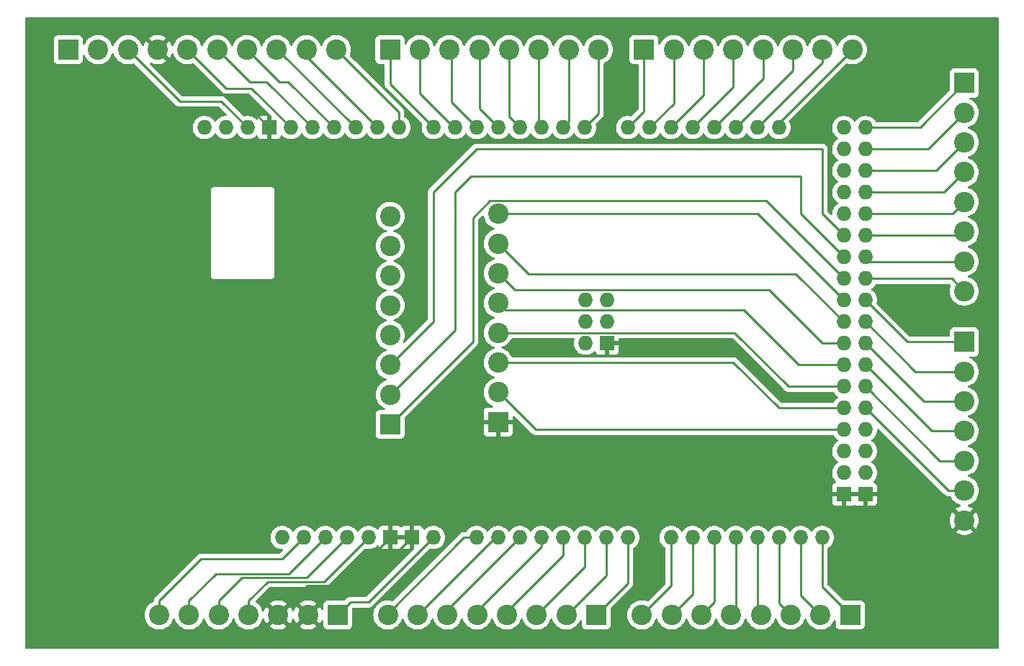
<source format=gbl>
G04 #@! TF.GenerationSoftware,KiCad,Pcbnew,7.0.9*
G04 #@! TF.CreationDate,2023-12-29T07:46:22-06:00*
G04 #@! TF.ProjectId,Arduino Shield,41726475-696e-46f2-9053-6869656c642e,rev?*
G04 #@! TF.SameCoordinates,Original*
G04 #@! TF.FileFunction,Copper,L2,Bot*
G04 #@! TF.FilePolarity,Positive*
%FSLAX46Y46*%
G04 Gerber Fmt 4.6, Leading zero omitted, Abs format (unit mm)*
G04 Created by KiCad (PCBNEW 7.0.9) date 2023-12-29 07:46:22*
%MOMM*%
%LPD*%
G01*
G04 APERTURE LIST*
G04 #@! TA.AperFunction,ComponentPad*
%ADD10R,2.400000X2.400000*%
G04 #@! TD*
G04 #@! TA.AperFunction,ComponentPad*
%ADD11C,2.400000*%
G04 #@! TD*
G04 #@! TA.AperFunction,ComponentPad*
%ADD12O,1.727200X1.727200*%
G04 #@! TD*
G04 #@! TA.AperFunction,ComponentPad*
%ADD13R,1.727200X1.727200*%
G04 #@! TD*
G04 #@! TA.AperFunction,Conductor*
%ADD14C,0.250000*%
G04 #@! TD*
G04 APERTURE END LIST*
D10*
X117266000Y-90678000D03*
D11*
X113766000Y-90678000D03*
X110266000Y-90678000D03*
X106766000Y-90678000D03*
X103266000Y-90678000D03*
X99766000Y-90678000D03*
X96266000Y-90678000D03*
X92766000Y-90678000D03*
D10*
X25340000Y-24130000D03*
D11*
X28840000Y-24130000D03*
X32340000Y-24130000D03*
X35840000Y-24130000D03*
X39340000Y-24130000D03*
X42840000Y-24130000D03*
X46340000Y-24130000D03*
X49840000Y-24130000D03*
X53340000Y-24130000D03*
X56840000Y-24130000D03*
D10*
X130683000Y-58547000D03*
D11*
X130683000Y-62047000D03*
X130683000Y-65547000D03*
X130683000Y-69047000D03*
X130683000Y-72547000D03*
X130683000Y-76047000D03*
X130683000Y-79547000D03*
D10*
X63160000Y-24130000D03*
D11*
X66660000Y-24130000D03*
X70160000Y-24130000D03*
X73660000Y-24130000D03*
X77160000Y-24130000D03*
X80660000Y-24130000D03*
X84160000Y-24130000D03*
X87660000Y-24130000D03*
D10*
X93020000Y-24130000D03*
D11*
X96520000Y-24130000D03*
X100020000Y-24130000D03*
X103520000Y-24130000D03*
X107020000Y-24130000D03*
X110520000Y-24130000D03*
X114020000Y-24130000D03*
X117520000Y-24130000D03*
D10*
X75880000Y-67960000D03*
D11*
X75880000Y-64460000D03*
X75880000Y-60960000D03*
X75880000Y-57460000D03*
X75880000Y-53960000D03*
X75880000Y-50460000D03*
X75880000Y-46960000D03*
X75880000Y-43460000D03*
D10*
X57023000Y-90678000D03*
D11*
X53523000Y-90678000D03*
X50023000Y-90678000D03*
X46523000Y-90678000D03*
X43023000Y-90678000D03*
X39523000Y-90678000D03*
X36023000Y-90678000D03*
D10*
X130683000Y-28067000D03*
D11*
X130683000Y-31567000D03*
X130683000Y-35067000D03*
X130683000Y-38567000D03*
X130683000Y-42067000D03*
X130683000Y-45567000D03*
X130683000Y-49067000D03*
X130683000Y-52567000D03*
D10*
X87406000Y-90678000D03*
D11*
X83906000Y-90678000D03*
X80406000Y-90678000D03*
X76906000Y-90678000D03*
X73406000Y-90678000D03*
X69906000Y-90678000D03*
X66406000Y-90678000D03*
X62906000Y-90678000D03*
D12*
X50480000Y-81560000D03*
X86040000Y-33300000D03*
X83500000Y-33300000D03*
X80960000Y-33300000D03*
X78420000Y-33300000D03*
X58100000Y-81560000D03*
X75880000Y-33300000D03*
X73340000Y-33300000D03*
X88707000Y-53620000D03*
X60640000Y-81560000D03*
X116520000Y-33300000D03*
X119060000Y-33300000D03*
X70800000Y-33300000D03*
X68260000Y-33300000D03*
X64196000Y-33300000D03*
X61656000Y-33300000D03*
X59116000Y-33300000D03*
X56576000Y-33300000D03*
X54036000Y-33300000D03*
X51496000Y-33300000D03*
X91120000Y-33300000D03*
X93660000Y-33300000D03*
X96200000Y-33300000D03*
X98740000Y-33300000D03*
X101280000Y-33300000D03*
X103820000Y-33300000D03*
X106360000Y-33300000D03*
X108900000Y-33300000D03*
X116520000Y-35840000D03*
X119060000Y-35840000D03*
X116520000Y-38380000D03*
X119060000Y-38380000D03*
X116520000Y-40920000D03*
X119060000Y-40920000D03*
X116520000Y-43460000D03*
X119060000Y-43460000D03*
X116520000Y-46000000D03*
X119060000Y-46000000D03*
X116520000Y-48540000D03*
X119060000Y-48540000D03*
X116520000Y-51080000D03*
X119060000Y-51080000D03*
X116520000Y-53620000D03*
X119060000Y-53620000D03*
X116520000Y-56160000D03*
X119060000Y-56160000D03*
X116520000Y-58700000D03*
X119060000Y-58700000D03*
X116520000Y-61240000D03*
X119060000Y-61240000D03*
X116520000Y-63780000D03*
X119060000Y-63780000D03*
X116520000Y-66320000D03*
X119060000Y-66320000D03*
X116520000Y-68860000D03*
X119060000Y-68860000D03*
X116520000Y-71400000D03*
X119060000Y-71400000D03*
X116520000Y-73940000D03*
X119060000Y-73940000D03*
X73340000Y-81560000D03*
X75880000Y-81560000D03*
X78420000Y-81560000D03*
X80960000Y-81560000D03*
X83500000Y-81560000D03*
X86040000Y-81560000D03*
X88580000Y-81560000D03*
X91120000Y-81560000D03*
X96200000Y-81560000D03*
X98740000Y-81560000D03*
X101280000Y-81560000D03*
X103820000Y-81560000D03*
X46416000Y-33300000D03*
X111440000Y-81560000D03*
X113980000Y-81560000D03*
X106360000Y-81560000D03*
X108900000Y-81560000D03*
D13*
X63180000Y-81560000D03*
X65720000Y-81560000D03*
X48956000Y-33300000D03*
X88707000Y-58700000D03*
X116520000Y-76480000D03*
X119060000Y-76480000D03*
D12*
X53020000Y-81560000D03*
X86167000Y-53620000D03*
X88707000Y-56160000D03*
X55560000Y-81560000D03*
X86167000Y-58700000D03*
X86167000Y-56160000D03*
X41336000Y-33300000D03*
X43876000Y-33300000D03*
X68260000Y-81560000D03*
D10*
X63180000Y-68240000D03*
D11*
X63180000Y-64740000D03*
X63180000Y-61240000D03*
X63180000Y-57740000D03*
X63180000Y-54240000D03*
X63180000Y-50740000D03*
X63180000Y-47240000D03*
X63180000Y-43740000D03*
D14*
X60640000Y-89180000D02*
X68260000Y-81560000D01*
X58521000Y-89180000D02*
X60640000Y-89180000D01*
X57023000Y-90678000D02*
X58521000Y-89180000D01*
X48785000Y-86755000D02*
X46523000Y-89017000D01*
X55445000Y-86755000D02*
X48785000Y-86755000D01*
X60640000Y-81560000D02*
X55445000Y-86755000D01*
X46523000Y-89017000D02*
X46523000Y-90678000D01*
X58100000Y-81560000D02*
X53355000Y-86305000D01*
X45735000Y-86305000D02*
X43023000Y-89017000D01*
X53355000Y-86305000D02*
X45735000Y-86305000D01*
X43023000Y-89017000D02*
X43023000Y-90678000D01*
X42685000Y-85855000D02*
X39523000Y-89017000D01*
X55560000Y-81560000D02*
X51265000Y-85855000D01*
X51265000Y-85855000D02*
X42685000Y-85855000D01*
X39523000Y-89017000D02*
X39523000Y-90678000D01*
X36023000Y-89017000D02*
X36023000Y-90678000D01*
X50480000Y-84100000D02*
X40940000Y-84100000D01*
X53020000Y-81560000D02*
X50480000Y-84100000D01*
X40940000Y-84100000D02*
X36023000Y-89017000D01*
X91120000Y-86964000D02*
X87406000Y-90678000D01*
X91120000Y-81560000D02*
X91120000Y-86964000D01*
X88580000Y-81560000D02*
X88580000Y-86004000D01*
X88580000Y-86004000D02*
X83906000Y-90678000D01*
X86040000Y-85044000D02*
X80406000Y-90678000D01*
X86040000Y-81560000D02*
X86040000Y-85044000D01*
X76906000Y-90226000D02*
X76906000Y-90678000D01*
X83500000Y-81560000D02*
X83500000Y-83632000D01*
X83500000Y-83632000D02*
X76906000Y-90226000D01*
X80960000Y-81560000D02*
X80960000Y-82616000D01*
X73406000Y-90170000D02*
X73406000Y-90678000D01*
X80960000Y-82616000D02*
X73406000Y-90170000D01*
X69906000Y-90074000D02*
X69906000Y-90678000D01*
X78420000Y-81560000D02*
X69906000Y-90074000D01*
X75524000Y-81560000D02*
X75880000Y-81560000D01*
X66406000Y-90678000D02*
X75524000Y-81560000D01*
X71856000Y-81560000D02*
X73340000Y-81560000D01*
X62906000Y-90510000D02*
X71856000Y-81560000D01*
X62906000Y-90678000D02*
X62906000Y-90510000D01*
X113980000Y-81560000D02*
X113980000Y-87392000D01*
X113980000Y-87392000D02*
X117266000Y-90678000D01*
X111440000Y-88352000D02*
X113766000Y-90678000D01*
X111440000Y-81560000D02*
X111440000Y-88352000D01*
X108900000Y-81560000D02*
X108900000Y-89312000D01*
X108900000Y-89312000D02*
X110266000Y-90678000D01*
X106360000Y-81560000D02*
X106360000Y-90272000D01*
X106360000Y-90272000D02*
X106766000Y-90678000D01*
X103820000Y-90124000D02*
X103266000Y-90678000D01*
X103820000Y-81560000D02*
X103820000Y-90124000D01*
X101280000Y-81560000D02*
X101280000Y-89164000D01*
X101280000Y-89164000D02*
X99766000Y-90678000D01*
X98740000Y-81560000D02*
X98740000Y-88204000D01*
X98740000Y-88204000D02*
X96266000Y-90678000D01*
X96200000Y-87244000D02*
X92766000Y-90678000D01*
X96200000Y-81560000D02*
X96200000Y-87244000D01*
X72898000Y-58522000D02*
X63180000Y-68240000D01*
X116520000Y-51080000D02*
X107375000Y-41935000D01*
X74865000Y-41935000D02*
X72898000Y-43902000D01*
X72898000Y-43902000D02*
X72898000Y-58522000D01*
X107375000Y-41935000D02*
X74865000Y-41935000D01*
X116520000Y-48540000D02*
X111440000Y-43460000D01*
X70800000Y-40920000D02*
X70800000Y-57120000D01*
X70800000Y-57120000D02*
X63180000Y-64740000D01*
X111440000Y-43460000D02*
X111440000Y-39015000D01*
X111440000Y-39015000D02*
X72705000Y-39015000D01*
X72705000Y-39015000D02*
X70800000Y-40920000D01*
X73340000Y-35840000D02*
X68260000Y-40920000D01*
X63180000Y-61240000D02*
X68260000Y-56160000D01*
X113980000Y-35840000D02*
X113980000Y-43460000D01*
X113980000Y-43460000D02*
X116520000Y-46000000D01*
X73340000Y-35840000D02*
X113980000Y-35840000D01*
X68260000Y-56160000D02*
X68260000Y-40920000D01*
X63160000Y-24130000D02*
X63160000Y-28200000D01*
X63160000Y-28200000D02*
X68260000Y-33300000D01*
X70638000Y-33300000D02*
X70800000Y-33300000D01*
X66660000Y-29322000D02*
X70638000Y-33300000D01*
X66660000Y-24130000D02*
X66660000Y-29322000D01*
X70160000Y-24130000D02*
X70358000Y-24328000D01*
X70358000Y-30318000D02*
X73340000Y-33300000D01*
X70358000Y-24328000D02*
X70358000Y-30318000D01*
X73660000Y-31080000D02*
X75880000Y-33300000D01*
X73660000Y-24130000D02*
X73660000Y-31080000D01*
X77160000Y-24130000D02*
X77160000Y-32040000D01*
X77160000Y-32040000D02*
X78420000Y-33300000D01*
X80660000Y-33000000D02*
X80960000Y-33300000D01*
X80660000Y-24130000D02*
X80660000Y-33000000D01*
X84160000Y-32640000D02*
X83500000Y-33300000D01*
X84160000Y-24130000D02*
X84160000Y-32640000D01*
X87660000Y-24130000D02*
X87660000Y-31680000D01*
X87660000Y-31680000D02*
X86040000Y-33300000D01*
X93020000Y-31400000D02*
X91120000Y-33300000D01*
X93020000Y-24130000D02*
X93020000Y-31400000D01*
X96520000Y-30440000D02*
X93660000Y-33300000D01*
X96520000Y-24130000D02*
X96520000Y-30440000D01*
X100020000Y-24130000D02*
X100020000Y-29480000D01*
X100020000Y-29480000D02*
X96200000Y-33300000D01*
X103520000Y-24130000D02*
X103520000Y-28520000D01*
X103520000Y-28520000D02*
X98740000Y-33300000D01*
X107020000Y-27560000D02*
X101280000Y-33300000D01*
X107020000Y-24130000D02*
X107020000Y-27560000D01*
X110520000Y-26600000D02*
X103820000Y-33300000D01*
X110520000Y-24130000D02*
X110520000Y-26600000D01*
X106400000Y-33300000D02*
X106360000Y-33300000D01*
X114020000Y-25680000D02*
X106400000Y-33300000D01*
X114020000Y-24130000D02*
X114020000Y-25680000D01*
X108900000Y-32750000D02*
X108900000Y-33300000D01*
X117520000Y-24130000D02*
X108900000Y-32750000D01*
X119086000Y-33274000D02*
X119060000Y-33300000D01*
X125476000Y-33274000D02*
X119086000Y-33274000D01*
X130683000Y-28067000D02*
X125476000Y-33274000D01*
X119086000Y-35814000D02*
X119060000Y-35840000D01*
X126436000Y-35814000D02*
X119086000Y-35814000D01*
X130683000Y-31567000D02*
X126436000Y-35814000D01*
X127370000Y-38380000D02*
X119060000Y-38380000D01*
X130683000Y-35067000D02*
X127370000Y-38380000D01*
X128330000Y-40920000D02*
X130683000Y-38567000D01*
X119060000Y-40920000D02*
X128330000Y-40920000D01*
X129290000Y-43460000D02*
X119060000Y-43460000D01*
X130683000Y-42067000D02*
X129290000Y-43460000D01*
X119060000Y-46000000D02*
X130250000Y-46000000D01*
X130250000Y-46000000D02*
X130683000Y-45567000D01*
X130683000Y-49067000D02*
X119587000Y-49067000D01*
X119587000Y-49067000D02*
X119060000Y-48540000D01*
X129196000Y-51080000D02*
X130683000Y-52567000D01*
X119060000Y-51080000D02*
X129196000Y-51080000D01*
X130683000Y-58547000D02*
X123987000Y-58547000D01*
X123987000Y-58547000D02*
X119060000Y-53620000D01*
X130683000Y-62047000D02*
X124947000Y-62047000D01*
X124947000Y-62047000D02*
X119060000Y-56160000D01*
X125907000Y-65547000D02*
X119060000Y-58700000D01*
X130683000Y-65547000D02*
X125907000Y-65547000D01*
X126867000Y-69047000D02*
X119060000Y-61240000D01*
X130683000Y-69047000D02*
X126867000Y-69047000D01*
X38436000Y-30226000D02*
X32340000Y-24130000D01*
X43342000Y-30226000D02*
X38436000Y-30226000D01*
X46416000Y-33300000D02*
X43342000Y-30226000D01*
X51496000Y-33300000D02*
X46898000Y-28702000D01*
X43912000Y-28702000D02*
X39340000Y-24130000D01*
X46898000Y-28702000D02*
X43912000Y-28702000D01*
X46650000Y-27940000D02*
X42840000Y-24130000D01*
X54036000Y-33300000D02*
X48676000Y-27940000D01*
X48676000Y-27940000D02*
X46650000Y-27940000D01*
X51216000Y-27940000D02*
X50150000Y-27940000D01*
X50150000Y-27940000D02*
X46340000Y-24130000D01*
X56576000Y-33300000D02*
X51216000Y-27940000D01*
X59116000Y-33300000D02*
X49946000Y-24130000D01*
X49946000Y-24130000D02*
X49840000Y-24130000D01*
X61656000Y-33300000D02*
X53340000Y-24984000D01*
X53340000Y-24984000D02*
X53340000Y-24130000D01*
X64196000Y-31486000D02*
X56840000Y-24130000D01*
X64196000Y-33300000D02*
X64196000Y-31486000D01*
X80280000Y-68860000D02*
X116520000Y-68860000D01*
X75880000Y-64460000D02*
X80280000Y-68860000D01*
X103540000Y-60960000D02*
X108900000Y-66320000D01*
X108900000Y-66320000D02*
X116520000Y-66320000D01*
X75880000Y-60960000D02*
X103540000Y-60960000D01*
X75880000Y-57460000D02*
X103706198Y-57460000D01*
X103706198Y-57460000D02*
X110026198Y-63780000D01*
X110026198Y-63780000D02*
X116520000Y-63780000D01*
X111224297Y-61240000D02*
X104792897Y-54808600D01*
X104792897Y-54808600D02*
X76728600Y-54808600D01*
X116520000Y-61240000D02*
X111224297Y-61240000D01*
X76728600Y-54808600D02*
X75880000Y-53960000D01*
X113980000Y-58700000D02*
X107711400Y-52431400D01*
X77851400Y-52431400D02*
X75880000Y-50460000D01*
X107711400Y-52431400D02*
X77851400Y-52431400D01*
X116520000Y-58700000D02*
X113980000Y-58700000D01*
X110875000Y-50515000D02*
X79435000Y-50515000D01*
X116520000Y-56160000D02*
X110875000Y-50515000D01*
X79435000Y-50515000D02*
X75880000Y-46960000D01*
X116520000Y-53620000D02*
X106360000Y-43460000D01*
X75880000Y-43460000D02*
X106360000Y-43460000D01*
X127827000Y-72547000D02*
X119060000Y-63780000D01*
X130683000Y-72547000D02*
X127827000Y-72547000D01*
X119060000Y-76480000D02*
X127616000Y-76480000D01*
X63180000Y-81560000D02*
X57535000Y-87205000D01*
X53496000Y-87205000D02*
X50023000Y-90678000D01*
X59625000Y-87655000D02*
X65720000Y-81560000D01*
X45120000Y-29464000D02*
X41174000Y-29464000D01*
X127616000Y-76480000D02*
X130683000Y-79547000D01*
X48956000Y-33300000D02*
X45120000Y-29464000D01*
X56546000Y-87655000D02*
X59625000Y-87655000D01*
X53523000Y-90678000D02*
X56546000Y-87655000D01*
X57535000Y-87205000D02*
X53496000Y-87205000D01*
X41174000Y-29464000D02*
X35840000Y-24130000D01*
X128787000Y-76047000D02*
X119060000Y-66320000D01*
X130683000Y-76047000D02*
X128787000Y-76047000D01*
G04 #@! TA.AperFunction,Conductor*
G36*
X65970000Y-82914046D02*
G01*
X65950315Y-82981085D01*
X65933681Y-83001727D01*
X60417228Y-88518181D01*
X60355905Y-88551666D01*
X60329547Y-88554500D01*
X58603743Y-88554500D01*
X58588122Y-88552775D01*
X58588096Y-88553061D01*
X58580334Y-88552327D01*
X58580333Y-88552327D01*
X58511186Y-88554500D01*
X58481649Y-88554500D01*
X58474766Y-88555369D01*
X58468949Y-88555826D01*
X58422373Y-88557290D01*
X58403129Y-88562881D01*
X58384079Y-88566825D01*
X58364211Y-88569334D01*
X58320884Y-88586488D01*
X58315358Y-88588379D01*
X58270614Y-88601379D01*
X58270610Y-88601381D01*
X58253366Y-88611579D01*
X58235905Y-88620133D01*
X58217274Y-88627510D01*
X58217262Y-88627517D01*
X58179570Y-88654902D01*
X58174687Y-88658109D01*
X58134580Y-88681829D01*
X58120414Y-88695995D01*
X58105624Y-88708627D01*
X58089414Y-88720404D01*
X58089411Y-88720407D01*
X58059710Y-88756309D01*
X58055777Y-88760631D01*
X57875227Y-88941181D01*
X57813904Y-88974666D01*
X57787546Y-88977500D01*
X55775129Y-88977500D01*
X55775123Y-88977501D01*
X55715516Y-88983908D01*
X55580671Y-89034202D01*
X55580664Y-89034206D01*
X55465455Y-89120452D01*
X55465452Y-89120455D01*
X55379206Y-89235664D01*
X55379202Y-89235671D01*
X55328908Y-89370517D01*
X55322892Y-89426479D01*
X55322501Y-89430123D01*
X55322500Y-89430135D01*
X55322500Y-89954509D01*
X55302815Y-90021548D01*
X55250011Y-90067303D01*
X55180853Y-90077247D01*
X55117297Y-90048222D01*
X55083072Y-89999811D01*
X55058941Y-89938328D01*
X55058942Y-89938328D01*
X54931544Y-89717671D01*
X54889546Y-89665006D01*
X54085772Y-90468779D01*
X54047099Y-90375412D01*
X53950925Y-90250075D01*
X53825588Y-90153901D01*
X53732220Y-90115227D01*
X54536185Y-89311261D01*
X54375377Y-89201624D01*
X54375376Y-89201623D01*
X54145823Y-89091078D01*
X54145825Y-89091078D01*
X53902347Y-89015975D01*
X53902341Y-89015973D01*
X53650404Y-88978000D01*
X53395595Y-88978000D01*
X53143658Y-89015973D01*
X53143652Y-89015975D01*
X52900175Y-89091078D01*
X52670624Y-89201623D01*
X52670616Y-89201628D01*
X52509813Y-89311261D01*
X53313779Y-90115227D01*
X53220412Y-90153901D01*
X53095075Y-90250075D01*
X52998901Y-90375411D01*
X52960226Y-90468779D01*
X52156453Y-89665006D01*
X52114455Y-89717670D01*
X51987058Y-89938328D01*
X51893973Y-90175505D01*
X51893968Y-90175522D01*
X51893891Y-90175860D01*
X51893830Y-90175968D01*
X51892600Y-90179956D01*
X51891747Y-90179692D01*
X51859782Y-90236838D01*
X51798121Y-90269696D01*
X51728484Y-90264001D01*
X51672980Y-90221561D01*
X51653907Y-90179799D01*
X51653400Y-90179956D01*
X51652192Y-90176043D01*
X51652109Y-90175860D01*
X51652031Y-90175522D01*
X51652026Y-90175505D01*
X51558941Y-89938328D01*
X51558942Y-89938328D01*
X51431544Y-89717671D01*
X51389546Y-89665006D01*
X50585772Y-90468779D01*
X50547099Y-90375412D01*
X50450925Y-90250075D01*
X50325588Y-90153901D01*
X50232220Y-90115227D01*
X51036185Y-89311261D01*
X50875377Y-89201624D01*
X50875376Y-89201623D01*
X50645823Y-89091078D01*
X50645825Y-89091078D01*
X50402347Y-89015975D01*
X50402341Y-89015973D01*
X50150404Y-88978000D01*
X49895595Y-88978000D01*
X49643658Y-89015973D01*
X49643652Y-89015975D01*
X49400175Y-89091078D01*
X49170624Y-89201623D01*
X49170616Y-89201628D01*
X49009813Y-89311261D01*
X49813779Y-90115227D01*
X49720412Y-90153901D01*
X49595075Y-90250075D01*
X49498901Y-90375411D01*
X49460226Y-90468779D01*
X48656453Y-89665006D01*
X48614455Y-89717670D01*
X48487058Y-89938328D01*
X48393973Y-90175505D01*
X48392600Y-90179956D01*
X48391432Y-90179595D01*
X48360026Y-90235726D01*
X48298360Y-90268575D01*
X48228724Y-90262871D01*
X48173226Y-90220423D01*
X48154581Y-90179587D01*
X48153878Y-90179804D01*
X48152509Y-90175371D01*
X48152508Y-90175363D01*
X48059393Y-89938112D01*
X47931959Y-89717388D01*
X47773050Y-89518123D01*
X47586217Y-89344768D01*
X47408766Y-89223784D01*
X47364465Y-89169756D01*
X47356407Y-89100352D01*
X47387149Y-89037610D01*
X47390912Y-89033676D01*
X49007772Y-87416819D01*
X49069095Y-87383334D01*
X49095453Y-87380500D01*
X55362257Y-87380500D01*
X55377877Y-87382224D01*
X55377904Y-87381939D01*
X55385660Y-87382671D01*
X55385667Y-87382673D01*
X55454814Y-87380500D01*
X55484350Y-87380500D01*
X55491228Y-87379630D01*
X55497041Y-87379172D01*
X55543627Y-87377709D01*
X55562869Y-87372117D01*
X55581912Y-87368174D01*
X55601792Y-87365664D01*
X55645122Y-87348507D01*
X55650646Y-87346617D01*
X55654396Y-87345527D01*
X55695390Y-87333618D01*
X55712629Y-87323422D01*
X55730103Y-87314862D01*
X55748727Y-87307488D01*
X55748727Y-87307487D01*
X55748732Y-87307486D01*
X55786449Y-87280082D01*
X55791305Y-87276892D01*
X55831420Y-87253170D01*
X55845589Y-87238999D01*
X55860379Y-87226368D01*
X55876587Y-87214594D01*
X55906299Y-87178676D01*
X55910212Y-87174376D01*
X60170130Y-82914459D01*
X60231451Y-82880976D01*
X60298075Y-82884862D01*
X60303983Y-82886890D01*
X60303986Y-82886891D01*
X60526967Y-82924100D01*
X60526968Y-82924100D01*
X60753032Y-82924100D01*
X60753033Y-82924100D01*
X60976014Y-82886891D01*
X61189831Y-82813488D01*
X61388649Y-82705893D01*
X61567046Y-82567040D01*
X61621815Y-82507545D01*
X61681699Y-82471557D01*
X61751537Y-82473657D01*
X61809153Y-82513180D01*
X61829224Y-82548196D01*
X61873046Y-82665688D01*
X61873049Y-82665693D01*
X61959209Y-82780787D01*
X61959212Y-82780790D01*
X62074306Y-82866950D01*
X62074313Y-82866954D01*
X62209020Y-82917196D01*
X62209027Y-82917198D01*
X62268555Y-82923599D01*
X62268572Y-82923600D01*
X62930000Y-82923600D01*
X62930000Y-82004297D01*
X63035408Y-82052435D01*
X63143666Y-82068000D01*
X63216334Y-82068000D01*
X63324592Y-82052435D01*
X63430000Y-82004297D01*
X63430000Y-82923600D01*
X64091428Y-82923600D01*
X64091444Y-82923599D01*
X64150972Y-82917198D01*
X64150979Y-82917196D01*
X64285686Y-82866954D01*
X64285689Y-82866952D01*
X64375688Y-82799579D01*
X64441152Y-82775161D01*
X64509426Y-82790012D01*
X64524312Y-82799579D01*
X64614310Y-82866952D01*
X64614313Y-82866954D01*
X64749020Y-82917196D01*
X64749027Y-82917198D01*
X64808555Y-82923599D01*
X64808572Y-82923600D01*
X65470000Y-82923600D01*
X65470000Y-82004297D01*
X65575408Y-82052435D01*
X65683666Y-82068000D01*
X65756334Y-82068000D01*
X65864592Y-82052435D01*
X65970000Y-82004297D01*
X65970000Y-82914046D01*
G37*
G04 #@! TD.AperFunction*
G04 #@! TA.AperFunction,Conductor*
G36*
X65253155Y-81346799D02*
G01*
X65212000Y-81486961D01*
X65212000Y-81633039D01*
X65253155Y-81773201D01*
X65276804Y-81810000D01*
X63623196Y-81810000D01*
X63646845Y-81773201D01*
X63688000Y-81633039D01*
X63688000Y-81486961D01*
X63646845Y-81346799D01*
X63623196Y-81310000D01*
X65276804Y-81310000D01*
X65253155Y-81346799D01*
G37*
G04 #@! TD.AperFunction*
G04 #@! TA.AperFunction,Conductor*
G36*
X118593155Y-76266799D02*
G01*
X118552000Y-76406961D01*
X118552000Y-76553039D01*
X118593155Y-76693201D01*
X118616804Y-76730000D01*
X116963196Y-76730000D01*
X116986845Y-76693201D01*
X117028000Y-76553039D01*
X117028000Y-76406961D01*
X116986845Y-76266799D01*
X116963196Y-76230000D01*
X118616804Y-76230000D01*
X118593155Y-76266799D01*
G37*
G04 #@! TD.AperFunction*
G04 #@! TA.AperFunction,Conductor*
G36*
X84824227Y-58105185D02*
G01*
X84869982Y-58157989D01*
X84879926Y-58227147D01*
X84873269Y-58250442D01*
X84874053Y-58250711D01*
X84872390Y-58255554D01*
X84816892Y-58474710D01*
X84798225Y-58699993D01*
X84798225Y-58700006D01*
X84816892Y-58925289D01*
X84872388Y-59144439D01*
X84963198Y-59351466D01*
X85086842Y-59540716D01*
X85086850Y-59540727D01*
X85239950Y-59707036D01*
X85239954Y-59707040D01*
X85418351Y-59845893D01*
X85617169Y-59953488D01*
X85617172Y-59953489D01*
X85830982Y-60026890D01*
X85830984Y-60026890D01*
X85830986Y-60026891D01*
X86053967Y-60064100D01*
X86053968Y-60064100D01*
X86280032Y-60064100D01*
X86280033Y-60064100D01*
X86503014Y-60026891D01*
X86716831Y-59953488D01*
X86915649Y-59845893D01*
X87094046Y-59707040D01*
X87148815Y-59647545D01*
X87208699Y-59611557D01*
X87278537Y-59613657D01*
X87336153Y-59653180D01*
X87356224Y-59688196D01*
X87400046Y-59805688D01*
X87400049Y-59805693D01*
X87486209Y-59920787D01*
X87486212Y-59920790D01*
X87601306Y-60006950D01*
X87601313Y-60006954D01*
X87736020Y-60057196D01*
X87736027Y-60057198D01*
X87795555Y-60063599D01*
X87795572Y-60063600D01*
X88457000Y-60063600D01*
X88457000Y-59144297D01*
X88562408Y-59192435D01*
X88670666Y-59208000D01*
X88743334Y-59208000D01*
X88851592Y-59192435D01*
X88957000Y-59144297D01*
X88957000Y-60063600D01*
X89618428Y-60063600D01*
X89618444Y-60063599D01*
X89677972Y-60057198D01*
X89677979Y-60057196D01*
X89812686Y-60006954D01*
X89812693Y-60006950D01*
X89927787Y-59920790D01*
X89927790Y-59920787D01*
X90013950Y-59805693D01*
X90013954Y-59805686D01*
X90064196Y-59670979D01*
X90064198Y-59670972D01*
X90070599Y-59611444D01*
X90070600Y-59611427D01*
X90070600Y-58950000D01*
X89150196Y-58950000D01*
X89173845Y-58913201D01*
X89215000Y-58773039D01*
X89215000Y-58626961D01*
X89173845Y-58486799D01*
X89150196Y-58450000D01*
X90070600Y-58450000D01*
X90070600Y-58209500D01*
X90090285Y-58142461D01*
X90143089Y-58096706D01*
X90194600Y-58085500D01*
X103395746Y-58085500D01*
X103462785Y-58105185D01*
X103483427Y-58121819D01*
X109525392Y-64163784D01*
X109535217Y-64176048D01*
X109535438Y-64175866D01*
X109540408Y-64181873D01*
X109540411Y-64181876D01*
X109540412Y-64181877D01*
X109590849Y-64229241D01*
X109611728Y-64250120D01*
X109617202Y-64254366D01*
X109621640Y-64258156D01*
X109655616Y-64290062D01*
X109655620Y-64290064D01*
X109673171Y-64299713D01*
X109689429Y-64310392D01*
X109705262Y-64322674D01*
X109727213Y-64332172D01*
X109748035Y-64341183D01*
X109753279Y-64343752D01*
X109794106Y-64366197D01*
X109813510Y-64371179D01*
X109831908Y-64377478D01*
X109850303Y-64385438D01*
X109896327Y-64392726D01*
X109902030Y-64393907D01*
X109947179Y-64405500D01*
X109967214Y-64405500D01*
X109986611Y-64407026D01*
X110006394Y-64410160D01*
X110052782Y-64405775D01*
X110058620Y-64405500D01*
X115232129Y-64405500D01*
X115299168Y-64425185D01*
X115335937Y-64461678D01*
X115439842Y-64620716D01*
X115439850Y-64620727D01*
X115592950Y-64787036D01*
X115592954Y-64787040D01*
X115771351Y-64925893D01*
X115799165Y-64940945D01*
X115848755Y-64990165D01*
X115863863Y-65058382D01*
X115839692Y-65123937D01*
X115799165Y-65159055D01*
X115771352Y-65174106D01*
X115592955Y-65312959D01*
X115592950Y-65312963D01*
X115439850Y-65479272D01*
X115439842Y-65479283D01*
X115335937Y-65638322D01*
X115282791Y-65683678D01*
X115232129Y-65694500D01*
X109210452Y-65694500D01*
X109143413Y-65674815D01*
X109122771Y-65658181D01*
X106593125Y-63128535D01*
X104040803Y-60576212D01*
X104030980Y-60563950D01*
X104030759Y-60564134D01*
X104025786Y-60558123D01*
X103996869Y-60530968D01*
X103975364Y-60510773D01*
X103964700Y-60500109D01*
X103954475Y-60489883D01*
X103948986Y-60485625D01*
X103944561Y-60481847D01*
X103910582Y-60449938D01*
X103910580Y-60449936D01*
X103910577Y-60449935D01*
X103893029Y-60440288D01*
X103876763Y-60429604D01*
X103860933Y-60417325D01*
X103818168Y-60398818D01*
X103812922Y-60396248D01*
X103772093Y-60373803D01*
X103772092Y-60373802D01*
X103752693Y-60368822D01*
X103734281Y-60362518D01*
X103715898Y-60354562D01*
X103715892Y-60354560D01*
X103669874Y-60347272D01*
X103664152Y-60346087D01*
X103619021Y-60334500D01*
X103619019Y-60334500D01*
X103598984Y-60334500D01*
X103579586Y-60332973D01*
X103572162Y-60331797D01*
X103559805Y-60329840D01*
X103559804Y-60329840D01*
X103513416Y-60334225D01*
X103507578Y-60334500D01*
X77545828Y-60334500D01*
X77478789Y-60314815D01*
X77433034Y-60262011D01*
X77430411Y-60255829D01*
X77416393Y-60220112D01*
X77288959Y-59999388D01*
X77130050Y-59800123D01*
X76943217Y-59626768D01*
X76732634Y-59483195D01*
X76732630Y-59483193D01*
X76732627Y-59483191D01*
X76732626Y-59483190D01*
X76503006Y-59372612D01*
X76503008Y-59372612D01*
X76359970Y-59328491D01*
X76301711Y-59289921D01*
X76273553Y-59225976D01*
X76284437Y-59156959D01*
X76330906Y-59104782D01*
X76359970Y-59091509D01*
X76503004Y-59047389D01*
X76732634Y-58936805D01*
X76943217Y-58793232D01*
X77130050Y-58619877D01*
X77288959Y-58420612D01*
X77416393Y-58199888D01*
X77430400Y-58164196D01*
X77473215Y-58108985D01*
X77539085Y-58085683D01*
X77545828Y-58085500D01*
X84757188Y-58085500D01*
X84824227Y-58105185D01*
G37*
G04 #@! TD.AperFunction*
G04 #@! TA.AperFunction,Conductor*
G36*
X37206545Y-25142993D02*
G01*
X37248545Y-25090327D01*
X37375941Y-24869671D01*
X37469026Y-24632494D01*
X37470400Y-24628044D01*
X37471574Y-24628406D01*
X37502945Y-24572300D01*
X37564601Y-24539432D01*
X37634239Y-24545115D01*
X37689750Y-24587545D01*
X37708420Y-24628412D01*
X37709122Y-24628196D01*
X37710492Y-24632637D01*
X37803607Y-24869888D01*
X37931041Y-25090612D01*
X38089950Y-25289877D01*
X38276783Y-25463232D01*
X38487366Y-25606805D01*
X38487371Y-25606807D01*
X38487372Y-25606808D01*
X38487373Y-25606809D01*
X38591591Y-25656997D01*
X38716992Y-25717387D01*
X38716993Y-25717387D01*
X38716996Y-25717389D01*
X38960542Y-25792513D01*
X39212565Y-25830500D01*
X39467435Y-25830500D01*
X39719458Y-25792513D01*
X39952594Y-25720599D01*
X40022452Y-25719650D01*
X40076819Y-25751409D01*
X41745697Y-27420288D01*
X43411197Y-29085788D01*
X43421022Y-29098051D01*
X43421243Y-29097869D01*
X43426214Y-29103878D01*
X43452217Y-29128295D01*
X43476635Y-29151226D01*
X43497529Y-29172120D01*
X43503011Y-29176373D01*
X43507443Y-29180157D01*
X43541418Y-29212062D01*
X43558976Y-29221714D01*
X43575235Y-29232395D01*
X43591064Y-29244673D01*
X43633838Y-29263182D01*
X43639056Y-29265738D01*
X43679908Y-29288197D01*
X43699316Y-29293180D01*
X43717717Y-29299480D01*
X43736104Y-29307437D01*
X43779488Y-29314308D01*
X43782119Y-29314725D01*
X43787839Y-29315909D01*
X43832981Y-29327500D01*
X43853016Y-29327500D01*
X43872414Y-29329026D01*
X43892194Y-29332159D01*
X43892195Y-29332160D01*
X43892195Y-29332159D01*
X43892196Y-29332160D01*
X43938584Y-29327775D01*
X43944422Y-29327500D01*
X46587548Y-29327500D01*
X46654587Y-29347185D01*
X46675228Y-29363818D01*
X49169681Y-31858272D01*
X49203166Y-31919594D01*
X49206000Y-31945952D01*
X49206000Y-32855702D01*
X49100592Y-32807565D01*
X48992334Y-32792000D01*
X48919666Y-32792000D01*
X48811408Y-32807565D01*
X48706000Y-32855702D01*
X48706000Y-31936400D01*
X48044555Y-31936400D01*
X47985027Y-31942801D01*
X47985020Y-31942803D01*
X47850313Y-31993045D01*
X47850306Y-31993049D01*
X47735212Y-32079209D01*
X47735209Y-32079212D01*
X47649049Y-32194306D01*
X47649046Y-32194312D01*
X47605224Y-32311803D01*
X47563352Y-32367736D01*
X47497887Y-32392153D01*
X47429615Y-32377301D01*
X47397813Y-32352452D01*
X47343049Y-32292963D01*
X47343048Y-32292962D01*
X47343046Y-32292960D01*
X47164649Y-32154107D01*
X47106479Y-32122627D01*
X46965832Y-32046512D01*
X46965827Y-32046510D01*
X46752017Y-31973109D01*
X46558954Y-31940893D01*
X46529033Y-31935900D01*
X46302967Y-31935900D01*
X46283431Y-31939160D01*
X46079982Y-31973109D01*
X46074067Y-31975140D01*
X46004268Y-31978286D01*
X45946129Y-31945538D01*
X43842803Y-29842212D01*
X43832980Y-29829950D01*
X43832759Y-29830134D01*
X43827786Y-29824123D01*
X43819940Y-29816755D01*
X43777364Y-29776773D01*
X43766919Y-29766328D01*
X43756475Y-29755883D01*
X43750986Y-29751625D01*
X43746561Y-29747847D01*
X43712582Y-29715938D01*
X43712580Y-29715936D01*
X43712577Y-29715935D01*
X43695029Y-29706288D01*
X43678763Y-29695604D01*
X43662933Y-29683325D01*
X43620168Y-29664818D01*
X43614922Y-29662248D01*
X43574093Y-29639803D01*
X43574092Y-29639802D01*
X43554693Y-29634822D01*
X43536281Y-29628518D01*
X43517898Y-29620562D01*
X43517892Y-29620560D01*
X43471874Y-29613272D01*
X43466152Y-29612087D01*
X43421021Y-29600500D01*
X43421019Y-29600500D01*
X43400984Y-29600500D01*
X43381586Y-29598973D01*
X43374162Y-29597797D01*
X43361805Y-29595840D01*
X43361804Y-29595840D01*
X43315416Y-29600225D01*
X43309578Y-29600500D01*
X38746452Y-29600500D01*
X38679413Y-29580815D01*
X38658771Y-29564181D01*
X34950738Y-25856147D01*
X34917253Y-25794824D01*
X34922237Y-25725132D01*
X34964109Y-25669199D01*
X35029573Y-25644782D01*
X35092221Y-25656746D01*
X35217178Y-25716922D01*
X35460652Y-25792024D01*
X35460658Y-25792026D01*
X35712595Y-25829999D01*
X35712604Y-25830000D01*
X35967396Y-25830000D01*
X35967404Y-25829999D01*
X36219341Y-25792026D01*
X36219347Y-25792024D01*
X36462824Y-25716921D01*
X36692381Y-25606373D01*
X36853185Y-25496737D01*
X36049220Y-24692772D01*
X36142588Y-24654099D01*
X36267925Y-24557925D01*
X36364099Y-24432589D01*
X36402773Y-24339220D01*
X37206545Y-25142993D01*
G37*
G04 #@! TD.AperFunction*
G04 #@! TA.AperFunction,Conductor*
G36*
X134642539Y-20320185D02*
G01*
X134688294Y-20372989D01*
X134699500Y-20424500D01*
X134699500Y-94575500D01*
X134679815Y-94642539D01*
X134627011Y-94688294D01*
X134575500Y-94699500D01*
X20424500Y-94699500D01*
X20357461Y-94679815D01*
X20311706Y-94627011D01*
X20300500Y-94575500D01*
X20300500Y-90678004D01*
X34317732Y-90678004D01*
X34336777Y-90932154D01*
X34393379Y-91180145D01*
X34393492Y-91180637D01*
X34486607Y-91417888D01*
X34614041Y-91638612D01*
X34772950Y-91837877D01*
X34959783Y-92011232D01*
X35170366Y-92154805D01*
X35170371Y-92154807D01*
X35170372Y-92154808D01*
X35170373Y-92154809D01*
X35292328Y-92213538D01*
X35399992Y-92265387D01*
X35399993Y-92265387D01*
X35399996Y-92265389D01*
X35643542Y-92340513D01*
X35895565Y-92378500D01*
X36150435Y-92378500D01*
X36402458Y-92340513D01*
X36646004Y-92265389D01*
X36875634Y-92154805D01*
X37086217Y-92011232D01*
X37273050Y-91837877D01*
X37431959Y-91638612D01*
X37559393Y-91417888D01*
X37652508Y-91180637D01*
X37652510Y-91180624D01*
X37653878Y-91176196D01*
X37655324Y-91176642D01*
X37686213Y-91121412D01*
X37747873Y-91088552D01*
X37817510Y-91094243D01*
X37873016Y-91136680D01*
X37891192Y-91176482D01*
X37892122Y-91176196D01*
X37893490Y-91180630D01*
X37893492Y-91180637D01*
X37986607Y-91417888D01*
X38114041Y-91638612D01*
X38272950Y-91837877D01*
X38459783Y-92011232D01*
X38670366Y-92154805D01*
X38670371Y-92154807D01*
X38670372Y-92154808D01*
X38670373Y-92154809D01*
X38792328Y-92213538D01*
X38899992Y-92265387D01*
X38899993Y-92265387D01*
X38899996Y-92265389D01*
X39143542Y-92340513D01*
X39395565Y-92378500D01*
X39650435Y-92378500D01*
X39902458Y-92340513D01*
X40146004Y-92265389D01*
X40375634Y-92154805D01*
X40586217Y-92011232D01*
X40773050Y-91837877D01*
X40931959Y-91638612D01*
X41059393Y-91417888D01*
X41152508Y-91180637D01*
X41152510Y-91180624D01*
X41153878Y-91176196D01*
X41155324Y-91176642D01*
X41186213Y-91121412D01*
X41247873Y-91088552D01*
X41317510Y-91094243D01*
X41373016Y-91136680D01*
X41391192Y-91176482D01*
X41392122Y-91176196D01*
X41393490Y-91180630D01*
X41393492Y-91180637D01*
X41486607Y-91417888D01*
X41614041Y-91638612D01*
X41772950Y-91837877D01*
X41959783Y-92011232D01*
X42170366Y-92154805D01*
X42170371Y-92154807D01*
X42170372Y-92154808D01*
X42170373Y-92154809D01*
X42292328Y-92213538D01*
X42399992Y-92265387D01*
X42399993Y-92265387D01*
X42399996Y-92265389D01*
X42643542Y-92340513D01*
X42895565Y-92378500D01*
X43150435Y-92378500D01*
X43402458Y-92340513D01*
X43646004Y-92265389D01*
X43875634Y-92154805D01*
X44086217Y-92011232D01*
X44273050Y-91837877D01*
X44431959Y-91638612D01*
X44559393Y-91417888D01*
X44652508Y-91180637D01*
X44652510Y-91180624D01*
X44653878Y-91176196D01*
X44655324Y-91176642D01*
X44686213Y-91121412D01*
X44747873Y-91088552D01*
X44817510Y-91094243D01*
X44873016Y-91136680D01*
X44891192Y-91176482D01*
X44892122Y-91176196D01*
X44893490Y-91180630D01*
X44893492Y-91180637D01*
X44986607Y-91417888D01*
X45114041Y-91638612D01*
X45272950Y-91837877D01*
X45459783Y-92011232D01*
X45670366Y-92154805D01*
X45670371Y-92154807D01*
X45670372Y-92154808D01*
X45670373Y-92154809D01*
X45792328Y-92213538D01*
X45899992Y-92265387D01*
X45899993Y-92265387D01*
X45899996Y-92265389D01*
X46143542Y-92340513D01*
X46395565Y-92378500D01*
X46650435Y-92378500D01*
X46902458Y-92340513D01*
X47146004Y-92265389D01*
X47375634Y-92154805D01*
X47586217Y-92011232D01*
X47773050Y-91837877D01*
X47931959Y-91638612D01*
X48059393Y-91417888D01*
X48152508Y-91180637D01*
X48152510Y-91180624D01*
X48153878Y-91176196D01*
X48155008Y-91176544D01*
X48186464Y-91120295D01*
X48248121Y-91087430D01*
X48317759Y-91093117D01*
X48373268Y-91135551D01*
X48391868Y-91176269D01*
X48392600Y-91176044D01*
X48393973Y-91180494D01*
X48487058Y-91417671D01*
X48487057Y-91417671D01*
X48614457Y-91638332D01*
X48656452Y-91690993D01*
X48656453Y-91690993D01*
X49460226Y-90887219D01*
X49498901Y-90980588D01*
X49595075Y-91105925D01*
X49720412Y-91202099D01*
X49813779Y-91240772D01*
X49009813Y-92044737D01*
X49170623Y-92154375D01*
X49170624Y-92154376D01*
X49400176Y-92264921D01*
X49400174Y-92264921D01*
X49643652Y-92340024D01*
X49643658Y-92340026D01*
X49895595Y-92377999D01*
X49895604Y-92378000D01*
X50150396Y-92378000D01*
X50150404Y-92377999D01*
X50402341Y-92340026D01*
X50402347Y-92340024D01*
X50645824Y-92264921D01*
X50875381Y-92154373D01*
X51036185Y-92044737D01*
X50232220Y-91240772D01*
X50325588Y-91202099D01*
X50450925Y-91105925D01*
X50547099Y-90980589D01*
X50585773Y-90887220D01*
X51389545Y-91690993D01*
X51431545Y-91638327D01*
X51558941Y-91417671D01*
X51652026Y-91180494D01*
X51652032Y-91180475D01*
X51652108Y-91180145D01*
X51652167Y-91180038D01*
X51653400Y-91176044D01*
X51654254Y-91176307D01*
X51686214Y-91119165D01*
X51747874Y-91086304D01*
X51817511Y-91091996D01*
X51873017Y-91134433D01*
X51892090Y-91176201D01*
X51892600Y-91176044D01*
X51893809Y-91179965D01*
X51893892Y-91180145D01*
X51893967Y-91180475D01*
X51893973Y-91180494D01*
X51987058Y-91417671D01*
X51987057Y-91417671D01*
X52114457Y-91638332D01*
X52156452Y-91690993D01*
X52156453Y-91690993D01*
X52960226Y-90887219D01*
X52998901Y-90980588D01*
X53095075Y-91105925D01*
X53220412Y-91202099D01*
X53313779Y-91240772D01*
X52509813Y-92044737D01*
X52670623Y-92154375D01*
X52670624Y-92154376D01*
X52900176Y-92264921D01*
X52900174Y-92264921D01*
X53143652Y-92340024D01*
X53143658Y-92340026D01*
X53395595Y-92377999D01*
X53395604Y-92378000D01*
X53650396Y-92378000D01*
X53650404Y-92377999D01*
X53902341Y-92340026D01*
X53902347Y-92340024D01*
X54145824Y-92264921D01*
X54375381Y-92154373D01*
X54536185Y-92044737D01*
X53732220Y-91240772D01*
X53825588Y-91202099D01*
X53950925Y-91105925D01*
X54047099Y-90980589D01*
X54085773Y-90887220D01*
X54889545Y-91690993D01*
X54931545Y-91638327D01*
X55058939Y-91417675D01*
X55083071Y-91356187D01*
X55125886Y-91300973D01*
X55191756Y-91277672D01*
X55259767Y-91293681D01*
X55308326Y-91343918D01*
X55322500Y-91401488D01*
X55322500Y-91925870D01*
X55322501Y-91925876D01*
X55328908Y-91985483D01*
X55379202Y-92120328D01*
X55379206Y-92120335D01*
X55465452Y-92235544D01*
X55465455Y-92235547D01*
X55580664Y-92321793D01*
X55580671Y-92321797D01*
X55715517Y-92372091D01*
X55715516Y-92372091D01*
X55722444Y-92372835D01*
X55775127Y-92378500D01*
X58270872Y-92378499D01*
X58330483Y-92372091D01*
X58465331Y-92321796D01*
X58580546Y-92235546D01*
X58666796Y-92120331D01*
X58717091Y-91985483D01*
X58723500Y-91925873D01*
X58723499Y-90678004D01*
X61200732Y-90678004D01*
X61219777Y-90932154D01*
X61276379Y-91180145D01*
X61276492Y-91180637D01*
X61369607Y-91417888D01*
X61497041Y-91638612D01*
X61655950Y-91837877D01*
X61842783Y-92011232D01*
X62053366Y-92154805D01*
X62053371Y-92154807D01*
X62053372Y-92154808D01*
X62053373Y-92154809D01*
X62175328Y-92213538D01*
X62282992Y-92265387D01*
X62282993Y-92265387D01*
X62282996Y-92265389D01*
X62526542Y-92340513D01*
X62778565Y-92378500D01*
X63033435Y-92378500D01*
X63285458Y-92340513D01*
X63529004Y-92265389D01*
X63758634Y-92154805D01*
X63969217Y-92011232D01*
X64156050Y-91837877D01*
X64314959Y-91638612D01*
X64442393Y-91417888D01*
X64535508Y-91180637D01*
X64535510Y-91180624D01*
X64536878Y-91176196D01*
X64538324Y-91176642D01*
X64569213Y-91121412D01*
X64630873Y-91088552D01*
X64700510Y-91094243D01*
X64756016Y-91136680D01*
X64774192Y-91176482D01*
X64775122Y-91176196D01*
X64776490Y-91180630D01*
X64776492Y-91180637D01*
X64869607Y-91417888D01*
X64997041Y-91638612D01*
X65155950Y-91837877D01*
X65342783Y-92011232D01*
X65553366Y-92154805D01*
X65553371Y-92154807D01*
X65553372Y-92154808D01*
X65553373Y-92154809D01*
X65675328Y-92213538D01*
X65782992Y-92265387D01*
X65782993Y-92265387D01*
X65782996Y-92265389D01*
X66026542Y-92340513D01*
X66278565Y-92378500D01*
X66533435Y-92378500D01*
X66785458Y-92340513D01*
X67029004Y-92265389D01*
X67258634Y-92154805D01*
X67469217Y-92011232D01*
X67656050Y-91837877D01*
X67814959Y-91638612D01*
X67942393Y-91417888D01*
X68035508Y-91180637D01*
X68035510Y-91180624D01*
X68036878Y-91176196D01*
X68038324Y-91176642D01*
X68069213Y-91121412D01*
X68130873Y-91088552D01*
X68200510Y-91094243D01*
X68256016Y-91136680D01*
X68274192Y-91176482D01*
X68275122Y-91176196D01*
X68276490Y-91180630D01*
X68276492Y-91180637D01*
X68369607Y-91417888D01*
X68497041Y-91638612D01*
X68655950Y-91837877D01*
X68842783Y-92011232D01*
X69053366Y-92154805D01*
X69053371Y-92154807D01*
X69053372Y-92154808D01*
X69053373Y-92154809D01*
X69175328Y-92213538D01*
X69282992Y-92265387D01*
X69282993Y-92265387D01*
X69282996Y-92265389D01*
X69526542Y-92340513D01*
X69778565Y-92378500D01*
X70033435Y-92378500D01*
X70285458Y-92340513D01*
X70529004Y-92265389D01*
X70758634Y-92154805D01*
X70969217Y-92011232D01*
X71156050Y-91837877D01*
X71314959Y-91638612D01*
X71442393Y-91417888D01*
X71535508Y-91180637D01*
X71535510Y-91180624D01*
X71536878Y-91176196D01*
X71538324Y-91176642D01*
X71569213Y-91121412D01*
X71630873Y-91088552D01*
X71700510Y-91094243D01*
X71756016Y-91136680D01*
X71774192Y-91176482D01*
X71775122Y-91176196D01*
X71776490Y-91180630D01*
X71776492Y-91180637D01*
X71869607Y-91417888D01*
X71997041Y-91638612D01*
X72155950Y-91837877D01*
X72342783Y-92011232D01*
X72553366Y-92154805D01*
X72553371Y-92154807D01*
X72553372Y-92154808D01*
X72553373Y-92154809D01*
X72675328Y-92213538D01*
X72782992Y-92265387D01*
X72782993Y-92265387D01*
X72782996Y-92265389D01*
X73026542Y-92340513D01*
X73278565Y-92378500D01*
X73533435Y-92378500D01*
X73785458Y-92340513D01*
X74029004Y-92265389D01*
X74258634Y-92154805D01*
X74469217Y-92011232D01*
X74656050Y-91837877D01*
X74814959Y-91638612D01*
X74942393Y-91417888D01*
X75035508Y-91180637D01*
X75035510Y-91180624D01*
X75036878Y-91176196D01*
X75038324Y-91176642D01*
X75069213Y-91121412D01*
X75130873Y-91088552D01*
X75200510Y-91094243D01*
X75256016Y-91136680D01*
X75274192Y-91176482D01*
X75275122Y-91176196D01*
X75276490Y-91180630D01*
X75276492Y-91180637D01*
X75369607Y-91417888D01*
X75497041Y-91638612D01*
X75655950Y-91837877D01*
X75842783Y-92011232D01*
X76053366Y-92154805D01*
X76053371Y-92154807D01*
X76053372Y-92154808D01*
X76053373Y-92154809D01*
X76175328Y-92213538D01*
X76282992Y-92265387D01*
X76282993Y-92265387D01*
X76282996Y-92265389D01*
X76526542Y-92340513D01*
X76778565Y-92378500D01*
X77033435Y-92378500D01*
X77285458Y-92340513D01*
X77529004Y-92265389D01*
X77758634Y-92154805D01*
X77969217Y-92011232D01*
X78156050Y-91837877D01*
X78314959Y-91638612D01*
X78442393Y-91417888D01*
X78535508Y-91180637D01*
X78535510Y-91180624D01*
X78536878Y-91176196D01*
X78538324Y-91176642D01*
X78569213Y-91121412D01*
X78630873Y-91088552D01*
X78700510Y-91094243D01*
X78756016Y-91136680D01*
X78774192Y-91176482D01*
X78775122Y-91176196D01*
X78776490Y-91180630D01*
X78776492Y-91180637D01*
X78869607Y-91417888D01*
X78997041Y-91638612D01*
X79155950Y-91837877D01*
X79342783Y-92011232D01*
X79553366Y-92154805D01*
X79553371Y-92154807D01*
X79553372Y-92154808D01*
X79553373Y-92154809D01*
X79675328Y-92213538D01*
X79782992Y-92265387D01*
X79782993Y-92265387D01*
X79782996Y-92265389D01*
X80026542Y-92340513D01*
X80278565Y-92378500D01*
X80533435Y-92378500D01*
X80785458Y-92340513D01*
X81029004Y-92265389D01*
X81258634Y-92154805D01*
X81469217Y-92011232D01*
X81656050Y-91837877D01*
X81814959Y-91638612D01*
X81942393Y-91417888D01*
X82035508Y-91180637D01*
X82035510Y-91180624D01*
X82036878Y-91176196D01*
X82038324Y-91176642D01*
X82069213Y-91121412D01*
X82130873Y-91088552D01*
X82200510Y-91094243D01*
X82256016Y-91136680D01*
X82274192Y-91176482D01*
X82275122Y-91176196D01*
X82276490Y-91180630D01*
X82276492Y-91180637D01*
X82369607Y-91417888D01*
X82497041Y-91638612D01*
X82655950Y-91837877D01*
X82842783Y-92011232D01*
X83053366Y-92154805D01*
X83053371Y-92154807D01*
X83053372Y-92154808D01*
X83053373Y-92154809D01*
X83175328Y-92213538D01*
X83282992Y-92265387D01*
X83282993Y-92265387D01*
X83282996Y-92265389D01*
X83526542Y-92340513D01*
X83778565Y-92378500D01*
X84033435Y-92378500D01*
X84285458Y-92340513D01*
X84529004Y-92265389D01*
X84758634Y-92154805D01*
X84969217Y-92011232D01*
X85156050Y-91837877D01*
X85314959Y-91638612D01*
X85442393Y-91417888D01*
X85466074Y-91357549D01*
X85508887Y-91302340D01*
X85574756Y-91279039D01*
X85642767Y-91295048D01*
X85691326Y-91345286D01*
X85705500Y-91402855D01*
X85705500Y-91925870D01*
X85705501Y-91925876D01*
X85711908Y-91985483D01*
X85762202Y-92120328D01*
X85762206Y-92120335D01*
X85848452Y-92235544D01*
X85848455Y-92235547D01*
X85963664Y-92321793D01*
X85963671Y-92321797D01*
X86098517Y-92372091D01*
X86098516Y-92372091D01*
X86105444Y-92372835D01*
X86158127Y-92378500D01*
X88653872Y-92378499D01*
X88713483Y-92372091D01*
X88848331Y-92321796D01*
X88963546Y-92235546D01*
X89049796Y-92120331D01*
X89100091Y-91985483D01*
X89106500Y-91925873D01*
X89106499Y-90678004D01*
X91060732Y-90678004D01*
X91079777Y-90932154D01*
X91136379Y-91180145D01*
X91136492Y-91180637D01*
X91229607Y-91417888D01*
X91357041Y-91638612D01*
X91515950Y-91837877D01*
X91702783Y-92011232D01*
X91913366Y-92154805D01*
X91913371Y-92154807D01*
X91913372Y-92154808D01*
X91913373Y-92154809D01*
X92035328Y-92213538D01*
X92142992Y-92265387D01*
X92142993Y-92265387D01*
X92142996Y-92265389D01*
X92386542Y-92340513D01*
X92638565Y-92378500D01*
X92893435Y-92378500D01*
X93145458Y-92340513D01*
X93389004Y-92265389D01*
X93618634Y-92154805D01*
X93829217Y-92011232D01*
X94016050Y-91837877D01*
X94174959Y-91638612D01*
X94302393Y-91417888D01*
X94395508Y-91180637D01*
X94395510Y-91180624D01*
X94396878Y-91176196D01*
X94398324Y-91176642D01*
X94429213Y-91121412D01*
X94490873Y-91088552D01*
X94560510Y-91094243D01*
X94616016Y-91136680D01*
X94634192Y-91176482D01*
X94635122Y-91176196D01*
X94636490Y-91180630D01*
X94636492Y-91180637D01*
X94729607Y-91417888D01*
X94857041Y-91638612D01*
X95015950Y-91837877D01*
X95202783Y-92011232D01*
X95413366Y-92154805D01*
X95413371Y-92154807D01*
X95413372Y-92154808D01*
X95413373Y-92154809D01*
X95535328Y-92213538D01*
X95642992Y-92265387D01*
X95642993Y-92265387D01*
X95642996Y-92265389D01*
X95886542Y-92340513D01*
X96138565Y-92378500D01*
X96393435Y-92378500D01*
X96645458Y-92340513D01*
X96889004Y-92265389D01*
X97118634Y-92154805D01*
X97329217Y-92011232D01*
X97516050Y-91837877D01*
X97674959Y-91638612D01*
X97802393Y-91417888D01*
X97895508Y-91180637D01*
X97895510Y-91180624D01*
X97896878Y-91176196D01*
X97898324Y-91176642D01*
X97929213Y-91121412D01*
X97990873Y-91088552D01*
X98060510Y-91094243D01*
X98116016Y-91136680D01*
X98134192Y-91176482D01*
X98135122Y-91176196D01*
X98136490Y-91180630D01*
X98136492Y-91180637D01*
X98229607Y-91417888D01*
X98357041Y-91638612D01*
X98515950Y-91837877D01*
X98702783Y-92011232D01*
X98913366Y-92154805D01*
X98913371Y-92154807D01*
X98913372Y-92154808D01*
X98913373Y-92154809D01*
X99035328Y-92213538D01*
X99142992Y-92265387D01*
X99142993Y-92265387D01*
X99142996Y-92265389D01*
X99386542Y-92340513D01*
X99638565Y-92378500D01*
X99893435Y-92378500D01*
X100145458Y-92340513D01*
X100389004Y-92265389D01*
X100618634Y-92154805D01*
X100829217Y-92011232D01*
X101016050Y-91837877D01*
X101174959Y-91638612D01*
X101302393Y-91417888D01*
X101395508Y-91180637D01*
X101395510Y-91180624D01*
X101396878Y-91176196D01*
X101398324Y-91176642D01*
X101429213Y-91121412D01*
X101490873Y-91088552D01*
X101560510Y-91094243D01*
X101616016Y-91136680D01*
X101634192Y-91176482D01*
X101635122Y-91176196D01*
X101636490Y-91180630D01*
X101636492Y-91180637D01*
X101729607Y-91417888D01*
X101857041Y-91638612D01*
X102015950Y-91837877D01*
X102202783Y-92011232D01*
X102413366Y-92154805D01*
X102413371Y-92154807D01*
X102413372Y-92154808D01*
X102413373Y-92154809D01*
X102535328Y-92213538D01*
X102642992Y-92265387D01*
X102642993Y-92265387D01*
X102642996Y-92265389D01*
X102886542Y-92340513D01*
X103138565Y-92378500D01*
X103393435Y-92378500D01*
X103645458Y-92340513D01*
X103889004Y-92265389D01*
X104118634Y-92154805D01*
X104329217Y-92011232D01*
X104516050Y-91837877D01*
X104674959Y-91638612D01*
X104802393Y-91417888D01*
X104895508Y-91180637D01*
X104895510Y-91180624D01*
X104896878Y-91176196D01*
X104898324Y-91176642D01*
X104929213Y-91121412D01*
X104990873Y-91088552D01*
X105060510Y-91094243D01*
X105116016Y-91136680D01*
X105134192Y-91176482D01*
X105135122Y-91176196D01*
X105136490Y-91180630D01*
X105136492Y-91180637D01*
X105229607Y-91417888D01*
X105357041Y-91638612D01*
X105515950Y-91837877D01*
X105702783Y-92011232D01*
X105913366Y-92154805D01*
X105913371Y-92154807D01*
X105913372Y-92154808D01*
X105913373Y-92154809D01*
X106035328Y-92213538D01*
X106142992Y-92265387D01*
X106142993Y-92265387D01*
X106142996Y-92265389D01*
X106386542Y-92340513D01*
X106638565Y-92378500D01*
X106893435Y-92378500D01*
X107145458Y-92340513D01*
X107389004Y-92265389D01*
X107618634Y-92154805D01*
X107829217Y-92011232D01*
X108016050Y-91837877D01*
X108174959Y-91638612D01*
X108302393Y-91417888D01*
X108395508Y-91180637D01*
X108395510Y-91180624D01*
X108396878Y-91176196D01*
X108398324Y-91176642D01*
X108429213Y-91121412D01*
X108490873Y-91088552D01*
X108560510Y-91094243D01*
X108616016Y-91136680D01*
X108634192Y-91176482D01*
X108635122Y-91176196D01*
X108636490Y-91180630D01*
X108636492Y-91180637D01*
X108729607Y-91417888D01*
X108857041Y-91638612D01*
X109015950Y-91837877D01*
X109202783Y-92011232D01*
X109413366Y-92154805D01*
X109413371Y-92154807D01*
X109413372Y-92154808D01*
X109413373Y-92154809D01*
X109535328Y-92213538D01*
X109642992Y-92265387D01*
X109642993Y-92265387D01*
X109642996Y-92265389D01*
X109886542Y-92340513D01*
X110138565Y-92378500D01*
X110393435Y-92378500D01*
X110645458Y-92340513D01*
X110889004Y-92265389D01*
X111118634Y-92154805D01*
X111329217Y-92011232D01*
X111516050Y-91837877D01*
X111674959Y-91638612D01*
X111802393Y-91417888D01*
X111895508Y-91180637D01*
X111895510Y-91180624D01*
X111896878Y-91176196D01*
X111898324Y-91176642D01*
X111929213Y-91121412D01*
X111990873Y-91088552D01*
X112060510Y-91094243D01*
X112116016Y-91136680D01*
X112134192Y-91176482D01*
X112135122Y-91176196D01*
X112136490Y-91180630D01*
X112136492Y-91180637D01*
X112229607Y-91417888D01*
X112357041Y-91638612D01*
X112515950Y-91837877D01*
X112702783Y-92011232D01*
X112913366Y-92154805D01*
X112913371Y-92154807D01*
X112913372Y-92154808D01*
X112913373Y-92154809D01*
X113035328Y-92213538D01*
X113142992Y-92265387D01*
X113142993Y-92265387D01*
X113142996Y-92265389D01*
X113386542Y-92340513D01*
X113638565Y-92378500D01*
X113893435Y-92378500D01*
X114145458Y-92340513D01*
X114389004Y-92265389D01*
X114618634Y-92154805D01*
X114829217Y-92011232D01*
X115016050Y-91837877D01*
X115174959Y-91638612D01*
X115302393Y-91417888D01*
X115326074Y-91357549D01*
X115368887Y-91302340D01*
X115434756Y-91279039D01*
X115502767Y-91295048D01*
X115551326Y-91345286D01*
X115565500Y-91402855D01*
X115565500Y-91925870D01*
X115565501Y-91925876D01*
X115571908Y-91985483D01*
X115622202Y-92120328D01*
X115622206Y-92120335D01*
X115708452Y-92235544D01*
X115708455Y-92235547D01*
X115823664Y-92321793D01*
X115823671Y-92321797D01*
X115958517Y-92372091D01*
X115958516Y-92372091D01*
X115965444Y-92372835D01*
X116018127Y-92378500D01*
X118513872Y-92378499D01*
X118573483Y-92372091D01*
X118708331Y-92321796D01*
X118823546Y-92235546D01*
X118909796Y-92120331D01*
X118960091Y-91985483D01*
X118966500Y-91925873D01*
X118966499Y-89430128D01*
X118960091Y-89370517D01*
X118956223Y-89360147D01*
X118909797Y-89235671D01*
X118909793Y-89235664D01*
X118823547Y-89120455D01*
X118823544Y-89120452D01*
X118708335Y-89034206D01*
X118708328Y-89034202D01*
X118573482Y-88983908D01*
X118573483Y-88983908D01*
X118513883Y-88977501D01*
X118513881Y-88977500D01*
X118513873Y-88977500D01*
X118513865Y-88977500D01*
X116501453Y-88977500D01*
X116434414Y-88957815D01*
X116413772Y-88941181D01*
X114641819Y-87169228D01*
X114608334Y-87107905D01*
X114605500Y-87081547D01*
X114605500Y-82846425D01*
X114625185Y-82779386D01*
X114670481Y-82737371D01*
X114728649Y-82705893D01*
X114907046Y-82567040D01*
X115060156Y-82400719D01*
X115183802Y-82211465D01*
X115274611Y-82004441D01*
X115330107Y-81785293D01*
X115348775Y-81560000D01*
X115348775Y-81559993D01*
X115330107Y-81334710D01*
X115330107Y-81334707D01*
X115274611Y-81115559D01*
X115183802Y-80908535D01*
X115060156Y-80719281D01*
X115060153Y-80719278D01*
X115060149Y-80719272D01*
X114907049Y-80552963D01*
X114907048Y-80552962D01*
X114907046Y-80552960D01*
X114728649Y-80414107D01*
X114702390Y-80399896D01*
X114529832Y-80306512D01*
X114529827Y-80306510D01*
X114316017Y-80233109D01*
X114134388Y-80202801D01*
X114093033Y-80195900D01*
X113866967Y-80195900D01*
X113825612Y-80202801D01*
X113643982Y-80233109D01*
X113430172Y-80306510D01*
X113430167Y-80306512D01*
X113231352Y-80414106D01*
X113052955Y-80552959D01*
X113052950Y-80552963D01*
X112899850Y-80719272D01*
X112899842Y-80719283D01*
X112813808Y-80850968D01*
X112760662Y-80896325D01*
X112691430Y-80905748D01*
X112628095Y-80876246D01*
X112606192Y-80850968D01*
X112520157Y-80719283D01*
X112520149Y-80719272D01*
X112367049Y-80552963D01*
X112367048Y-80552962D01*
X112367046Y-80552960D01*
X112188649Y-80414107D01*
X112162390Y-80399896D01*
X111989832Y-80306512D01*
X111989827Y-80306510D01*
X111776017Y-80233109D01*
X111594388Y-80202801D01*
X111553033Y-80195900D01*
X111326967Y-80195900D01*
X111285612Y-80202801D01*
X111103982Y-80233109D01*
X110890172Y-80306510D01*
X110890167Y-80306512D01*
X110691352Y-80414106D01*
X110512955Y-80552959D01*
X110512950Y-80552963D01*
X110359850Y-80719272D01*
X110359842Y-80719283D01*
X110273808Y-80850968D01*
X110220662Y-80896325D01*
X110151430Y-80905748D01*
X110088095Y-80876246D01*
X110066192Y-80850968D01*
X109980157Y-80719283D01*
X109980149Y-80719272D01*
X109827049Y-80552963D01*
X109827048Y-80552962D01*
X109827046Y-80552960D01*
X109648649Y-80414107D01*
X109622390Y-80399896D01*
X109449832Y-80306512D01*
X109449827Y-80306510D01*
X109236017Y-80233109D01*
X109054388Y-80202801D01*
X109013033Y-80195900D01*
X108786967Y-80195900D01*
X108745612Y-80202801D01*
X108563982Y-80233109D01*
X108350172Y-80306510D01*
X108350167Y-80306512D01*
X108151352Y-80414106D01*
X107972955Y-80552959D01*
X107972950Y-80552963D01*
X107819850Y-80719272D01*
X107819842Y-80719283D01*
X107733808Y-80850968D01*
X107680662Y-80896325D01*
X107611430Y-80905748D01*
X107548095Y-80876246D01*
X107526192Y-80850968D01*
X107440157Y-80719283D01*
X107440149Y-80719272D01*
X107287049Y-80552963D01*
X107287048Y-80552962D01*
X107287046Y-80552960D01*
X107108649Y-80414107D01*
X107082390Y-80399896D01*
X106909832Y-80306512D01*
X106909827Y-80306510D01*
X106696017Y-80233109D01*
X106514388Y-80202801D01*
X106473033Y-80195900D01*
X106246967Y-80195900D01*
X106205612Y-80202801D01*
X106023982Y-80233109D01*
X105810172Y-80306510D01*
X105810167Y-80306512D01*
X105611352Y-80414106D01*
X105432955Y-80552959D01*
X105432950Y-80552963D01*
X105279850Y-80719272D01*
X105279842Y-80719283D01*
X105193808Y-80850968D01*
X105140662Y-80896325D01*
X105071430Y-80905748D01*
X105008095Y-80876246D01*
X104986192Y-80850968D01*
X104900157Y-80719283D01*
X104900149Y-80719272D01*
X104747049Y-80552963D01*
X104747048Y-80552962D01*
X104747046Y-80552960D01*
X104568649Y-80414107D01*
X104542390Y-80399896D01*
X104369832Y-80306512D01*
X104369827Y-80306510D01*
X104156017Y-80233109D01*
X103974388Y-80202801D01*
X103933033Y-80195900D01*
X103706967Y-80195900D01*
X103665612Y-80202801D01*
X103483982Y-80233109D01*
X103270172Y-80306510D01*
X103270167Y-80306512D01*
X103071352Y-80414106D01*
X102892955Y-80552959D01*
X102892950Y-80552963D01*
X102739850Y-80719272D01*
X102739842Y-80719283D01*
X102653808Y-80850968D01*
X102600662Y-80896325D01*
X102531430Y-80905748D01*
X102468095Y-80876246D01*
X102446192Y-80850968D01*
X102360157Y-80719283D01*
X102360149Y-80719272D01*
X102207049Y-80552963D01*
X102207048Y-80552962D01*
X102207046Y-80552960D01*
X102028649Y-80414107D01*
X102002390Y-80399896D01*
X101829832Y-80306512D01*
X101829827Y-80306510D01*
X101616017Y-80233109D01*
X101434388Y-80202801D01*
X101393033Y-80195900D01*
X101166967Y-80195900D01*
X101125612Y-80202801D01*
X100943982Y-80233109D01*
X100730172Y-80306510D01*
X100730167Y-80306512D01*
X100531352Y-80414106D01*
X100352955Y-80552959D01*
X100352950Y-80552963D01*
X100199850Y-80719272D01*
X100199842Y-80719283D01*
X100113808Y-80850968D01*
X100060662Y-80896325D01*
X99991430Y-80905748D01*
X99928095Y-80876246D01*
X99906192Y-80850968D01*
X99820157Y-80719283D01*
X99820149Y-80719272D01*
X99667049Y-80552963D01*
X99667048Y-80552962D01*
X99667046Y-80552960D01*
X99488649Y-80414107D01*
X99462390Y-80399896D01*
X99289832Y-80306512D01*
X99289827Y-80306510D01*
X99076017Y-80233109D01*
X98894388Y-80202801D01*
X98853033Y-80195900D01*
X98626967Y-80195900D01*
X98585612Y-80202801D01*
X98403982Y-80233109D01*
X98190172Y-80306510D01*
X98190167Y-80306512D01*
X97991352Y-80414106D01*
X97812955Y-80552959D01*
X97812950Y-80552963D01*
X97659850Y-80719272D01*
X97659842Y-80719283D01*
X97573808Y-80850968D01*
X97520662Y-80896325D01*
X97451430Y-80905748D01*
X97388095Y-80876246D01*
X97366192Y-80850968D01*
X97280157Y-80719283D01*
X97280149Y-80719272D01*
X97127049Y-80552963D01*
X97127048Y-80552962D01*
X97127046Y-80552960D01*
X96948649Y-80414107D01*
X96922390Y-80399896D01*
X96749832Y-80306512D01*
X96749827Y-80306510D01*
X96536017Y-80233109D01*
X96354388Y-80202801D01*
X96313033Y-80195900D01*
X96086967Y-80195900D01*
X96045612Y-80202801D01*
X95863982Y-80233109D01*
X95650172Y-80306510D01*
X95650167Y-80306512D01*
X95451352Y-80414106D01*
X95272955Y-80552959D01*
X95272950Y-80552963D01*
X95119850Y-80719272D01*
X95119842Y-80719283D01*
X94996198Y-80908533D01*
X94905388Y-81115560D01*
X94849892Y-81334710D01*
X94831225Y-81559993D01*
X94831225Y-81560006D01*
X94849892Y-81785289D01*
X94905388Y-82004439D01*
X94996198Y-82211466D01*
X95119842Y-82400716D01*
X95119850Y-82400727D01*
X95272950Y-82567036D01*
X95272954Y-82567040D01*
X95451351Y-82705893D01*
X95509517Y-82737370D01*
X95559107Y-82786588D01*
X95574500Y-82846425D01*
X95574500Y-86933546D01*
X95554815Y-87000585D01*
X95538181Y-87021227D01*
X93502819Y-89056588D01*
X93441496Y-89090073D01*
X93378588Y-89087398D01*
X93145466Y-89015489D01*
X93145462Y-89015488D01*
X93145458Y-89015487D01*
X93024094Y-88997194D01*
X92893440Y-88977500D01*
X92893435Y-88977500D01*
X92638565Y-88977500D01*
X92638559Y-88977500D01*
X92481733Y-89001139D01*
X92386542Y-89015487D01*
X92386539Y-89015488D01*
X92386533Y-89015489D01*
X92142992Y-89090612D01*
X91913373Y-89201190D01*
X91913372Y-89201191D01*
X91702782Y-89344768D01*
X91515952Y-89518121D01*
X91515950Y-89518123D01*
X91357041Y-89717388D01*
X91229608Y-89938109D01*
X91136492Y-90175362D01*
X91136490Y-90175369D01*
X91079777Y-90423845D01*
X91060732Y-90677995D01*
X91060732Y-90678004D01*
X89106499Y-90678004D01*
X89106499Y-89913451D01*
X89126184Y-89846413D01*
X89142813Y-89825776D01*
X91503788Y-87464801D01*
X91516042Y-87454986D01*
X91515859Y-87454764D01*
X91521866Y-87449792D01*
X91521877Y-87449786D01*
X91552835Y-87416819D01*
X91569227Y-87399364D01*
X91579671Y-87388918D01*
X91590120Y-87378471D01*
X91594379Y-87372978D01*
X91598152Y-87368561D01*
X91630062Y-87334582D01*
X91639713Y-87317024D01*
X91650396Y-87300761D01*
X91662673Y-87284936D01*
X91681185Y-87242153D01*
X91683738Y-87236941D01*
X91706197Y-87196092D01*
X91711180Y-87176680D01*
X91717481Y-87158280D01*
X91725437Y-87139896D01*
X91732729Y-87093852D01*
X91733906Y-87088171D01*
X91745500Y-87043019D01*
X91745500Y-87022983D01*
X91747027Y-87003582D01*
X91747502Y-87000585D01*
X91750160Y-86983804D01*
X91745775Y-86937415D01*
X91745500Y-86931577D01*
X91745500Y-82846425D01*
X91765185Y-82779386D01*
X91810481Y-82737371D01*
X91868649Y-82705893D01*
X92047046Y-82567040D01*
X92200156Y-82400719D01*
X92323802Y-82211465D01*
X92414611Y-82004441D01*
X92470107Y-81785293D01*
X92488775Y-81560000D01*
X92488775Y-81559993D01*
X92470107Y-81334710D01*
X92470107Y-81334707D01*
X92414611Y-81115559D01*
X92323802Y-80908535D01*
X92200156Y-80719281D01*
X92200153Y-80719278D01*
X92200149Y-80719272D01*
X92047049Y-80552963D01*
X92047048Y-80552962D01*
X92047046Y-80552960D01*
X91868649Y-80414107D01*
X91842390Y-80399896D01*
X91669832Y-80306512D01*
X91669827Y-80306510D01*
X91456017Y-80233109D01*
X91274388Y-80202801D01*
X91233033Y-80195900D01*
X91006967Y-80195900D01*
X90965612Y-80202801D01*
X90783982Y-80233109D01*
X90570172Y-80306510D01*
X90570167Y-80306512D01*
X90371352Y-80414106D01*
X90192955Y-80552959D01*
X90192950Y-80552963D01*
X90039850Y-80719272D01*
X90039842Y-80719283D01*
X89953808Y-80850968D01*
X89900662Y-80896325D01*
X89831430Y-80905748D01*
X89768095Y-80876246D01*
X89746192Y-80850968D01*
X89660157Y-80719283D01*
X89660149Y-80719272D01*
X89507049Y-80552963D01*
X89507048Y-80552962D01*
X89507046Y-80552960D01*
X89328649Y-80414107D01*
X89302390Y-80399896D01*
X89129832Y-80306512D01*
X89129827Y-80306510D01*
X88916017Y-80233109D01*
X88734388Y-80202801D01*
X88693033Y-80195900D01*
X88466967Y-80195900D01*
X88425612Y-80202801D01*
X88243982Y-80233109D01*
X88030172Y-80306510D01*
X88030167Y-80306512D01*
X87831352Y-80414106D01*
X87652955Y-80552959D01*
X87652950Y-80552963D01*
X87499850Y-80719272D01*
X87499842Y-80719283D01*
X87413808Y-80850968D01*
X87360662Y-80896325D01*
X87291430Y-80905748D01*
X87228095Y-80876246D01*
X87206192Y-80850968D01*
X87120157Y-80719283D01*
X87120149Y-80719272D01*
X86967049Y-80552963D01*
X86967048Y-80552962D01*
X86967046Y-80552960D01*
X86788649Y-80414107D01*
X86762390Y-80399896D01*
X86589832Y-80306512D01*
X86589827Y-80306510D01*
X86376017Y-80233109D01*
X86194388Y-80202801D01*
X86153033Y-80195900D01*
X85926967Y-80195900D01*
X85885612Y-80202801D01*
X85703982Y-80233109D01*
X85490172Y-80306510D01*
X85490167Y-80306512D01*
X85291352Y-80414106D01*
X85112955Y-80552959D01*
X85112950Y-80552963D01*
X84959850Y-80719272D01*
X84959842Y-80719283D01*
X84873808Y-80850968D01*
X84820662Y-80896325D01*
X84751430Y-80905748D01*
X84688095Y-80876246D01*
X84666192Y-80850968D01*
X84580157Y-80719283D01*
X84580149Y-80719272D01*
X84427049Y-80552963D01*
X84427048Y-80552962D01*
X84427046Y-80552960D01*
X84248649Y-80414107D01*
X84222390Y-80399896D01*
X84049832Y-80306512D01*
X84049827Y-80306510D01*
X83836017Y-80233109D01*
X83654388Y-80202801D01*
X83613033Y-80195900D01*
X83386967Y-80195900D01*
X83345612Y-80202801D01*
X83163982Y-80233109D01*
X82950172Y-80306510D01*
X82950167Y-80306512D01*
X82751352Y-80414106D01*
X82572955Y-80552959D01*
X82572950Y-80552963D01*
X82419850Y-80719272D01*
X82419842Y-80719283D01*
X82333808Y-80850968D01*
X82280662Y-80896325D01*
X82211430Y-80905748D01*
X82148095Y-80876246D01*
X82126192Y-80850968D01*
X82040157Y-80719283D01*
X82040149Y-80719272D01*
X81887049Y-80552963D01*
X81887048Y-80552962D01*
X81887046Y-80552960D01*
X81708649Y-80414107D01*
X81682390Y-80399896D01*
X81509832Y-80306512D01*
X81509827Y-80306510D01*
X81296017Y-80233109D01*
X81114388Y-80202801D01*
X81073033Y-80195900D01*
X80846967Y-80195900D01*
X80805612Y-80202801D01*
X80623982Y-80233109D01*
X80410172Y-80306510D01*
X80410167Y-80306512D01*
X80211352Y-80414106D01*
X80032955Y-80552959D01*
X80032950Y-80552963D01*
X79879850Y-80719272D01*
X79879842Y-80719283D01*
X79793808Y-80850968D01*
X79740662Y-80896325D01*
X79671430Y-80905748D01*
X79608095Y-80876246D01*
X79586192Y-80850968D01*
X79500157Y-80719283D01*
X79500149Y-80719272D01*
X79347049Y-80552963D01*
X79347048Y-80552962D01*
X79347046Y-80552960D01*
X79168649Y-80414107D01*
X79142390Y-80399896D01*
X78969832Y-80306512D01*
X78969827Y-80306510D01*
X78756017Y-80233109D01*
X78574388Y-80202801D01*
X78533033Y-80195900D01*
X78306967Y-80195900D01*
X78265612Y-80202801D01*
X78083982Y-80233109D01*
X77870172Y-80306510D01*
X77870167Y-80306512D01*
X77671352Y-80414106D01*
X77492955Y-80552959D01*
X77492950Y-80552963D01*
X77339850Y-80719272D01*
X77339842Y-80719283D01*
X77253808Y-80850968D01*
X77200662Y-80896325D01*
X77131430Y-80905748D01*
X77068095Y-80876246D01*
X77046192Y-80850968D01*
X76960157Y-80719283D01*
X76960149Y-80719272D01*
X76807049Y-80552963D01*
X76807048Y-80552962D01*
X76807046Y-80552960D01*
X76628649Y-80414107D01*
X76602390Y-80399896D01*
X76429832Y-80306512D01*
X76429827Y-80306510D01*
X76216017Y-80233109D01*
X76034388Y-80202801D01*
X75993033Y-80195900D01*
X75766967Y-80195900D01*
X75725612Y-80202801D01*
X75543982Y-80233109D01*
X75330172Y-80306510D01*
X75330167Y-80306512D01*
X75131352Y-80414106D01*
X74952955Y-80552959D01*
X74952950Y-80552963D01*
X74799850Y-80719272D01*
X74799842Y-80719283D01*
X74713808Y-80850968D01*
X74660662Y-80896325D01*
X74591430Y-80905748D01*
X74528095Y-80876246D01*
X74506192Y-80850968D01*
X74420157Y-80719283D01*
X74420149Y-80719272D01*
X74267049Y-80552963D01*
X74267048Y-80552962D01*
X74267046Y-80552960D01*
X74088649Y-80414107D01*
X74062390Y-80399896D01*
X73889832Y-80306512D01*
X73889827Y-80306510D01*
X73676017Y-80233109D01*
X73494388Y-80202801D01*
X73453033Y-80195900D01*
X73226967Y-80195900D01*
X73185612Y-80202801D01*
X73003982Y-80233109D01*
X72790172Y-80306510D01*
X72790167Y-80306512D01*
X72591352Y-80414106D01*
X72412955Y-80552959D01*
X72412950Y-80552963D01*
X72259850Y-80719272D01*
X72259842Y-80719283D01*
X72155937Y-80878322D01*
X72102791Y-80923678D01*
X72052129Y-80934500D01*
X71938737Y-80934500D01*
X71923120Y-80932776D01*
X71923093Y-80933062D01*
X71915331Y-80932327D01*
X71846203Y-80934500D01*
X71816650Y-80934500D01*
X71815929Y-80934590D01*
X71809757Y-80935369D01*
X71803945Y-80935826D01*
X71757372Y-80937290D01*
X71757369Y-80937291D01*
X71738126Y-80942881D01*
X71719083Y-80946825D01*
X71699204Y-80949336D01*
X71699203Y-80949337D01*
X71655878Y-80966490D01*
X71650352Y-80968382D01*
X71605608Y-80981383D01*
X71605604Y-80981385D01*
X71588365Y-80991580D01*
X71570898Y-81000137D01*
X71552269Y-81007512D01*
X71552267Y-81007513D01*
X71514564Y-81034906D01*
X71509682Y-81038112D01*
X71469580Y-81061828D01*
X71455408Y-81076000D01*
X71440623Y-81088628D01*
X71424412Y-81100407D01*
X71394709Y-81136310D01*
X71390777Y-81140631D01*
X63514424Y-89016983D01*
X63453101Y-89050468D01*
X63390194Y-89047793D01*
X63285470Y-89015490D01*
X63285463Y-89015488D01*
X63285458Y-89015487D01*
X63164094Y-88997194D01*
X63033440Y-88977500D01*
X63033435Y-88977500D01*
X62778565Y-88977500D01*
X62778559Y-88977500D01*
X62621733Y-89001139D01*
X62526542Y-89015487D01*
X62526539Y-89015488D01*
X62526533Y-89015489D01*
X62282992Y-89090612D01*
X62053373Y-89201190D01*
X62053372Y-89201191D01*
X61842782Y-89344768D01*
X61655952Y-89518121D01*
X61655950Y-89518123D01*
X61497041Y-89717388D01*
X61369608Y-89938109D01*
X61276492Y-90175362D01*
X61276490Y-90175369D01*
X61219777Y-90423845D01*
X61200732Y-90677995D01*
X61200732Y-90678004D01*
X58723499Y-90678004D01*
X58723499Y-89929499D01*
X58743184Y-89862461D01*
X58795987Y-89816706D01*
X58847499Y-89805500D01*
X60557257Y-89805500D01*
X60572877Y-89807224D01*
X60572904Y-89806939D01*
X60580660Y-89807671D01*
X60580667Y-89807673D01*
X60649814Y-89805500D01*
X60679350Y-89805500D01*
X60686228Y-89804630D01*
X60692041Y-89804172D01*
X60738627Y-89802709D01*
X60757869Y-89797117D01*
X60776912Y-89793174D01*
X60796792Y-89790664D01*
X60840122Y-89773507D01*
X60845646Y-89771617D01*
X60853067Y-89769461D01*
X60890390Y-89758618D01*
X60907629Y-89748422D01*
X60925103Y-89739862D01*
X60943727Y-89732488D01*
X60943727Y-89732487D01*
X60943732Y-89732486D01*
X60981449Y-89705082D01*
X60986305Y-89701892D01*
X61026420Y-89678170D01*
X61040589Y-89663999D01*
X61055379Y-89651368D01*
X61071587Y-89639594D01*
X61101299Y-89603676D01*
X61105212Y-89599376D01*
X67790130Y-82914459D01*
X67851451Y-82880976D01*
X67918075Y-82884862D01*
X67923983Y-82886890D01*
X67923986Y-82886891D01*
X68146967Y-82924100D01*
X68146968Y-82924100D01*
X68373032Y-82924100D01*
X68373033Y-82924100D01*
X68596014Y-82886891D01*
X68809831Y-82813488D01*
X69008649Y-82705893D01*
X69187046Y-82567040D01*
X69340156Y-82400719D01*
X69463802Y-82211465D01*
X69554611Y-82004441D01*
X69610107Y-81785293D01*
X69628775Y-81560000D01*
X69628775Y-81559993D01*
X69610107Y-81334710D01*
X69610107Y-81334707D01*
X69554611Y-81115559D01*
X69463802Y-80908535D01*
X69340156Y-80719281D01*
X69340153Y-80719278D01*
X69340149Y-80719272D01*
X69187049Y-80552963D01*
X69187048Y-80552962D01*
X69187046Y-80552960D01*
X69008649Y-80414107D01*
X68982390Y-80399896D01*
X68809832Y-80306512D01*
X68809827Y-80306510D01*
X68596017Y-80233109D01*
X68414388Y-80202801D01*
X68373033Y-80195900D01*
X68146967Y-80195900D01*
X68105612Y-80202801D01*
X67923982Y-80233109D01*
X67710172Y-80306510D01*
X67710167Y-80306512D01*
X67511352Y-80414106D01*
X67332955Y-80552958D01*
X67278186Y-80612453D01*
X67218298Y-80648443D01*
X67148460Y-80646342D01*
X67090845Y-80606817D01*
X67070775Y-80571802D01*
X67026954Y-80454313D01*
X67026950Y-80454306D01*
X66940790Y-80339212D01*
X66940787Y-80339209D01*
X66825693Y-80253049D01*
X66825686Y-80253045D01*
X66690979Y-80202803D01*
X66690972Y-80202801D01*
X66631444Y-80196400D01*
X65970000Y-80196400D01*
X65970000Y-81115702D01*
X65864592Y-81067565D01*
X65756334Y-81052000D01*
X65683666Y-81052000D01*
X65575408Y-81067565D01*
X65470000Y-81115702D01*
X65470000Y-80196400D01*
X64808555Y-80196400D01*
X64749027Y-80202801D01*
X64749020Y-80202803D01*
X64614313Y-80253045D01*
X64614311Y-80253047D01*
X64524311Y-80320421D01*
X64458847Y-80344838D01*
X64390574Y-80329987D01*
X64375689Y-80320421D01*
X64285688Y-80253047D01*
X64285686Y-80253045D01*
X64150979Y-80202803D01*
X64150972Y-80202801D01*
X64091444Y-80196400D01*
X63430000Y-80196400D01*
X63430000Y-81115702D01*
X63324592Y-81067565D01*
X63216334Y-81052000D01*
X63143666Y-81052000D01*
X63035408Y-81067565D01*
X62930000Y-81115702D01*
X62930000Y-80196400D01*
X62268555Y-80196400D01*
X62209027Y-80202801D01*
X62209020Y-80202803D01*
X62074313Y-80253045D01*
X62074306Y-80253049D01*
X61959212Y-80339209D01*
X61959209Y-80339212D01*
X61873049Y-80454306D01*
X61873046Y-80454312D01*
X61829224Y-80571803D01*
X61787352Y-80627736D01*
X61721887Y-80652153D01*
X61653615Y-80637301D01*
X61621813Y-80612452D01*
X61567049Y-80552963D01*
X61567048Y-80552962D01*
X61567046Y-80552960D01*
X61388649Y-80414107D01*
X61362390Y-80399896D01*
X61189832Y-80306512D01*
X61189827Y-80306510D01*
X60976017Y-80233109D01*
X60794388Y-80202801D01*
X60753033Y-80195900D01*
X60526967Y-80195900D01*
X60485612Y-80202801D01*
X60303982Y-80233109D01*
X60090172Y-80306510D01*
X60090167Y-80306512D01*
X59891352Y-80414106D01*
X59712955Y-80552959D01*
X59712950Y-80552963D01*
X59559850Y-80719272D01*
X59559842Y-80719283D01*
X59473808Y-80850968D01*
X59420662Y-80896325D01*
X59351430Y-80905748D01*
X59288095Y-80876246D01*
X59266192Y-80850968D01*
X59180157Y-80719283D01*
X59180149Y-80719272D01*
X59027049Y-80552963D01*
X59027048Y-80552962D01*
X59027046Y-80552960D01*
X58848649Y-80414107D01*
X58822390Y-80399896D01*
X58649832Y-80306512D01*
X58649827Y-80306510D01*
X58436017Y-80233109D01*
X58254388Y-80202801D01*
X58213033Y-80195900D01*
X57986967Y-80195900D01*
X57945612Y-80202801D01*
X57763982Y-80233109D01*
X57550172Y-80306510D01*
X57550167Y-80306512D01*
X57351352Y-80414106D01*
X57172955Y-80552959D01*
X57172950Y-80552963D01*
X57019850Y-80719272D01*
X57019842Y-80719283D01*
X56933808Y-80850968D01*
X56880662Y-80896325D01*
X56811430Y-80905748D01*
X56748095Y-80876246D01*
X56726192Y-80850968D01*
X56640157Y-80719283D01*
X56640149Y-80719272D01*
X56487049Y-80552963D01*
X56487048Y-80552962D01*
X56487046Y-80552960D01*
X56308649Y-80414107D01*
X56282390Y-80399896D01*
X56109832Y-80306512D01*
X56109827Y-80306510D01*
X55896017Y-80233109D01*
X55714388Y-80202801D01*
X55673033Y-80195900D01*
X55446967Y-80195900D01*
X55405612Y-80202801D01*
X55223982Y-80233109D01*
X55010172Y-80306510D01*
X55010167Y-80306512D01*
X54811352Y-80414106D01*
X54632955Y-80552959D01*
X54632950Y-80552963D01*
X54479850Y-80719272D01*
X54479842Y-80719283D01*
X54393808Y-80850968D01*
X54340662Y-80896325D01*
X54271430Y-80905748D01*
X54208095Y-80876246D01*
X54186192Y-80850968D01*
X54100157Y-80719283D01*
X54100149Y-80719272D01*
X53947049Y-80552963D01*
X53947048Y-80552962D01*
X53947046Y-80552960D01*
X53768649Y-80414107D01*
X53742390Y-80399896D01*
X53569832Y-80306512D01*
X53569827Y-80306510D01*
X53356017Y-80233109D01*
X53174388Y-80202801D01*
X53133033Y-80195900D01*
X52906967Y-80195900D01*
X52865612Y-80202801D01*
X52683982Y-80233109D01*
X52470172Y-80306510D01*
X52470167Y-80306512D01*
X52271352Y-80414106D01*
X52092955Y-80552959D01*
X52092950Y-80552963D01*
X51939850Y-80719272D01*
X51939842Y-80719283D01*
X51853808Y-80850968D01*
X51800662Y-80896325D01*
X51731430Y-80905748D01*
X51668095Y-80876246D01*
X51646192Y-80850968D01*
X51560157Y-80719283D01*
X51560149Y-80719272D01*
X51407049Y-80552963D01*
X51407048Y-80552962D01*
X51407046Y-80552960D01*
X51228649Y-80414107D01*
X51202390Y-80399896D01*
X51029832Y-80306512D01*
X51029827Y-80306510D01*
X50816017Y-80233109D01*
X50634388Y-80202801D01*
X50593033Y-80195900D01*
X50366967Y-80195900D01*
X50325612Y-80202801D01*
X50143982Y-80233109D01*
X49930172Y-80306510D01*
X49930167Y-80306512D01*
X49731352Y-80414106D01*
X49552955Y-80552959D01*
X49552950Y-80552963D01*
X49399850Y-80719272D01*
X49399842Y-80719283D01*
X49276198Y-80908533D01*
X49185388Y-81115560D01*
X49129892Y-81334710D01*
X49111225Y-81559993D01*
X49111225Y-81560006D01*
X49129892Y-81785289D01*
X49185388Y-82004439D01*
X49276198Y-82211466D01*
X49399842Y-82400716D01*
X49399850Y-82400727D01*
X49552950Y-82567036D01*
X49552954Y-82567040D01*
X49731351Y-82705893D01*
X49873089Y-82782598D01*
X49930161Y-82813484D01*
X49930169Y-82813488D01*
X49930172Y-82813489D01*
X50143982Y-82886890D01*
X50143984Y-82886890D01*
X50143986Y-82886891D01*
X50366967Y-82924100D01*
X50366968Y-82924100D01*
X50471946Y-82924100D01*
X50538985Y-82943785D01*
X50584740Y-82996589D01*
X50594684Y-83065747D01*
X50565659Y-83129303D01*
X50559627Y-83135781D01*
X50257228Y-83438181D01*
X50195905Y-83471666D01*
X50169547Y-83474500D01*
X41022738Y-83474500D01*
X41007121Y-83472776D01*
X41007094Y-83473062D01*
X40999332Y-83472327D01*
X40930204Y-83474500D01*
X40900650Y-83474500D01*
X40899929Y-83474590D01*
X40893757Y-83475369D01*
X40887945Y-83475826D01*
X40841373Y-83477290D01*
X40841372Y-83477290D01*
X40822129Y-83482881D01*
X40803079Y-83486825D01*
X40783211Y-83489334D01*
X40739884Y-83506488D01*
X40734358Y-83508379D01*
X40689614Y-83521379D01*
X40689610Y-83521381D01*
X40672366Y-83531579D01*
X40654905Y-83540133D01*
X40636274Y-83547510D01*
X40636262Y-83547517D01*
X40598570Y-83574902D01*
X40593687Y-83578109D01*
X40553580Y-83601829D01*
X40539414Y-83615995D01*
X40524624Y-83628627D01*
X40508414Y-83640404D01*
X40508411Y-83640407D01*
X40478710Y-83676309D01*
X40474777Y-83680631D01*
X35639208Y-88516199D01*
X35626951Y-88526020D01*
X35627134Y-88526241D01*
X35621123Y-88531213D01*
X35573772Y-88581636D01*
X35552889Y-88602519D01*
X35552877Y-88602532D01*
X35548621Y-88608017D01*
X35544837Y-88612447D01*
X35512937Y-88646418D01*
X35512936Y-88646420D01*
X35503284Y-88663976D01*
X35492610Y-88680226D01*
X35480329Y-88696061D01*
X35480324Y-88696068D01*
X35461815Y-88738838D01*
X35459245Y-88744084D01*
X35436803Y-88784906D01*
X35431822Y-88804307D01*
X35425521Y-88822710D01*
X35417562Y-88841102D01*
X35417561Y-88841105D01*
X35410271Y-88887127D01*
X35409087Y-88892846D01*
X35397501Y-88937972D01*
X35397500Y-88937982D01*
X35397500Y-88958016D01*
X35395973Y-88977413D01*
X35395959Y-88977501D01*
X35392840Y-88997194D01*
X35392840Y-88997195D01*
X35393474Y-89003903D01*
X35380185Y-89072498D01*
X35331921Y-89123019D01*
X35323826Y-89127292D01*
X35170370Y-89201192D01*
X34959782Y-89344768D01*
X34772952Y-89518121D01*
X34772950Y-89518123D01*
X34614041Y-89717388D01*
X34486608Y-89938109D01*
X34393492Y-90175362D01*
X34393490Y-90175369D01*
X34336777Y-90423845D01*
X34317732Y-90677995D01*
X34317732Y-90678004D01*
X20300500Y-90678004D01*
X20300500Y-64740004D01*
X61474732Y-64740004D01*
X61493777Y-64994154D01*
X61540734Y-65199888D01*
X61550492Y-65242637D01*
X61643607Y-65479888D01*
X61771041Y-65700612D01*
X61929950Y-65899877D01*
X62116783Y-66073232D01*
X62327366Y-66216805D01*
X62327371Y-66216807D01*
X62327372Y-66216808D01*
X62327373Y-66216809D01*
X62410254Y-66256722D01*
X62507972Y-66303780D01*
X62559832Y-66350602D01*
X62578145Y-66418029D01*
X62557097Y-66484653D01*
X62503371Y-66529321D01*
X62454171Y-66539500D01*
X61932129Y-66539500D01*
X61932123Y-66539501D01*
X61872516Y-66545908D01*
X61737671Y-66596202D01*
X61737664Y-66596206D01*
X61622455Y-66682452D01*
X61622452Y-66682455D01*
X61536206Y-66797664D01*
X61536202Y-66797671D01*
X61485908Y-66932517D01*
X61479501Y-66992116D01*
X61479500Y-66992135D01*
X61479500Y-69487870D01*
X61479501Y-69487876D01*
X61485908Y-69547483D01*
X61536202Y-69682328D01*
X61536206Y-69682335D01*
X61622452Y-69797544D01*
X61622455Y-69797547D01*
X61737664Y-69883793D01*
X61737671Y-69883797D01*
X61872517Y-69934091D01*
X61872516Y-69934091D01*
X61879444Y-69934835D01*
X61932127Y-69940500D01*
X64427872Y-69940499D01*
X64487483Y-69934091D01*
X64622331Y-69883796D01*
X64737546Y-69797546D01*
X64823796Y-69682331D01*
X64874091Y-69547483D01*
X64880500Y-69487873D01*
X64880499Y-67475450D01*
X64900184Y-67408412D01*
X64916813Y-67387775D01*
X73281788Y-59022801D01*
X73294042Y-59012986D01*
X73293859Y-59012764D01*
X73299866Y-59007792D01*
X73299877Y-59007786D01*
X73330775Y-58974882D01*
X73347227Y-58957364D01*
X73357671Y-58946918D01*
X73368120Y-58936471D01*
X73372379Y-58930978D01*
X73376152Y-58926561D01*
X73408062Y-58892582D01*
X73417713Y-58875024D01*
X73428396Y-58858761D01*
X73440673Y-58842936D01*
X73459185Y-58800153D01*
X73461738Y-58794941D01*
X73484197Y-58754092D01*
X73489180Y-58734680D01*
X73495481Y-58716280D01*
X73503437Y-58697896D01*
X73510729Y-58651852D01*
X73511906Y-58646171D01*
X73523500Y-58601019D01*
X73523500Y-58580983D01*
X73525027Y-58561582D01*
X73528160Y-58541804D01*
X73523775Y-58495415D01*
X73523500Y-58489577D01*
X73523500Y-44212451D01*
X73543185Y-44145412D01*
X73559815Y-44124774D01*
X73993627Y-43690961D01*
X74054950Y-43657477D01*
X74124642Y-43662461D01*
X74180575Y-43704333D01*
X74202199Y-43751051D01*
X74250489Y-43962628D01*
X74250492Y-43962637D01*
X74343607Y-44199888D01*
X74471041Y-44420612D01*
X74629950Y-44619877D01*
X74816783Y-44793232D01*
X75027366Y-44936805D01*
X75027371Y-44936807D01*
X75027372Y-44936808D01*
X75027373Y-44936809D01*
X75143971Y-44992959D01*
X75256992Y-45047387D01*
X75256993Y-45047387D01*
X75256996Y-45047389D01*
X75340774Y-45073231D01*
X75400029Y-45091509D01*
X75458288Y-45130080D01*
X75486446Y-45194024D01*
X75475562Y-45263041D01*
X75429093Y-45315218D01*
X75400029Y-45328491D01*
X75256992Y-45372612D01*
X75027373Y-45483190D01*
X75027372Y-45483191D01*
X74816782Y-45626768D01*
X74629952Y-45800121D01*
X74629950Y-45800123D01*
X74471041Y-45999388D01*
X74343608Y-46220109D01*
X74250492Y-46457362D01*
X74250490Y-46457369D01*
X74193777Y-46705845D01*
X74174732Y-46959995D01*
X74174732Y-46960004D01*
X74193777Y-47214154D01*
X74241266Y-47422218D01*
X74250492Y-47462637D01*
X74343607Y-47699888D01*
X74471041Y-47920612D01*
X74629950Y-48119877D01*
X74816783Y-48293232D01*
X75027366Y-48436805D01*
X75027371Y-48436807D01*
X75027372Y-48436808D01*
X75027373Y-48436809D01*
X75149328Y-48495538D01*
X75256992Y-48547387D01*
X75256993Y-48547387D01*
X75256996Y-48547389D01*
X75340774Y-48573231D01*
X75400029Y-48591509D01*
X75458288Y-48630080D01*
X75486446Y-48694024D01*
X75475562Y-48763041D01*
X75429093Y-48815218D01*
X75400029Y-48828491D01*
X75256992Y-48872612D01*
X75027373Y-48983190D01*
X75027372Y-48983191D01*
X74816782Y-49126768D01*
X74629952Y-49300121D01*
X74629950Y-49300123D01*
X74471041Y-49499388D01*
X74343608Y-49720109D01*
X74250492Y-49957362D01*
X74250490Y-49957369D01*
X74193777Y-50205845D01*
X74174732Y-50459995D01*
X74174732Y-50460004D01*
X74193777Y-50714154D01*
X74250102Y-50960931D01*
X74250492Y-50962637D01*
X74343607Y-51199888D01*
X74471041Y-51420612D01*
X74629950Y-51619877D01*
X74816783Y-51793232D01*
X75027366Y-51936805D01*
X75027371Y-51936807D01*
X75027372Y-51936808D01*
X75027373Y-51936809D01*
X75149328Y-51995538D01*
X75256992Y-52047387D01*
X75256993Y-52047387D01*
X75256996Y-52047389D01*
X75340774Y-52073231D01*
X75400029Y-52091509D01*
X75458288Y-52130080D01*
X75486446Y-52194024D01*
X75475562Y-52263041D01*
X75429093Y-52315218D01*
X75400029Y-52328491D01*
X75256992Y-52372612D01*
X75027373Y-52483190D01*
X75027372Y-52483191D01*
X74816782Y-52626768D01*
X74629952Y-52800121D01*
X74629950Y-52800123D01*
X74471041Y-52999388D01*
X74343608Y-53220109D01*
X74250492Y-53457362D01*
X74250490Y-53457369D01*
X74193777Y-53705845D01*
X74174732Y-53959995D01*
X74174732Y-53960004D01*
X74193777Y-54214154D01*
X74241858Y-54424812D01*
X74250492Y-54462637D01*
X74343607Y-54699888D01*
X74471041Y-54920612D01*
X74629950Y-55119877D01*
X74816783Y-55293232D01*
X75027366Y-55436805D01*
X75027371Y-55436807D01*
X75027372Y-55436808D01*
X75027373Y-55436809D01*
X75109266Y-55476246D01*
X75256992Y-55547387D01*
X75256993Y-55547387D01*
X75256996Y-55547389D01*
X75363360Y-55580197D01*
X75400029Y-55591509D01*
X75458288Y-55630080D01*
X75486446Y-55694024D01*
X75475562Y-55763041D01*
X75429093Y-55815218D01*
X75400029Y-55828491D01*
X75256992Y-55872612D01*
X75027373Y-55983190D01*
X75027372Y-55983191D01*
X74816782Y-56126768D01*
X74629952Y-56300121D01*
X74629950Y-56300123D01*
X74471041Y-56499388D01*
X74343608Y-56720109D01*
X74250492Y-56957362D01*
X74250490Y-56957369D01*
X74193777Y-57205845D01*
X74174732Y-57459995D01*
X74174732Y-57460004D01*
X74193777Y-57714154D01*
X74241102Y-57921500D01*
X74250492Y-57962637D01*
X74343607Y-58199888D01*
X74471041Y-58420612D01*
X74629950Y-58619877D01*
X74816783Y-58793232D01*
X75027366Y-58936805D01*
X75027371Y-58936807D01*
X75027372Y-58936808D01*
X75027373Y-58936809D01*
X75149328Y-58995538D01*
X75256992Y-59047387D01*
X75256993Y-59047387D01*
X75256996Y-59047389D01*
X75340774Y-59073231D01*
X75400029Y-59091509D01*
X75458288Y-59130080D01*
X75486446Y-59194024D01*
X75475562Y-59263041D01*
X75429093Y-59315218D01*
X75400029Y-59328491D01*
X75256992Y-59372612D01*
X75027373Y-59483190D01*
X75027372Y-59483191D01*
X74816782Y-59626768D01*
X74629952Y-59800121D01*
X74629950Y-59800123D01*
X74471041Y-59999388D01*
X74343608Y-60220109D01*
X74250492Y-60457362D01*
X74250490Y-60457369D01*
X74193777Y-60705845D01*
X74174732Y-60959995D01*
X74174732Y-60960004D01*
X74193777Y-61214154D01*
X74241102Y-61421500D01*
X74250492Y-61462637D01*
X74339422Y-61689226D01*
X74343608Y-61699890D01*
X74349514Y-61710120D01*
X74471041Y-61920612D01*
X74629950Y-62119877D01*
X74816783Y-62293232D01*
X75027366Y-62436805D01*
X75027371Y-62436807D01*
X75027372Y-62436808D01*
X75027373Y-62436809D01*
X75145069Y-62493488D01*
X75256992Y-62547387D01*
X75256993Y-62547387D01*
X75256996Y-62547389D01*
X75340774Y-62573231D01*
X75400029Y-62591509D01*
X75458288Y-62630080D01*
X75486446Y-62694024D01*
X75475562Y-62763041D01*
X75429093Y-62815218D01*
X75400029Y-62828491D01*
X75256992Y-62872612D01*
X75027373Y-62983190D01*
X75027372Y-62983191D01*
X74816782Y-63126768D01*
X74629952Y-63300121D01*
X74629950Y-63300123D01*
X74471041Y-63499388D01*
X74343608Y-63720109D01*
X74250492Y-63957362D01*
X74250490Y-63957369D01*
X74193777Y-64205845D01*
X74174732Y-64459995D01*
X74174732Y-64460004D01*
X74193777Y-64714154D01*
X74242106Y-64925899D01*
X74250492Y-64962637D01*
X74343607Y-65199888D01*
X74471041Y-65420612D01*
X74629950Y-65619877D01*
X74816783Y-65793232D01*
X75027366Y-65936805D01*
X75206690Y-66023163D01*
X75209010Y-66024280D01*
X75260869Y-66071102D01*
X75279182Y-66138529D01*
X75258134Y-66205153D01*
X75204408Y-66249822D01*
X75155208Y-66260000D01*
X74632155Y-66260000D01*
X74572627Y-66266401D01*
X74572620Y-66266403D01*
X74437913Y-66316645D01*
X74437906Y-66316649D01*
X74322812Y-66402809D01*
X74322809Y-66402812D01*
X74236649Y-66517906D01*
X74236645Y-66517913D01*
X74186403Y-66652620D01*
X74186401Y-66652627D01*
X74180000Y-66712155D01*
X74180000Y-67710000D01*
X75334118Y-67710000D01*
X75295444Y-67803369D01*
X75274823Y-67960000D01*
X75295444Y-68116631D01*
X75334118Y-68210000D01*
X74180000Y-68210000D01*
X74180000Y-69207844D01*
X74186401Y-69267372D01*
X74186403Y-69267379D01*
X74236645Y-69402086D01*
X74236649Y-69402093D01*
X74322809Y-69517187D01*
X74322812Y-69517190D01*
X74437906Y-69603350D01*
X74437913Y-69603354D01*
X74572620Y-69653596D01*
X74572627Y-69653598D01*
X74632155Y-69659999D01*
X74632172Y-69660000D01*
X75630000Y-69660000D01*
X75630000Y-68505881D01*
X75723369Y-68544556D01*
X75840677Y-68560000D01*
X75919323Y-68560000D01*
X76036631Y-68544556D01*
X76130000Y-68505881D01*
X76130000Y-69660000D01*
X77127828Y-69660000D01*
X77127844Y-69659999D01*
X77187372Y-69653598D01*
X77187379Y-69653596D01*
X77322086Y-69603354D01*
X77322093Y-69603350D01*
X77437187Y-69517190D01*
X77437190Y-69517187D01*
X77523350Y-69402093D01*
X77523354Y-69402086D01*
X77573596Y-69267379D01*
X77573598Y-69267372D01*
X77579999Y-69207844D01*
X77580000Y-69207827D01*
X77580000Y-68210000D01*
X76425882Y-68210000D01*
X76464556Y-68116631D01*
X76485177Y-67960000D01*
X76464556Y-67803369D01*
X76425882Y-67710000D01*
X77580000Y-67710000D01*
X77580000Y-67343952D01*
X77599685Y-67276913D01*
X77652489Y-67231158D01*
X77721647Y-67221214D01*
X77785203Y-67250239D01*
X77791681Y-67256271D01*
X79779194Y-69243784D01*
X79789019Y-69256048D01*
X79789240Y-69255866D01*
X79794210Y-69261873D01*
X79794213Y-69261876D01*
X79794214Y-69261877D01*
X79844651Y-69309241D01*
X79865530Y-69330120D01*
X79871004Y-69334366D01*
X79875442Y-69338156D01*
X79909418Y-69370062D01*
X79909422Y-69370064D01*
X79926973Y-69379713D01*
X79943231Y-69390392D01*
X79959064Y-69402674D01*
X79981015Y-69412172D01*
X80001837Y-69421183D01*
X80007081Y-69423752D01*
X80047908Y-69446197D01*
X80067312Y-69451179D01*
X80085710Y-69457478D01*
X80104105Y-69465438D01*
X80150129Y-69472726D01*
X80155832Y-69473907D01*
X80200981Y-69485500D01*
X80221016Y-69485500D01*
X80240413Y-69487026D01*
X80260196Y-69490160D01*
X80306584Y-69485775D01*
X80312422Y-69485500D01*
X115232129Y-69485500D01*
X115299168Y-69505185D01*
X115335937Y-69541678D01*
X115439842Y-69700716D01*
X115439850Y-69700727D01*
X115592950Y-69867036D01*
X115592954Y-69867040D01*
X115771351Y-70005893D01*
X115799165Y-70020945D01*
X115848755Y-70070165D01*
X115863863Y-70138382D01*
X115839692Y-70203937D01*
X115799165Y-70239055D01*
X115771352Y-70254106D01*
X115592955Y-70392959D01*
X115592950Y-70392963D01*
X115439850Y-70559272D01*
X115439842Y-70559283D01*
X115316198Y-70748533D01*
X115225388Y-70955560D01*
X115169892Y-71174710D01*
X115151225Y-71399993D01*
X115151225Y-71400006D01*
X115169892Y-71625289D01*
X115225388Y-71844439D01*
X115316198Y-72051466D01*
X115439842Y-72240716D01*
X115439850Y-72240727D01*
X115592950Y-72407036D01*
X115592954Y-72407040D01*
X115771351Y-72545893D01*
X115799165Y-72560945D01*
X115848755Y-72610165D01*
X115863863Y-72678382D01*
X115839692Y-72743937D01*
X115799165Y-72779055D01*
X115771352Y-72794106D01*
X115592955Y-72932959D01*
X115592950Y-72932963D01*
X115439850Y-73099272D01*
X115439842Y-73099283D01*
X115316198Y-73288533D01*
X115225388Y-73495560D01*
X115169892Y-73714710D01*
X115151225Y-73939993D01*
X115151225Y-73940006D01*
X115169892Y-74165289D01*
X115225388Y-74384439D01*
X115316198Y-74591466D01*
X115439842Y-74780716D01*
X115439844Y-74780719D01*
X115577245Y-74929976D01*
X115608167Y-74992629D01*
X115600307Y-75062055D01*
X115556160Y-75116211D01*
X115529349Y-75130140D01*
X115414311Y-75173046D01*
X115414306Y-75173049D01*
X115299212Y-75259209D01*
X115299209Y-75259212D01*
X115213049Y-75374306D01*
X115213045Y-75374313D01*
X115162803Y-75509020D01*
X115162801Y-75509027D01*
X115156400Y-75568555D01*
X115156400Y-76230000D01*
X116076804Y-76230000D01*
X116053155Y-76266799D01*
X116012000Y-76406961D01*
X116012000Y-76553039D01*
X116053155Y-76693201D01*
X116076804Y-76730000D01*
X115156400Y-76730000D01*
X115156400Y-77391444D01*
X115162801Y-77450972D01*
X115162803Y-77450979D01*
X115213045Y-77585686D01*
X115213049Y-77585693D01*
X115299209Y-77700787D01*
X115299212Y-77700790D01*
X115414306Y-77786950D01*
X115414313Y-77786954D01*
X115549020Y-77837196D01*
X115549027Y-77837198D01*
X115608555Y-77843599D01*
X115608572Y-77843600D01*
X116270000Y-77843600D01*
X116270000Y-76924297D01*
X116375408Y-76972435D01*
X116483666Y-76988000D01*
X116556334Y-76988000D01*
X116664592Y-76972435D01*
X116770000Y-76924297D01*
X116770000Y-77843600D01*
X117431428Y-77843600D01*
X117431444Y-77843599D01*
X117490972Y-77837198D01*
X117490979Y-77837196D01*
X117625686Y-77786954D01*
X117625689Y-77786952D01*
X117715688Y-77719579D01*
X117781152Y-77695161D01*
X117849426Y-77710012D01*
X117864312Y-77719579D01*
X117954310Y-77786952D01*
X117954313Y-77786954D01*
X118089020Y-77837196D01*
X118089027Y-77837198D01*
X118148555Y-77843599D01*
X118148572Y-77843600D01*
X118810000Y-77843600D01*
X118810000Y-76924297D01*
X118915408Y-76972435D01*
X119023666Y-76988000D01*
X119096334Y-76988000D01*
X119204592Y-76972435D01*
X119310000Y-76924297D01*
X119310000Y-77843600D01*
X119971428Y-77843600D01*
X119971444Y-77843599D01*
X120030972Y-77837198D01*
X120030979Y-77837196D01*
X120165686Y-77786954D01*
X120165693Y-77786950D01*
X120280787Y-77700790D01*
X120280790Y-77700787D01*
X120366950Y-77585693D01*
X120366954Y-77585686D01*
X120417196Y-77450979D01*
X120417198Y-77450972D01*
X120423599Y-77391444D01*
X120423600Y-77391427D01*
X120423600Y-76730000D01*
X119503196Y-76730000D01*
X119526845Y-76693201D01*
X119568000Y-76553039D01*
X119568000Y-76406961D01*
X119526845Y-76266799D01*
X119503196Y-76230000D01*
X120423600Y-76230000D01*
X120423600Y-75568572D01*
X120423599Y-75568555D01*
X120417198Y-75509027D01*
X120417196Y-75509020D01*
X120366954Y-75374313D01*
X120366950Y-75374306D01*
X120280790Y-75259212D01*
X120280787Y-75259209D01*
X120165693Y-75173049D01*
X120165686Y-75173045D01*
X120050651Y-75130140D01*
X119994717Y-75088269D01*
X119970300Y-75022804D01*
X119985152Y-74954531D01*
X120002749Y-74929981D01*
X120140156Y-74780719D01*
X120263802Y-74591465D01*
X120354611Y-74384441D01*
X120410107Y-74165293D01*
X120428775Y-73940000D01*
X120428775Y-73939993D01*
X120410107Y-73714710D01*
X120410107Y-73714707D01*
X120354611Y-73495559D01*
X120263802Y-73288535D01*
X120262727Y-73286890D01*
X120179646Y-73159725D01*
X120140156Y-73099281D01*
X120140153Y-73099278D01*
X120140149Y-73099272D01*
X119987049Y-72932963D01*
X119987048Y-72932962D01*
X119987046Y-72932960D01*
X119808649Y-72794107D01*
X119808647Y-72794106D01*
X119808646Y-72794105D01*
X119808639Y-72794100D01*
X119780836Y-72779055D01*
X119731244Y-72729837D01*
X119716135Y-72661620D01*
X119740306Y-72596064D01*
X119780836Y-72560945D01*
X119808639Y-72545899D01*
X119808642Y-72545896D01*
X119808649Y-72545893D01*
X119987046Y-72407040D01*
X120140156Y-72240719D01*
X120263802Y-72051465D01*
X120354611Y-71844441D01*
X120410107Y-71625293D01*
X120428775Y-71400000D01*
X120428775Y-71399993D01*
X120410107Y-71174710D01*
X120410107Y-71174707D01*
X120354611Y-70955559D01*
X120263802Y-70748535D01*
X120260812Y-70743959D01*
X120140157Y-70559283D01*
X120140149Y-70559272D01*
X119987049Y-70392963D01*
X119987048Y-70392962D01*
X119987046Y-70392960D01*
X119808649Y-70254107D01*
X119808647Y-70254106D01*
X119808646Y-70254105D01*
X119808639Y-70254100D01*
X119780836Y-70239055D01*
X119731244Y-70189837D01*
X119716135Y-70121620D01*
X119740306Y-70056064D01*
X119780836Y-70020945D01*
X119808639Y-70005899D01*
X119808642Y-70005896D01*
X119808649Y-70005893D01*
X119987046Y-69867040D01*
X120140156Y-69700719D01*
X120263802Y-69511465D01*
X120354611Y-69304441D01*
X120410107Y-69085293D01*
X120428617Y-68861903D01*
X120453770Y-68796722D01*
X120510172Y-68755483D01*
X120579915Y-68751285D01*
X120639874Y-68784465D01*
X128286197Y-76430788D01*
X128296022Y-76443051D01*
X128296243Y-76442869D01*
X128301214Y-76448878D01*
X128327217Y-76473295D01*
X128351635Y-76496226D01*
X128372529Y-76517120D01*
X128378011Y-76521373D01*
X128382443Y-76525157D01*
X128416418Y-76557062D01*
X128433976Y-76566714D01*
X128450235Y-76577395D01*
X128466064Y-76589673D01*
X128508838Y-76608182D01*
X128514056Y-76610738D01*
X128554908Y-76633197D01*
X128574316Y-76638180D01*
X128592717Y-76644480D01*
X128611104Y-76652437D01*
X128654488Y-76659308D01*
X128657119Y-76659725D01*
X128662839Y-76660909D01*
X128707981Y-76672500D01*
X128728016Y-76672500D01*
X128747414Y-76674026D01*
X128767194Y-76677159D01*
X128767195Y-76677160D01*
X128767195Y-76677159D01*
X128767196Y-76677160D01*
X128813584Y-76672775D01*
X128819422Y-76672500D01*
X129017172Y-76672500D01*
X129084211Y-76692185D01*
X129129966Y-76744989D01*
X129132588Y-76751170D01*
X129146607Y-76786888D01*
X129146609Y-76786892D01*
X129191070Y-76863901D01*
X129274041Y-77007612D01*
X129432950Y-77206877D01*
X129619783Y-77380232D01*
X129830366Y-77523805D01*
X129830371Y-77523807D01*
X129830372Y-77523808D01*
X129830373Y-77523809D01*
X129952328Y-77582538D01*
X130059992Y-77634387D01*
X130059993Y-77634387D01*
X130059996Y-77634389D01*
X130203876Y-77678770D01*
X130262135Y-77717341D01*
X130290293Y-77781285D01*
X130279409Y-77850302D01*
X130232940Y-77902479D01*
X130203876Y-77915752D01*
X130060175Y-77960078D01*
X129830624Y-78070623D01*
X129830616Y-78070628D01*
X129669813Y-78180261D01*
X130473779Y-78984227D01*
X130380412Y-79022901D01*
X130255075Y-79119075D01*
X130158901Y-79244411D01*
X130120226Y-79337779D01*
X129316453Y-78534006D01*
X129274455Y-78586670D01*
X129147058Y-78807328D01*
X129053973Y-79044505D01*
X129053968Y-79044522D01*
X128997273Y-79292920D01*
X128978233Y-79546995D01*
X128978233Y-79547004D01*
X128997273Y-79801079D01*
X129053968Y-80049477D01*
X129053973Y-80049494D01*
X129147058Y-80286671D01*
X129147057Y-80286671D01*
X129274457Y-80507332D01*
X129316452Y-80559993D01*
X129316453Y-80559993D01*
X130120226Y-79756219D01*
X130158901Y-79849588D01*
X130255075Y-79974925D01*
X130380412Y-80071099D01*
X130473779Y-80109772D01*
X129669813Y-80913737D01*
X129830623Y-81023375D01*
X129830624Y-81023376D01*
X130060176Y-81133921D01*
X130060174Y-81133921D01*
X130303652Y-81209024D01*
X130303658Y-81209026D01*
X130555595Y-81246999D01*
X130555604Y-81247000D01*
X130810396Y-81247000D01*
X130810404Y-81246999D01*
X131062341Y-81209026D01*
X131062347Y-81209024D01*
X131305824Y-81133921D01*
X131535381Y-81023373D01*
X131696185Y-80913737D01*
X130892220Y-80109772D01*
X130985588Y-80071099D01*
X131110925Y-79974925D01*
X131207099Y-79849589D01*
X131245773Y-79756220D01*
X132049545Y-80559993D01*
X132091545Y-80507327D01*
X132218941Y-80286671D01*
X132312026Y-80049494D01*
X132312031Y-80049477D01*
X132368726Y-79801079D01*
X132387767Y-79547004D01*
X132387767Y-79546995D01*
X132368726Y-79292920D01*
X132312031Y-79044522D01*
X132312026Y-79044505D01*
X132218941Y-78807328D01*
X132218942Y-78807328D01*
X132091544Y-78586671D01*
X132049546Y-78534006D01*
X131245772Y-79337779D01*
X131207099Y-79244412D01*
X131110925Y-79119075D01*
X130985588Y-79022901D01*
X130892220Y-78984227D01*
X131696185Y-78180261D01*
X131535377Y-78070624D01*
X131535376Y-78070623D01*
X131305823Y-77960078D01*
X131305825Y-77960078D01*
X131162123Y-77915752D01*
X131103864Y-77877181D01*
X131075706Y-77813237D01*
X131086590Y-77744220D01*
X131133059Y-77692043D01*
X131162120Y-77678771D01*
X131306004Y-77634389D01*
X131535634Y-77523805D01*
X131746217Y-77380232D01*
X131933050Y-77206877D01*
X132091959Y-77007612D01*
X132219393Y-76786888D01*
X132312508Y-76549637D01*
X132369222Y-76301157D01*
X132381006Y-76143910D01*
X132388268Y-76047004D01*
X132388268Y-76046995D01*
X132369222Y-75792845D01*
X132318033Y-75568572D01*
X132312508Y-75544363D01*
X132219393Y-75307112D01*
X132091959Y-75086388D01*
X131933050Y-74887123D01*
X131746217Y-74713768D01*
X131535634Y-74570195D01*
X131535630Y-74570193D01*
X131535627Y-74570191D01*
X131535626Y-74570190D01*
X131306006Y-74459612D01*
X131306008Y-74459612D01*
X131162970Y-74415491D01*
X131104711Y-74376921D01*
X131076553Y-74312976D01*
X131087437Y-74243959D01*
X131133906Y-74191782D01*
X131162970Y-74178509D01*
X131306004Y-74134389D01*
X131535634Y-74023805D01*
X131746217Y-73880232D01*
X131933050Y-73706877D01*
X132091959Y-73507612D01*
X132219393Y-73286888D01*
X132312508Y-73049637D01*
X132369222Y-72801157D01*
X132388268Y-72547000D01*
X132388185Y-72545899D01*
X132369222Y-72292845D01*
X132357326Y-72240727D01*
X132312508Y-72044363D01*
X132219393Y-71807112D01*
X132091959Y-71586388D01*
X131933050Y-71387123D01*
X131746217Y-71213768D01*
X131535634Y-71070195D01*
X131535630Y-71070193D01*
X131535627Y-71070191D01*
X131535626Y-71070190D01*
X131306006Y-70959612D01*
X131306008Y-70959612D01*
X131162970Y-70915491D01*
X131104711Y-70876921D01*
X131076553Y-70812976D01*
X131087437Y-70743959D01*
X131133906Y-70691782D01*
X131162970Y-70678509D01*
X131306004Y-70634389D01*
X131535634Y-70523805D01*
X131746217Y-70380232D01*
X131933050Y-70206877D01*
X132091959Y-70007612D01*
X132219393Y-69786888D01*
X132312508Y-69549637D01*
X132369222Y-69301157D01*
X132385398Y-69085295D01*
X132388268Y-69047004D01*
X132388268Y-69046995D01*
X132369222Y-68792845D01*
X132367309Y-68784465D01*
X132312508Y-68544363D01*
X132219393Y-68307112D01*
X132091959Y-68086388D01*
X131933050Y-67887123D01*
X131746217Y-67713768D01*
X131535634Y-67570195D01*
X131535630Y-67570193D01*
X131535627Y-67570191D01*
X131535626Y-67570190D01*
X131306006Y-67459612D01*
X131306008Y-67459612D01*
X131162970Y-67415491D01*
X131104711Y-67376921D01*
X131076553Y-67312976D01*
X131087437Y-67243959D01*
X131133906Y-67191782D01*
X131162970Y-67178509D01*
X131306004Y-67134389D01*
X131535634Y-67023805D01*
X131746217Y-66880232D01*
X131933050Y-66706877D01*
X132091959Y-66507612D01*
X132219393Y-66286888D01*
X132312508Y-66049637D01*
X132369222Y-65801157D01*
X132380075Y-65656325D01*
X132388268Y-65547004D01*
X132388268Y-65546995D01*
X132370730Y-65312963D01*
X132369222Y-65292843D01*
X132312508Y-65044363D01*
X132219393Y-64807112D01*
X132091959Y-64586388D01*
X131933050Y-64387123D01*
X131746217Y-64213768D01*
X131535634Y-64070195D01*
X131535630Y-64070193D01*
X131535627Y-64070191D01*
X131535626Y-64070190D01*
X131306006Y-63959612D01*
X131306008Y-63959612D01*
X131162970Y-63915491D01*
X131104711Y-63876921D01*
X131076553Y-63812976D01*
X131087437Y-63743959D01*
X131133906Y-63691782D01*
X131162970Y-63678509D01*
X131306004Y-63634389D01*
X131535634Y-63523805D01*
X131746217Y-63380232D01*
X131933050Y-63206877D01*
X132091959Y-63007612D01*
X132219393Y-62786888D01*
X132312508Y-62549637D01*
X132369222Y-62301157D01*
X132385741Y-62080719D01*
X132388268Y-62047004D01*
X132388268Y-62046995D01*
X132370039Y-61803746D01*
X132369222Y-61792843D01*
X132312508Y-61544363D01*
X132219393Y-61307112D01*
X132091959Y-61086388D01*
X131933050Y-60887123D01*
X131746217Y-60713768D01*
X131535634Y-60570195D01*
X131535628Y-60570192D01*
X131535627Y-60570191D01*
X131535625Y-60570190D01*
X131355027Y-60483219D01*
X131303167Y-60436397D01*
X131284854Y-60368970D01*
X131305902Y-60302346D01*
X131359628Y-60257677D01*
X131408826Y-60247499D01*
X131930872Y-60247499D01*
X131990483Y-60241091D01*
X132125331Y-60190796D01*
X132240546Y-60104546D01*
X132326796Y-59989331D01*
X132377091Y-59854483D01*
X132383500Y-59794873D01*
X132383499Y-57299128D01*
X132377091Y-57239517D01*
X132376287Y-57237362D01*
X132326797Y-57104671D01*
X132326793Y-57104664D01*
X132240547Y-56989455D01*
X132240544Y-56989452D01*
X132125335Y-56903206D01*
X132125328Y-56903202D01*
X131990482Y-56852908D01*
X131990483Y-56852908D01*
X131930883Y-56846501D01*
X131930881Y-56846500D01*
X131930873Y-56846500D01*
X131930864Y-56846500D01*
X129435129Y-56846500D01*
X129435123Y-56846501D01*
X129375516Y-56852908D01*
X129240671Y-56903202D01*
X129240664Y-56903206D01*
X129125455Y-56989452D01*
X129125452Y-56989455D01*
X129039206Y-57104664D01*
X129039202Y-57104671D01*
X128988908Y-57239517D01*
X128987794Y-57249883D01*
X128982501Y-57299123D01*
X128982500Y-57299135D01*
X128982500Y-57797500D01*
X128962815Y-57864539D01*
X128910011Y-57910294D01*
X128858500Y-57921500D01*
X124297453Y-57921500D01*
X124230414Y-57901815D01*
X124209772Y-57885181D01*
X120411387Y-54086796D01*
X120377902Y-54025473D01*
X120378863Y-53968674D01*
X120410104Y-53845305D01*
X120410104Y-53845304D01*
X120410107Y-53845293D01*
X120419050Y-53737369D01*
X120428775Y-53620006D01*
X120428775Y-53619993D01*
X120410107Y-53394710D01*
X120410107Y-53394707D01*
X120354611Y-53175559D01*
X120263802Y-52968535D01*
X120262979Y-52967276D01*
X120140157Y-52779283D01*
X120140149Y-52779272D01*
X119987049Y-52612963D01*
X119987048Y-52612962D01*
X119987046Y-52612960D01*
X119808649Y-52474107D01*
X119808647Y-52474106D01*
X119808646Y-52474105D01*
X119808639Y-52474100D01*
X119780836Y-52459055D01*
X119731244Y-52409837D01*
X119716135Y-52341620D01*
X119740306Y-52276064D01*
X119780836Y-52240945D01*
X119808639Y-52225899D01*
X119808642Y-52225896D01*
X119808649Y-52225893D01*
X119987046Y-52087040D01*
X120108381Y-51955236D01*
X120140149Y-51920727D01*
X120140151Y-51920724D01*
X120140156Y-51920719D01*
X120244063Y-51761678D01*
X120297209Y-51716322D01*
X120347871Y-51705500D01*
X128885548Y-51705500D01*
X128952587Y-51725185D01*
X128973229Y-51741819D01*
X129064370Y-51832960D01*
X129097855Y-51894283D01*
X129092871Y-51963975D01*
X129092118Y-51965942D01*
X129053491Y-52064362D01*
X128996777Y-52312845D01*
X128977732Y-52566995D01*
X128977732Y-52567004D01*
X128996777Y-52821154D01*
X129050647Y-53057175D01*
X129053492Y-53069637D01*
X129146607Y-53306888D01*
X129274041Y-53527612D01*
X129432950Y-53726877D01*
X129619783Y-53900232D01*
X129830366Y-54043805D01*
X129830371Y-54043807D01*
X129830372Y-54043808D01*
X129830373Y-54043809D01*
X129943900Y-54098480D01*
X130059992Y-54154387D01*
X130059993Y-54154387D01*
X130059996Y-54154389D01*
X130303542Y-54229513D01*
X130555565Y-54267500D01*
X130810435Y-54267500D01*
X131062458Y-54229513D01*
X131306004Y-54154389D01*
X131535634Y-54043805D01*
X131746217Y-53900232D01*
X131933050Y-53726877D01*
X132091959Y-53527612D01*
X132219393Y-53306888D01*
X132312508Y-53069637D01*
X132369222Y-52821157D01*
X132377384Y-52712232D01*
X132388268Y-52567004D01*
X132388268Y-52566995D01*
X132373244Y-52366512D01*
X132369222Y-52312843D01*
X132312508Y-52064363D01*
X132219393Y-51827112D01*
X132091959Y-51606388D01*
X131933050Y-51407123D01*
X131746217Y-51233768D01*
X131535634Y-51090195D01*
X131535630Y-51090193D01*
X131535627Y-51090191D01*
X131535626Y-51090190D01*
X131306006Y-50979612D01*
X131306008Y-50979612D01*
X131162970Y-50935491D01*
X131104711Y-50896921D01*
X131076553Y-50832976D01*
X131087437Y-50763959D01*
X131133906Y-50711782D01*
X131162970Y-50698509D01*
X131306004Y-50654389D01*
X131535634Y-50543805D01*
X131746217Y-50400232D01*
X131933050Y-50226877D01*
X132091959Y-50027612D01*
X132219393Y-49806888D01*
X132312508Y-49569637D01*
X132369222Y-49321157D01*
X132378941Y-49191465D01*
X132388268Y-49067004D01*
X132388268Y-49066995D01*
X132373618Y-48871509D01*
X132369222Y-48812843D01*
X132312508Y-48564363D01*
X132219393Y-48327112D01*
X132091959Y-48106388D01*
X131933050Y-47907123D01*
X131746217Y-47733768D01*
X131535634Y-47590195D01*
X131535630Y-47590193D01*
X131535627Y-47590191D01*
X131535626Y-47590190D01*
X131306006Y-47479612D01*
X131306008Y-47479612D01*
X131162970Y-47435491D01*
X131104711Y-47396921D01*
X131076553Y-47332976D01*
X131087437Y-47263959D01*
X131133906Y-47211782D01*
X131162970Y-47198509D01*
X131306004Y-47154389D01*
X131535634Y-47043805D01*
X131746217Y-46900232D01*
X131933050Y-46726877D01*
X132091959Y-46527612D01*
X132219393Y-46306888D01*
X132312508Y-46069637D01*
X132369222Y-45821157D01*
X132377384Y-45712232D01*
X132388268Y-45567004D01*
X132388268Y-45566995D01*
X132370312Y-45327387D01*
X132369222Y-45312843D01*
X132312508Y-45064363D01*
X132219393Y-44827112D01*
X132091959Y-44606388D01*
X131933050Y-44407123D01*
X131746217Y-44233768D01*
X131535634Y-44090195D01*
X131535630Y-44090193D01*
X131535627Y-44090191D01*
X131535626Y-44090190D01*
X131306006Y-43979612D01*
X131306008Y-43979612D01*
X131162970Y-43935491D01*
X131104711Y-43896921D01*
X131076553Y-43832976D01*
X131087437Y-43763959D01*
X131133906Y-43711782D01*
X131162970Y-43698509D01*
X131306004Y-43654389D01*
X131507144Y-43557525D01*
X131535626Y-43543809D01*
X131535626Y-43543808D01*
X131535634Y-43543805D01*
X131746217Y-43400232D01*
X131933050Y-43226877D01*
X132091959Y-43027612D01*
X132219393Y-42806888D01*
X132312508Y-42569637D01*
X132369222Y-42321157D01*
X132380288Y-42173488D01*
X132388268Y-42067004D01*
X132388268Y-42066995D01*
X132369222Y-41812845D01*
X132357326Y-41760727D01*
X132312508Y-41564363D01*
X132219393Y-41327112D01*
X132091959Y-41106388D01*
X131933050Y-40907123D01*
X131746217Y-40733768D01*
X131535634Y-40590195D01*
X131535630Y-40590193D01*
X131535627Y-40590191D01*
X131535626Y-40590190D01*
X131306006Y-40479612D01*
X131306008Y-40479612D01*
X131162970Y-40435491D01*
X131104711Y-40396921D01*
X131076553Y-40332976D01*
X131087437Y-40263959D01*
X131133906Y-40211782D01*
X131162970Y-40198509D01*
X131306004Y-40154389D01*
X131535634Y-40043805D01*
X131746217Y-39900232D01*
X131933050Y-39726877D01*
X132091959Y-39527612D01*
X132219393Y-39306888D01*
X132312508Y-39069637D01*
X132369222Y-38821157D01*
X132381056Y-38663235D01*
X132388268Y-38567004D01*
X132388268Y-38566995D01*
X132369222Y-38312845D01*
X132312509Y-38064369D01*
X132312508Y-38064363D01*
X132219393Y-37827112D01*
X132091959Y-37606388D01*
X131933050Y-37407123D01*
X131746217Y-37233768D01*
X131535634Y-37090195D01*
X131535630Y-37090193D01*
X131535627Y-37090191D01*
X131535626Y-37090190D01*
X131306006Y-36979612D01*
X131306008Y-36979612D01*
X131162970Y-36935491D01*
X131104711Y-36896921D01*
X131076553Y-36832976D01*
X131087437Y-36763959D01*
X131133906Y-36711782D01*
X131162970Y-36698509D01*
X131306004Y-36654389D01*
X131535634Y-36543805D01*
X131746217Y-36400232D01*
X131933050Y-36226877D01*
X132091959Y-36027612D01*
X132219393Y-35806888D01*
X132312508Y-35569637D01*
X132369222Y-35321157D01*
X132383373Y-35132322D01*
X132388268Y-35067004D01*
X132388268Y-35066995D01*
X132370730Y-34832963D01*
X132369222Y-34812843D01*
X132312508Y-34564363D01*
X132219393Y-34327112D01*
X132091959Y-34106388D01*
X131933050Y-33907123D01*
X131746217Y-33733768D01*
X131535634Y-33590195D01*
X131535630Y-33590193D01*
X131535627Y-33590191D01*
X131535626Y-33590190D01*
X131306006Y-33479612D01*
X131306008Y-33479612D01*
X131162970Y-33435491D01*
X131104711Y-33396921D01*
X131076553Y-33332976D01*
X131087437Y-33263959D01*
X131133906Y-33211782D01*
X131162970Y-33198509D01*
X131306004Y-33154389D01*
X131535634Y-33043805D01*
X131746217Y-32900232D01*
X131933050Y-32726877D01*
X132091959Y-32527612D01*
X132219393Y-32306888D01*
X132312508Y-32069637D01*
X132369222Y-31821157D01*
X132384844Y-31612689D01*
X132388268Y-31567004D01*
X132388268Y-31566995D01*
X132369222Y-31312845D01*
X132363014Y-31285647D01*
X132312508Y-31064363D01*
X132219393Y-30827112D01*
X132091959Y-30606388D01*
X131933050Y-30407123D01*
X131746217Y-30233768D01*
X131535634Y-30090195D01*
X131535630Y-30090193D01*
X131535627Y-30090191D01*
X131535625Y-30090190D01*
X131355027Y-30003219D01*
X131303167Y-29956397D01*
X131284854Y-29888970D01*
X131305902Y-29822346D01*
X131359628Y-29777677D01*
X131408828Y-29767499D01*
X131930871Y-29767499D01*
X131930872Y-29767499D01*
X131990483Y-29761091D01*
X132125331Y-29710796D01*
X132240546Y-29624546D01*
X132326796Y-29509331D01*
X132377091Y-29374483D01*
X132383500Y-29314873D01*
X132383499Y-26819128D01*
X132377091Y-26759517D01*
X132347067Y-26679019D01*
X132326797Y-26624671D01*
X132326793Y-26624664D01*
X132240547Y-26509455D01*
X132240544Y-26509452D01*
X132125335Y-26423206D01*
X132125328Y-26423202D01*
X131990482Y-26372908D01*
X131990483Y-26372908D01*
X131930883Y-26366501D01*
X131930881Y-26366500D01*
X131930873Y-26366500D01*
X131930864Y-26366500D01*
X129435129Y-26366500D01*
X129435123Y-26366501D01*
X129375516Y-26372908D01*
X129240671Y-26423202D01*
X129240664Y-26423206D01*
X129125455Y-26509452D01*
X129125452Y-26509455D01*
X129039206Y-26624664D01*
X129039202Y-26624671D01*
X128988908Y-26759517D01*
X128985171Y-26794280D01*
X128982501Y-26819123D01*
X128982500Y-26819135D01*
X128982500Y-28831546D01*
X128962815Y-28898585D01*
X128946181Y-28919227D01*
X125253228Y-32612181D01*
X125191905Y-32645666D01*
X125165547Y-32648500D01*
X120330885Y-32648500D01*
X120263846Y-32628815D01*
X120227077Y-32592322D01*
X120140157Y-32459283D01*
X120140149Y-32459272D01*
X119987049Y-32292963D01*
X119987048Y-32292962D01*
X119987046Y-32292960D01*
X119808649Y-32154107D01*
X119750479Y-32122627D01*
X119609832Y-32046512D01*
X119609827Y-32046510D01*
X119396017Y-31973109D01*
X119202954Y-31940893D01*
X119173033Y-31935900D01*
X118946967Y-31935900D01*
X118927431Y-31939160D01*
X118723982Y-31973109D01*
X118510172Y-32046510D01*
X118510167Y-32046512D01*
X118311352Y-32154106D01*
X118132955Y-32292959D01*
X118132950Y-32292963D01*
X117979850Y-32459272D01*
X117979842Y-32459283D01*
X117893808Y-32590968D01*
X117840662Y-32636325D01*
X117771430Y-32645748D01*
X117708095Y-32616246D01*
X117686192Y-32590968D01*
X117600157Y-32459283D01*
X117600149Y-32459272D01*
X117447049Y-32292963D01*
X117447048Y-32292962D01*
X117447046Y-32292960D01*
X117268649Y-32154107D01*
X117210479Y-32122627D01*
X117069832Y-32046512D01*
X117069827Y-32046510D01*
X116856017Y-31973109D01*
X116662954Y-31940893D01*
X116633033Y-31935900D01*
X116406967Y-31935900D01*
X116387431Y-31939160D01*
X116183982Y-31973109D01*
X115970172Y-32046510D01*
X115970167Y-32046512D01*
X115771352Y-32154106D01*
X115592955Y-32292959D01*
X115592950Y-32292963D01*
X115439850Y-32459272D01*
X115439842Y-32459283D01*
X115316198Y-32648533D01*
X115225388Y-32855560D01*
X115169892Y-33074710D01*
X115151225Y-33299993D01*
X115151225Y-33300006D01*
X115169892Y-33525289D01*
X115225388Y-33744439D01*
X115316198Y-33951466D01*
X115439842Y-34140716D01*
X115439850Y-34140727D01*
X115592950Y-34307036D01*
X115592954Y-34307040D01*
X115771351Y-34445893D01*
X115799165Y-34460945D01*
X115848755Y-34510165D01*
X115863863Y-34578382D01*
X115839692Y-34643937D01*
X115799165Y-34679055D01*
X115771352Y-34694106D01*
X115592955Y-34832959D01*
X115592950Y-34832963D01*
X115439850Y-34999272D01*
X115439842Y-34999283D01*
X115316198Y-35188533D01*
X115225388Y-35395560D01*
X115169892Y-35614710D01*
X115151225Y-35839993D01*
X115151225Y-35840006D01*
X115169892Y-36065289D01*
X115225388Y-36284439D01*
X115316198Y-36491466D01*
X115439842Y-36680716D01*
X115439850Y-36680727D01*
X115580007Y-36832976D01*
X115592954Y-36847040D01*
X115771351Y-36985893D01*
X115799165Y-37000945D01*
X115848755Y-37050165D01*
X115863863Y-37118382D01*
X115839692Y-37183937D01*
X115799165Y-37219055D01*
X115771352Y-37234106D01*
X115592955Y-37372959D01*
X115592950Y-37372963D01*
X115439850Y-37539272D01*
X115439842Y-37539283D01*
X115316198Y-37728533D01*
X115225388Y-37935560D01*
X115169892Y-38154710D01*
X115151225Y-38379993D01*
X115151225Y-38380006D01*
X115169892Y-38605289D01*
X115225388Y-38824439D01*
X115316198Y-39031466D01*
X115439842Y-39220716D01*
X115439850Y-39220727D01*
X115519170Y-39306890D01*
X115592954Y-39387040D01*
X115771351Y-39525893D01*
X115799165Y-39540945D01*
X115848755Y-39590165D01*
X115863863Y-39658382D01*
X115839692Y-39723937D01*
X115799165Y-39759055D01*
X115771352Y-39774106D01*
X115592955Y-39912959D01*
X115592950Y-39912963D01*
X115439850Y-40079272D01*
X115439842Y-40079283D01*
X115316198Y-40268533D01*
X115225388Y-40475560D01*
X115169892Y-40694710D01*
X115151225Y-40919993D01*
X115151225Y-40920006D01*
X115169892Y-41145289D01*
X115225388Y-41364439D01*
X115316198Y-41571466D01*
X115439842Y-41760716D01*
X115439850Y-41760727D01*
X115592950Y-41927036D01*
X115592954Y-41927040D01*
X115771351Y-42065893D01*
X115792775Y-42077487D01*
X115799165Y-42080945D01*
X115848755Y-42130165D01*
X115863863Y-42198382D01*
X115839692Y-42263937D01*
X115799165Y-42299055D01*
X115771352Y-42314106D01*
X115592955Y-42452959D01*
X115592950Y-42452963D01*
X115439850Y-42619272D01*
X115439842Y-42619283D01*
X115316198Y-42808533D01*
X115225388Y-43015560D01*
X115169892Y-43234710D01*
X115151382Y-43458093D01*
X115126229Y-43523278D01*
X115069827Y-43564516D01*
X115000084Y-43568714D01*
X114940125Y-43535534D01*
X114641819Y-43237228D01*
X114608334Y-43175905D01*
X114605500Y-43149547D01*
X114605500Y-35910844D01*
X114607697Y-35887606D01*
X114609227Y-35879588D01*
X114605621Y-35822275D01*
X114605500Y-35818403D01*
X114605500Y-35800650D01*
X114603270Y-35783002D01*
X114602910Y-35779191D01*
X114599304Y-35721862D01*
X114596779Y-35714092D01*
X114591687Y-35691314D01*
X114590664Y-35683208D01*
X114569520Y-35629806D01*
X114568211Y-35626170D01*
X114550467Y-35571559D01*
X114546089Y-35564661D01*
X114535495Y-35543868D01*
X114532486Y-35536268D01*
X114498736Y-35489815D01*
X114496545Y-35486592D01*
X114465785Y-35438122D01*
X114459834Y-35432534D01*
X114444398Y-35415025D01*
X114439594Y-35408413D01*
X114439591Y-35408411D01*
X114439591Y-35408410D01*
X114395361Y-35371820D01*
X114392438Y-35369243D01*
X114350585Y-35329940D01*
X114350577Y-35329934D01*
X114343415Y-35325997D01*
X114324114Y-35312880D01*
X114317824Y-35307676D01*
X114265878Y-35283232D01*
X114262417Y-35281469D01*
X114212092Y-35253803D01*
X114212089Y-35253802D01*
X114212085Y-35253800D01*
X114204174Y-35251769D01*
X114182222Y-35243866D01*
X114174825Y-35240385D01*
X114174821Y-35240384D01*
X114118444Y-35229630D01*
X114114644Y-35228780D01*
X114059023Y-35214500D01*
X114059019Y-35214500D01*
X114050847Y-35214500D01*
X114027615Y-35212304D01*
X114019588Y-35210773D01*
X114019586Y-35210773D01*
X114010633Y-35211336D01*
X113962275Y-35214378D01*
X113958403Y-35214500D01*
X73422743Y-35214500D01*
X73407122Y-35212775D01*
X73407096Y-35213061D01*
X73399334Y-35212327D01*
X73399333Y-35212327D01*
X73330186Y-35214500D01*
X73300649Y-35214500D01*
X73293766Y-35215369D01*
X73287949Y-35215826D01*
X73241373Y-35217290D01*
X73222129Y-35222881D01*
X73203079Y-35226825D01*
X73183211Y-35229334D01*
X73139884Y-35246488D01*
X73134358Y-35248379D01*
X73089614Y-35261379D01*
X73089610Y-35261381D01*
X73072366Y-35271579D01*
X73054905Y-35280133D01*
X73036274Y-35287510D01*
X73036262Y-35287517D01*
X72998570Y-35314902D01*
X72993687Y-35318109D01*
X72953580Y-35341829D01*
X72939414Y-35355995D01*
X72924624Y-35368627D01*
X72908414Y-35380404D01*
X72908411Y-35380407D01*
X72878710Y-35416309D01*
X72874777Y-35420631D01*
X67876208Y-40419199D01*
X67863951Y-40429020D01*
X67864134Y-40429241D01*
X67858123Y-40434213D01*
X67810772Y-40484636D01*
X67789889Y-40505519D01*
X67789877Y-40505532D01*
X67785621Y-40511017D01*
X67781837Y-40515447D01*
X67749937Y-40549418D01*
X67749936Y-40549420D01*
X67740284Y-40566976D01*
X67729610Y-40583226D01*
X67717329Y-40599061D01*
X67717324Y-40599068D01*
X67698815Y-40641838D01*
X67696245Y-40647084D01*
X67673803Y-40687906D01*
X67668822Y-40707307D01*
X67662521Y-40725710D01*
X67654562Y-40744102D01*
X67654561Y-40744105D01*
X67647271Y-40790127D01*
X67646087Y-40795846D01*
X67634501Y-40840972D01*
X67634500Y-40840982D01*
X67634500Y-40861016D01*
X67632973Y-40880415D01*
X67629840Y-40900194D01*
X67629840Y-40900195D01*
X67634225Y-40946583D01*
X67634500Y-40952421D01*
X67634500Y-55849546D01*
X67614815Y-55916585D01*
X67598181Y-55937227D01*
X64917425Y-58617983D01*
X64856102Y-58651468D01*
X64786410Y-58646484D01*
X64730477Y-58604612D01*
X64706060Y-58539148D01*
X64716426Y-58484884D01*
X64714698Y-58484206D01*
X64739657Y-58420612D01*
X64809508Y-58242637D01*
X64866222Y-57994157D01*
X64885268Y-57740000D01*
X64883331Y-57714157D01*
X64866222Y-57485845D01*
X64863297Y-57473030D01*
X64809508Y-57237363D01*
X64716393Y-57000112D01*
X64588959Y-56779388D01*
X64430050Y-56580123D01*
X64243217Y-56406768D01*
X64032634Y-56263195D01*
X64032630Y-56263193D01*
X64032627Y-56263191D01*
X64032626Y-56263190D01*
X63803006Y-56152612D01*
X63803008Y-56152612D01*
X63659970Y-56108491D01*
X63601711Y-56069921D01*
X63573553Y-56005976D01*
X63584437Y-55936959D01*
X63630906Y-55884782D01*
X63659970Y-55871509D01*
X63803004Y-55827389D01*
X64032634Y-55716805D01*
X64243217Y-55573232D01*
X64430050Y-55399877D01*
X64588959Y-55200612D01*
X64716393Y-54979888D01*
X64809508Y-54742637D01*
X64866222Y-54494157D01*
X64878596Y-54329031D01*
X64885268Y-54240004D01*
X64885268Y-54239995D01*
X64866222Y-53985845D01*
X64858596Y-53952434D01*
X64809508Y-53737363D01*
X64716393Y-53500112D01*
X64588959Y-53279388D01*
X64430050Y-53080123D01*
X64243217Y-52906768D01*
X64032634Y-52763195D01*
X64032630Y-52763193D01*
X64032627Y-52763191D01*
X64032626Y-52763190D01*
X63803006Y-52652612D01*
X63803008Y-52652612D01*
X63674468Y-52612963D01*
X63659969Y-52608490D01*
X63601711Y-52569921D01*
X63573553Y-52505976D01*
X63584437Y-52436959D01*
X63630906Y-52384782D01*
X63659970Y-52371509D01*
X63676170Y-52366512D01*
X63803004Y-52327389D01*
X64032634Y-52216805D01*
X64243217Y-52073232D01*
X64430050Y-51899877D01*
X64588959Y-51700612D01*
X64716393Y-51479888D01*
X64809508Y-51242637D01*
X64866222Y-50994157D01*
X64876672Y-50854707D01*
X64885268Y-50740004D01*
X64885268Y-50739995D01*
X64867245Y-50499500D01*
X64866222Y-50485843D01*
X64809508Y-50237363D01*
X64716393Y-50000112D01*
X64588959Y-49779388D01*
X64430050Y-49580123D01*
X64243217Y-49406768D01*
X64032634Y-49263195D01*
X64032630Y-49263193D01*
X64032627Y-49263191D01*
X64032626Y-49263190D01*
X63803006Y-49152612D01*
X63803008Y-49152612D01*
X63659970Y-49108491D01*
X63601711Y-49069921D01*
X63573553Y-49005976D01*
X63584437Y-48936959D01*
X63630906Y-48884782D01*
X63659970Y-48871509D01*
X63803004Y-48827389D01*
X64032634Y-48716805D01*
X64243217Y-48573232D01*
X64430050Y-48399877D01*
X64588959Y-48200612D01*
X64716393Y-47979888D01*
X64809508Y-47742637D01*
X64866222Y-47494157D01*
X64880695Y-47301024D01*
X64885268Y-47240004D01*
X64885268Y-47239995D01*
X64866222Y-46985845D01*
X64846681Y-46900232D01*
X64809508Y-46737363D01*
X64716393Y-46500112D01*
X64588959Y-46279388D01*
X64430050Y-46080123D01*
X64243217Y-45906768D01*
X64032634Y-45763195D01*
X64032630Y-45763193D01*
X64032627Y-45763191D01*
X64032626Y-45763190D01*
X63803006Y-45652612D01*
X63803008Y-45652612D01*
X63659970Y-45608491D01*
X63601711Y-45569921D01*
X63573553Y-45505976D01*
X63584437Y-45436959D01*
X63630906Y-45384782D01*
X63659970Y-45371509D01*
X63803004Y-45327389D01*
X64032634Y-45216805D01*
X64243217Y-45073232D01*
X64430050Y-44899877D01*
X64588959Y-44700612D01*
X64716393Y-44479888D01*
X64809508Y-44242637D01*
X64866222Y-43994157D01*
X64875788Y-43866500D01*
X64885268Y-43740004D01*
X64885268Y-43739995D01*
X64867234Y-43499343D01*
X64866222Y-43485843D01*
X64809508Y-43237363D01*
X64716393Y-43000112D01*
X64588959Y-42779388D01*
X64430050Y-42580123D01*
X64243217Y-42406768D01*
X64032634Y-42263195D01*
X64032630Y-42263193D01*
X64032627Y-42263191D01*
X64032626Y-42263190D01*
X63803006Y-42152612D01*
X63803008Y-42152612D01*
X63559466Y-42077489D01*
X63559462Y-42077488D01*
X63559458Y-42077487D01*
X63438231Y-42059214D01*
X63307440Y-42039500D01*
X63307435Y-42039500D01*
X63052565Y-42039500D01*
X63052559Y-42039500D01*
X62895609Y-42063157D01*
X62800542Y-42077487D01*
X62800539Y-42077488D01*
X62800533Y-42077489D01*
X62556992Y-42152612D01*
X62327373Y-42263190D01*
X62327372Y-42263191D01*
X62116782Y-42406768D01*
X61929952Y-42580121D01*
X61929950Y-42580123D01*
X61771041Y-42779388D01*
X61643608Y-43000109D01*
X61550492Y-43237362D01*
X61550490Y-43237369D01*
X61493777Y-43485845D01*
X61474732Y-43739995D01*
X61474732Y-43740004D01*
X61493777Y-43994154D01*
X61548467Y-44233768D01*
X61550492Y-44242637D01*
X61643607Y-44479888D01*
X61771041Y-44700612D01*
X61929950Y-44899877D01*
X62116783Y-45073232D01*
X62327366Y-45216805D01*
X62327371Y-45216807D01*
X62327372Y-45216808D01*
X62327373Y-45216809D01*
X62416023Y-45259500D01*
X62556992Y-45327387D01*
X62556993Y-45327387D01*
X62556996Y-45327389D01*
X62625550Y-45348535D01*
X62700029Y-45371509D01*
X62758288Y-45410080D01*
X62786446Y-45474024D01*
X62775562Y-45543041D01*
X62729093Y-45595218D01*
X62700029Y-45608491D01*
X62556992Y-45652612D01*
X62327373Y-45763190D01*
X62327372Y-45763191D01*
X62116782Y-45906768D01*
X61929952Y-46080121D01*
X61929950Y-46080123D01*
X61771041Y-46279388D01*
X61643608Y-46500109D01*
X61550492Y-46737362D01*
X61550490Y-46737369D01*
X61493777Y-46985845D01*
X61474732Y-47239995D01*
X61474732Y-47240004D01*
X61493777Y-47494154D01*
X61548467Y-47733768D01*
X61550492Y-47742637D01*
X61643607Y-47979888D01*
X61771041Y-48200612D01*
X61929950Y-48399877D01*
X62116783Y-48573232D01*
X62327366Y-48716805D01*
X62327371Y-48716807D01*
X62327372Y-48716808D01*
X62327373Y-48716809D01*
X62416023Y-48759500D01*
X62556992Y-48827387D01*
X62556993Y-48827387D01*
X62556996Y-48827389D01*
X62663360Y-48860197D01*
X62700029Y-48871509D01*
X62758288Y-48910080D01*
X62786446Y-48974024D01*
X62775562Y-49043041D01*
X62729093Y-49095218D01*
X62700029Y-49108491D01*
X62556992Y-49152612D01*
X62327373Y-49263190D01*
X62327372Y-49263191D01*
X62116782Y-49406768D01*
X61929952Y-49580121D01*
X61929950Y-49580123D01*
X61771041Y-49779388D01*
X61643608Y-50000109D01*
X61550492Y-50237362D01*
X61550490Y-50237369D01*
X61493777Y-50485845D01*
X61474732Y-50739995D01*
X61474732Y-50740004D01*
X61493777Y-50994154D01*
X61548467Y-51233768D01*
X61550492Y-51242637D01*
X61643607Y-51479888D01*
X61771041Y-51700612D01*
X61929950Y-51899877D01*
X62116783Y-52073232D01*
X62327366Y-52216805D01*
X62327371Y-52216807D01*
X62327372Y-52216808D01*
X62327373Y-52216809D01*
X62416023Y-52259500D01*
X62556992Y-52327387D01*
X62556993Y-52327387D01*
X62556996Y-52327389D01*
X62657473Y-52358382D01*
X62700029Y-52371509D01*
X62758288Y-52410080D01*
X62786446Y-52474024D01*
X62775562Y-52543041D01*
X62729093Y-52595218D01*
X62700029Y-52608491D01*
X62556992Y-52652612D01*
X62327373Y-52763190D01*
X62327372Y-52763191D01*
X62116782Y-52906768D01*
X61929952Y-53080121D01*
X61929950Y-53080123D01*
X61771041Y-53279388D01*
X61643608Y-53500109D01*
X61550492Y-53737362D01*
X61550490Y-53737369D01*
X61493777Y-53985845D01*
X61474732Y-54239995D01*
X61474732Y-54240004D01*
X61493777Y-54494154D01*
X61540734Y-54699888D01*
X61550492Y-54742637D01*
X61643607Y-54979888D01*
X61771041Y-55200612D01*
X61929950Y-55399877D01*
X62116783Y-55573232D01*
X62327366Y-55716805D01*
X62327371Y-55716807D01*
X62327372Y-55716808D01*
X62327373Y-55716809D01*
X62381808Y-55743023D01*
X62556992Y-55827387D01*
X62556993Y-55827387D01*
X62556996Y-55827389D01*
X62663360Y-55860197D01*
X62700029Y-55871509D01*
X62758288Y-55910080D01*
X62786446Y-55974024D01*
X62775562Y-56043041D01*
X62729093Y-56095218D01*
X62700029Y-56108491D01*
X62556992Y-56152612D01*
X62327373Y-56263190D01*
X62327372Y-56263191D01*
X62116782Y-56406768D01*
X61929952Y-56580121D01*
X61929950Y-56580123D01*
X61771041Y-56779388D01*
X61643608Y-57000109D01*
X61550492Y-57237362D01*
X61550490Y-57237369D01*
X61493777Y-57485845D01*
X61474732Y-57739995D01*
X61474732Y-57740004D01*
X61493777Y-57994154D01*
X61550490Y-58242630D01*
X61550492Y-58242637D01*
X61643608Y-58479890D01*
X61652571Y-58495415D01*
X61771041Y-58700612D01*
X61929950Y-58899877D01*
X62116783Y-59073232D01*
X62327366Y-59216805D01*
X62327371Y-59216807D01*
X62327372Y-59216808D01*
X62327373Y-59216809D01*
X62416023Y-59259500D01*
X62556992Y-59327387D01*
X62556993Y-59327387D01*
X62556996Y-59327389D01*
X62663360Y-59360197D01*
X62700029Y-59371509D01*
X62758288Y-59410080D01*
X62786446Y-59474024D01*
X62775562Y-59543041D01*
X62729093Y-59595218D01*
X62700029Y-59608491D01*
X62556992Y-59652612D01*
X62327373Y-59763190D01*
X62327372Y-59763191D01*
X62116782Y-59906768D01*
X61929952Y-60080121D01*
X61929950Y-60080123D01*
X61771041Y-60279388D01*
X61643608Y-60500109D01*
X61550492Y-60737362D01*
X61550490Y-60737369D01*
X61493777Y-60985845D01*
X61474732Y-61239995D01*
X61474732Y-61240004D01*
X61493777Y-61494154D01*
X61544905Y-61718161D01*
X61550492Y-61742637D01*
X61643607Y-61979888D01*
X61771041Y-62200612D01*
X61929950Y-62399877D01*
X62116783Y-62573232D01*
X62327366Y-62716805D01*
X62327371Y-62716807D01*
X62327372Y-62716808D01*
X62327373Y-62716809D01*
X62416023Y-62759500D01*
X62556992Y-62827387D01*
X62556993Y-62827387D01*
X62556996Y-62827389D01*
X62663360Y-62860197D01*
X62700029Y-62871509D01*
X62758288Y-62910080D01*
X62786446Y-62974024D01*
X62775562Y-63043041D01*
X62729093Y-63095218D01*
X62700029Y-63108491D01*
X62556992Y-63152612D01*
X62327373Y-63263190D01*
X62327372Y-63263191D01*
X62116782Y-63406768D01*
X61929952Y-63580121D01*
X61929950Y-63580123D01*
X61771041Y-63779388D01*
X61643608Y-64000109D01*
X61550492Y-64237362D01*
X61550490Y-64237369D01*
X61493777Y-64485845D01*
X61474732Y-64739995D01*
X61474732Y-64740004D01*
X20300500Y-64740004D01*
X20300500Y-50771792D01*
X42113598Y-50771792D01*
X42117235Y-50811035D01*
X42117500Y-50816758D01*
X42117500Y-50827843D01*
X42117501Y-50827855D01*
X42119536Y-50838749D01*
X42120327Y-50844415D01*
X42123964Y-50883658D01*
X42126443Y-50892372D01*
X42129667Y-50901989D01*
X42132938Y-50910432D01*
X42140235Y-50922216D01*
X42153690Y-50943948D01*
X42156467Y-50948933D01*
X42170143Y-50976398D01*
X42174042Y-50984228D01*
X42179526Y-50991490D01*
X42185957Y-50999235D01*
X42192080Y-51005951D01*
X42223535Y-51029706D01*
X42227943Y-51033366D01*
X42233518Y-51038448D01*
X42257067Y-51059916D01*
X42257068Y-51059916D01*
X42257069Y-51059917D01*
X42264797Y-51064702D01*
X42273580Y-51069594D01*
X42281732Y-51073653D01*
X42281736Y-51073656D01*
X42319660Y-51084445D01*
X42325054Y-51086253D01*
X42361827Y-51100500D01*
X42361829Y-51100500D01*
X42370755Y-51102169D01*
X42380742Y-51103562D01*
X42389792Y-51104401D01*
X42389792Y-51104400D01*
X42389793Y-51104401D01*
X42398847Y-51103562D01*
X42429036Y-51100765D01*
X42434759Y-51100500D01*
X49216785Y-51100500D01*
X49238742Y-51103562D01*
X49247792Y-51104401D01*
X49247792Y-51104400D01*
X49247793Y-51104401D01*
X49256847Y-51103562D01*
X49287036Y-51100765D01*
X49292759Y-51100500D01*
X49303844Y-51100500D01*
X49314757Y-51098459D01*
X49320387Y-51097673D01*
X49359660Y-51094035D01*
X49359665Y-51094032D01*
X49368421Y-51091541D01*
X49377940Y-51088350D01*
X49386431Y-51085061D01*
X49386433Y-51085061D01*
X49419965Y-51064297D01*
X49424919Y-51061538D01*
X49460228Y-51043958D01*
X49460229Y-51043957D01*
X49467523Y-51038448D01*
X49475197Y-51032076D01*
X49481949Y-51025921D01*
X49481949Y-51025920D01*
X49481952Y-51025919D01*
X49505715Y-50994449D01*
X49509341Y-50990082D01*
X49535916Y-50960933D01*
X49535918Y-50960927D01*
X49540721Y-50953170D01*
X49545579Y-50944448D01*
X49549650Y-50936271D01*
X49549656Y-50936264D01*
X49560445Y-50898338D01*
X49562251Y-50892951D01*
X49576500Y-50856173D01*
X49576500Y-50856170D01*
X49576501Y-50856168D01*
X49578172Y-50847229D01*
X49579561Y-50837276D01*
X49580401Y-50828207D01*
X49576765Y-50788964D01*
X49576500Y-50783241D01*
X49576500Y-40699216D01*
X49579561Y-40677276D01*
X49580401Y-40668207D01*
X49576765Y-40628964D01*
X49576500Y-40623241D01*
X49576500Y-40612156D01*
X49576432Y-40611792D01*
X49574461Y-40601253D01*
X49573671Y-40595585D01*
X49573409Y-40592762D01*
X49570035Y-40556340D01*
X49570035Y-40556339D01*
X49567548Y-40547599D01*
X49564350Y-40538059D01*
X49561061Y-40529570D01*
X49561061Y-40529567D01*
X49561059Y-40529564D01*
X49561058Y-40529561D01*
X49540312Y-40496056D01*
X49537530Y-40491064D01*
X49519958Y-40455772D01*
X49519956Y-40455770D01*
X49519955Y-40455768D01*
X49514475Y-40448511D01*
X49508061Y-40440786D01*
X49501916Y-40434045D01*
X49470463Y-40410294D01*
X49466054Y-40406632D01*
X49455402Y-40396921D01*
X49436933Y-40380084D01*
X49436931Y-40380083D01*
X49436929Y-40380081D01*
X49429232Y-40375315D01*
X49420390Y-40370390D01*
X49412264Y-40366343D01*
X49374366Y-40355560D01*
X49368935Y-40353740D01*
X49332172Y-40339499D01*
X49323236Y-40337829D01*
X49313257Y-40336437D01*
X49304207Y-40335598D01*
X49264964Y-40339235D01*
X49259241Y-40339500D01*
X42477215Y-40339500D01*
X42455257Y-40336437D01*
X42446207Y-40335598D01*
X42406964Y-40339235D01*
X42401241Y-40339500D01*
X42390151Y-40339500D01*
X42379256Y-40341536D01*
X42373588Y-40342327D01*
X42334339Y-40345964D01*
X42325644Y-40348438D01*
X42316008Y-40351668D01*
X42307563Y-40354939D01*
X42274060Y-40375683D01*
X42269058Y-40378470D01*
X42233770Y-40396042D01*
X42226547Y-40401496D01*
X42218751Y-40407970D01*
X42212044Y-40414085D01*
X42188300Y-40445526D01*
X42184642Y-40449932D01*
X42158085Y-40479064D01*
X42153322Y-40486756D01*
X42148385Y-40495620D01*
X42144343Y-40503738D01*
X42133559Y-40541639D01*
X42131739Y-40547070D01*
X42117499Y-40583827D01*
X42115829Y-40592762D01*
X42114437Y-40602745D01*
X42113598Y-40611792D01*
X42117235Y-40651035D01*
X42117500Y-40656758D01*
X42117500Y-50740784D01*
X42114437Y-50762745D01*
X42113598Y-50771792D01*
X20300500Y-50771792D01*
X20300500Y-25377870D01*
X23639500Y-25377870D01*
X23639501Y-25377876D01*
X23645908Y-25437483D01*
X23696202Y-25572328D01*
X23696206Y-25572335D01*
X23782452Y-25687544D01*
X23782455Y-25687547D01*
X23897664Y-25773793D01*
X23897671Y-25773797D01*
X24032517Y-25824091D01*
X24032516Y-25824091D01*
X24039444Y-25824835D01*
X24092127Y-25830500D01*
X26587872Y-25830499D01*
X26647483Y-25824091D01*
X26782331Y-25773796D01*
X26897546Y-25687546D01*
X26983796Y-25572331D01*
X27034091Y-25437483D01*
X27040500Y-25377873D01*
X27040499Y-24854854D01*
X27060183Y-24787818D01*
X27112987Y-24742063D01*
X27182146Y-24732119D01*
X27245702Y-24761144D01*
X27279927Y-24809553D01*
X27303609Y-24869892D01*
X27306494Y-24874889D01*
X27431041Y-25090612D01*
X27589950Y-25289877D01*
X27776783Y-25463232D01*
X27987366Y-25606805D01*
X27987371Y-25606807D01*
X27987372Y-25606808D01*
X27987373Y-25606809D01*
X28091591Y-25656997D01*
X28216992Y-25717387D01*
X28216993Y-25717387D01*
X28216996Y-25717389D01*
X28460542Y-25792513D01*
X28712565Y-25830500D01*
X28967435Y-25830500D01*
X29219458Y-25792513D01*
X29463004Y-25717389D01*
X29654511Y-25625164D01*
X29692626Y-25606809D01*
X29692626Y-25606808D01*
X29692634Y-25606805D01*
X29903217Y-25463232D01*
X30090050Y-25289877D01*
X30248959Y-25090612D01*
X30376393Y-24869888D01*
X30469508Y-24632637D01*
X30469510Y-24632624D01*
X30470878Y-24628196D01*
X30472324Y-24628642D01*
X30503213Y-24573412D01*
X30564873Y-24540552D01*
X30634510Y-24546243D01*
X30690016Y-24588680D01*
X30708192Y-24628482D01*
X30709122Y-24628196D01*
X30710492Y-24632637D01*
X30803607Y-24869888D01*
X30931041Y-25090612D01*
X31089950Y-25289877D01*
X31276783Y-25463232D01*
X31487366Y-25606805D01*
X31487371Y-25606807D01*
X31487372Y-25606808D01*
X31487373Y-25606809D01*
X31591591Y-25656997D01*
X31716992Y-25717387D01*
X31716993Y-25717387D01*
X31716996Y-25717389D01*
X31960542Y-25792513D01*
X32212565Y-25830500D01*
X32467435Y-25830500D01*
X32719458Y-25792513D01*
X32952594Y-25720599D01*
X33022452Y-25719650D01*
X33076820Y-25751410D01*
X37935197Y-30609788D01*
X37945022Y-30622051D01*
X37945243Y-30621869D01*
X37950214Y-30627878D01*
X37976217Y-30652295D01*
X38000635Y-30675226D01*
X38021529Y-30696120D01*
X38027011Y-30700373D01*
X38031443Y-30704157D01*
X38065418Y-30736062D01*
X38082976Y-30745714D01*
X38099233Y-30756393D01*
X38115064Y-30768673D01*
X38133740Y-30776755D01*
X38157833Y-30787182D01*
X38163077Y-30789750D01*
X38203908Y-30812197D01*
X38216523Y-30815435D01*
X38223305Y-30817177D01*
X38241719Y-30823481D01*
X38260104Y-30831438D01*
X38306157Y-30838732D01*
X38311826Y-30839906D01*
X38356981Y-30851500D01*
X38377016Y-30851500D01*
X38396413Y-30853026D01*
X38416196Y-30856160D01*
X38462584Y-30851775D01*
X38468422Y-30851500D01*
X43031548Y-30851500D01*
X43098587Y-30871185D01*
X43119229Y-30887819D01*
X43955629Y-31724219D01*
X43989114Y-31785542D01*
X43984130Y-31855234D01*
X43942258Y-31911167D01*
X43876794Y-31935584D01*
X43867948Y-31935900D01*
X43762967Y-31935900D01*
X43743431Y-31939160D01*
X43539982Y-31973109D01*
X43326172Y-32046510D01*
X43326167Y-32046512D01*
X43127352Y-32154106D01*
X42948955Y-32292959D01*
X42948950Y-32292963D01*
X42795850Y-32459272D01*
X42795842Y-32459283D01*
X42709808Y-32590968D01*
X42656662Y-32636325D01*
X42587430Y-32645748D01*
X42524095Y-32616246D01*
X42502192Y-32590968D01*
X42416157Y-32459283D01*
X42416149Y-32459272D01*
X42263049Y-32292963D01*
X42263048Y-32292962D01*
X42263046Y-32292960D01*
X42084649Y-32154107D01*
X42026479Y-32122627D01*
X41885832Y-32046512D01*
X41885827Y-32046510D01*
X41672017Y-31973109D01*
X41478954Y-31940893D01*
X41449033Y-31935900D01*
X41222967Y-31935900D01*
X41203431Y-31939160D01*
X40999982Y-31973109D01*
X40786172Y-32046510D01*
X40786167Y-32046512D01*
X40587352Y-32154106D01*
X40408955Y-32292959D01*
X40408950Y-32292963D01*
X40255850Y-32459272D01*
X40255842Y-32459283D01*
X40132198Y-32648533D01*
X40041388Y-32855560D01*
X39985892Y-33074710D01*
X39967225Y-33299993D01*
X39967225Y-33300006D01*
X39985892Y-33525289D01*
X40041388Y-33744439D01*
X40132198Y-33951466D01*
X40255842Y-34140716D01*
X40255850Y-34140727D01*
X40408950Y-34307036D01*
X40408954Y-34307040D01*
X40587351Y-34445893D01*
X40786169Y-34553488D01*
X40786172Y-34553489D01*
X40999982Y-34626890D01*
X40999984Y-34626890D01*
X40999986Y-34626891D01*
X41222967Y-34664100D01*
X41222968Y-34664100D01*
X41449032Y-34664100D01*
X41449033Y-34664100D01*
X41672014Y-34626891D01*
X41885831Y-34553488D01*
X42084649Y-34445893D01*
X42263046Y-34307040D01*
X42416156Y-34140719D01*
X42502193Y-34009028D01*
X42555338Y-33963675D01*
X42624569Y-33954251D01*
X42687905Y-33983753D01*
X42709804Y-34009025D01*
X42795844Y-34140719D01*
X42795849Y-34140724D01*
X42795850Y-34140727D01*
X42948950Y-34307036D01*
X42948954Y-34307040D01*
X43127351Y-34445893D01*
X43326169Y-34553488D01*
X43326172Y-34553489D01*
X43539982Y-34626890D01*
X43539984Y-34626890D01*
X43539986Y-34626891D01*
X43762967Y-34664100D01*
X43762968Y-34664100D01*
X43989032Y-34664100D01*
X43989033Y-34664100D01*
X44212014Y-34626891D01*
X44425831Y-34553488D01*
X44624649Y-34445893D01*
X44803046Y-34307040D01*
X44956156Y-34140719D01*
X45042193Y-34009028D01*
X45095338Y-33963675D01*
X45164569Y-33954251D01*
X45227905Y-33983753D01*
X45249804Y-34009025D01*
X45335844Y-34140719D01*
X45335849Y-34140724D01*
X45335850Y-34140727D01*
X45488950Y-34307036D01*
X45488954Y-34307040D01*
X45667351Y-34445893D01*
X45866169Y-34553488D01*
X45866172Y-34553489D01*
X46079982Y-34626890D01*
X46079984Y-34626890D01*
X46079986Y-34626891D01*
X46302967Y-34664100D01*
X46302968Y-34664100D01*
X46529032Y-34664100D01*
X46529033Y-34664100D01*
X46752014Y-34626891D01*
X46965831Y-34553488D01*
X47164649Y-34445893D01*
X47343046Y-34307040D01*
X47397815Y-34247545D01*
X47457699Y-34211557D01*
X47527537Y-34213657D01*
X47585153Y-34253180D01*
X47605224Y-34288196D01*
X47649046Y-34405688D01*
X47649049Y-34405693D01*
X47735209Y-34520787D01*
X47735212Y-34520790D01*
X47850306Y-34606950D01*
X47850313Y-34606954D01*
X47985020Y-34657196D01*
X47985027Y-34657198D01*
X48044555Y-34663599D01*
X48044572Y-34663600D01*
X48706000Y-34663600D01*
X48706000Y-33744297D01*
X48811408Y-33792435D01*
X48919666Y-33808000D01*
X48992334Y-33808000D01*
X49100592Y-33792435D01*
X49206000Y-33744297D01*
X49206000Y-34663600D01*
X49867428Y-34663600D01*
X49867444Y-34663599D01*
X49926972Y-34657198D01*
X49926979Y-34657196D01*
X50061686Y-34606954D01*
X50061693Y-34606950D01*
X50176787Y-34520790D01*
X50176790Y-34520787D01*
X50262950Y-34405693D01*
X50262954Y-34405686D01*
X50306775Y-34288197D01*
X50348646Y-34232263D01*
X50414110Y-34207846D01*
X50482383Y-34222698D01*
X50514186Y-34247547D01*
X50568950Y-34307036D01*
X50568954Y-34307040D01*
X50747351Y-34445893D01*
X50946169Y-34553488D01*
X50946172Y-34553489D01*
X51159982Y-34626890D01*
X51159984Y-34626890D01*
X51159986Y-34626891D01*
X51382967Y-34664100D01*
X51382968Y-34664100D01*
X51609032Y-34664100D01*
X51609033Y-34664100D01*
X51832014Y-34626891D01*
X52045831Y-34553488D01*
X52244649Y-34445893D01*
X52423046Y-34307040D01*
X52576156Y-34140719D01*
X52662193Y-34009028D01*
X52715338Y-33963675D01*
X52784569Y-33954251D01*
X52847905Y-33983753D01*
X52869804Y-34009025D01*
X52955844Y-34140719D01*
X52955849Y-34140724D01*
X52955850Y-34140727D01*
X53108950Y-34307036D01*
X53108954Y-34307040D01*
X53287351Y-34445893D01*
X53486169Y-34553488D01*
X53486172Y-34553489D01*
X53699982Y-34626890D01*
X53699984Y-34626890D01*
X53699986Y-34626891D01*
X53922967Y-34664100D01*
X53922968Y-34664100D01*
X54149032Y-34664100D01*
X54149033Y-34664100D01*
X54372014Y-34626891D01*
X54585831Y-34553488D01*
X54784649Y-34445893D01*
X54963046Y-34307040D01*
X55116156Y-34140719D01*
X55202193Y-34009028D01*
X55255338Y-33963675D01*
X55324569Y-33954251D01*
X55387905Y-33983753D01*
X55409804Y-34009025D01*
X55495844Y-34140719D01*
X55495849Y-34140724D01*
X55495850Y-34140727D01*
X55648950Y-34307036D01*
X55648954Y-34307040D01*
X55827351Y-34445893D01*
X56026169Y-34553488D01*
X56026172Y-34553489D01*
X56239982Y-34626890D01*
X56239984Y-34626890D01*
X56239986Y-34626891D01*
X56462967Y-34664100D01*
X56462968Y-34664100D01*
X56689032Y-34664100D01*
X56689033Y-34664100D01*
X56912014Y-34626891D01*
X57125831Y-34553488D01*
X57324649Y-34445893D01*
X57503046Y-34307040D01*
X57656156Y-34140719D01*
X57742193Y-34009028D01*
X57795338Y-33963675D01*
X57864569Y-33954251D01*
X57927905Y-33983753D01*
X57949804Y-34009025D01*
X58035844Y-34140719D01*
X58035849Y-34140724D01*
X58035850Y-34140727D01*
X58188950Y-34307036D01*
X58188954Y-34307040D01*
X58367351Y-34445893D01*
X58566169Y-34553488D01*
X58566172Y-34553489D01*
X58779982Y-34626890D01*
X58779984Y-34626890D01*
X58779986Y-34626891D01*
X59002967Y-34664100D01*
X59002968Y-34664100D01*
X59229032Y-34664100D01*
X59229033Y-34664100D01*
X59452014Y-34626891D01*
X59665831Y-34553488D01*
X59864649Y-34445893D01*
X60043046Y-34307040D01*
X60196156Y-34140719D01*
X60282193Y-34009028D01*
X60335338Y-33963675D01*
X60404569Y-33954251D01*
X60467905Y-33983753D01*
X60489804Y-34009025D01*
X60575844Y-34140719D01*
X60575849Y-34140724D01*
X60575850Y-34140727D01*
X60728950Y-34307036D01*
X60728954Y-34307040D01*
X60907351Y-34445893D01*
X61106169Y-34553488D01*
X61106172Y-34553489D01*
X61319982Y-34626890D01*
X61319984Y-34626890D01*
X61319986Y-34626891D01*
X61542967Y-34664100D01*
X61542968Y-34664100D01*
X61769032Y-34664100D01*
X61769033Y-34664100D01*
X61992014Y-34626891D01*
X62205831Y-34553488D01*
X62404649Y-34445893D01*
X62583046Y-34307040D01*
X62736156Y-34140719D01*
X62822193Y-34009028D01*
X62875338Y-33963675D01*
X62944569Y-33954251D01*
X63007905Y-33983753D01*
X63029804Y-34009025D01*
X63115844Y-34140719D01*
X63115849Y-34140724D01*
X63115850Y-34140727D01*
X63268950Y-34307036D01*
X63268954Y-34307040D01*
X63447351Y-34445893D01*
X63646169Y-34553488D01*
X63646172Y-34553489D01*
X63859982Y-34626890D01*
X63859984Y-34626890D01*
X63859986Y-34626891D01*
X64082967Y-34664100D01*
X64082968Y-34664100D01*
X64309032Y-34664100D01*
X64309033Y-34664100D01*
X64532014Y-34626891D01*
X64745831Y-34553488D01*
X64944649Y-34445893D01*
X65123046Y-34307040D01*
X65276156Y-34140719D01*
X65399802Y-33951465D01*
X65490611Y-33744441D01*
X65546107Y-33525293D01*
X65559265Y-33366500D01*
X65564775Y-33300006D01*
X65564775Y-33299993D01*
X65547109Y-33086799D01*
X65546107Y-33074707D01*
X65490611Y-32855559D01*
X65399802Y-32648535D01*
X65386918Y-32628815D01*
X65276157Y-32459283D01*
X65276149Y-32459272D01*
X65123049Y-32292963D01*
X65123048Y-32292962D01*
X65123046Y-32292960D01*
X64944649Y-32154107D01*
X64944647Y-32154106D01*
X64944646Y-32154105D01*
X64944643Y-32154103D01*
X64886481Y-32122627D01*
X64836891Y-32073407D01*
X64821500Y-32013573D01*
X64821500Y-31568742D01*
X64823224Y-31553122D01*
X64822939Y-31553096D01*
X64823671Y-31545340D01*
X64823673Y-31545333D01*
X64821500Y-31476185D01*
X64821500Y-31446650D01*
X64820631Y-31439772D01*
X64820172Y-31433943D01*
X64818709Y-31387372D01*
X64813122Y-31368144D01*
X64809174Y-31349084D01*
X64806663Y-31329204D01*
X64789512Y-31285887D01*
X64787619Y-31280358D01*
X64774618Y-31235609D01*
X64774616Y-31235606D01*
X64764423Y-31218371D01*
X64755861Y-31200894D01*
X64748487Y-31182270D01*
X64748486Y-31182268D01*
X64721079Y-31144545D01*
X64717888Y-31139686D01*
X64713372Y-31132050D01*
X64694170Y-31099580D01*
X64694168Y-31099578D01*
X64694165Y-31099574D01*
X64680006Y-31085415D01*
X64667368Y-31070619D01*
X64662822Y-31064362D01*
X64655594Y-31054413D01*
X64619688Y-31024709D01*
X64615376Y-31020786D01*
X58972461Y-25377870D01*
X61459500Y-25377870D01*
X61459501Y-25377876D01*
X61465908Y-25437483D01*
X61516202Y-25572328D01*
X61516206Y-25572335D01*
X61602452Y-25687544D01*
X61602455Y-25687547D01*
X61717664Y-25773793D01*
X61717671Y-25773797D01*
X61728120Y-25777694D01*
X61852517Y-25824091D01*
X61912127Y-25830500D01*
X62410500Y-25830499D01*
X62477539Y-25850183D01*
X62523294Y-25902987D01*
X62534500Y-25954499D01*
X62534500Y-28117255D01*
X62532775Y-28132872D01*
X62533061Y-28132899D01*
X62532326Y-28140665D01*
X62534500Y-28209814D01*
X62534500Y-28239343D01*
X62534501Y-28239360D01*
X62535368Y-28246231D01*
X62535826Y-28252050D01*
X62537290Y-28298624D01*
X62537291Y-28298627D01*
X62542880Y-28317867D01*
X62546824Y-28336911D01*
X62549336Y-28356791D01*
X62566490Y-28400119D01*
X62568382Y-28405647D01*
X62581381Y-28450388D01*
X62591580Y-28467634D01*
X62600136Y-28485100D01*
X62603429Y-28493415D01*
X62607514Y-28503732D01*
X62634898Y-28541423D01*
X62638106Y-28546307D01*
X62661827Y-28586416D01*
X62661833Y-28586424D01*
X62675990Y-28600580D01*
X62688628Y-28615376D01*
X62700405Y-28631586D01*
X62700406Y-28631587D01*
X62736309Y-28661288D01*
X62740620Y-28665210D01*
X65867635Y-31792226D01*
X66908612Y-32833203D01*
X66942097Y-32894526D01*
X66941137Y-32951323D01*
X66909892Y-33074708D01*
X66891225Y-33299993D01*
X66891225Y-33300006D01*
X66909892Y-33525289D01*
X66965388Y-33744439D01*
X67056198Y-33951466D01*
X67179842Y-34140716D01*
X67179850Y-34140727D01*
X67332950Y-34307036D01*
X67332954Y-34307040D01*
X67511351Y-34445893D01*
X67710169Y-34553488D01*
X67710172Y-34553489D01*
X67923982Y-34626890D01*
X67923984Y-34626890D01*
X67923986Y-34626891D01*
X68146967Y-34664100D01*
X68146968Y-34664100D01*
X68373032Y-34664100D01*
X68373033Y-34664100D01*
X68596014Y-34626891D01*
X68809831Y-34553488D01*
X69008649Y-34445893D01*
X69187046Y-34307040D01*
X69340156Y-34140719D01*
X69426193Y-34009028D01*
X69479338Y-33963675D01*
X69548569Y-33954251D01*
X69611905Y-33983753D01*
X69633804Y-34009025D01*
X69719844Y-34140719D01*
X69719849Y-34140724D01*
X69719850Y-34140727D01*
X69872950Y-34307036D01*
X69872954Y-34307040D01*
X70051351Y-34445893D01*
X70250169Y-34553488D01*
X70250172Y-34553489D01*
X70463982Y-34626890D01*
X70463984Y-34626890D01*
X70463986Y-34626891D01*
X70686967Y-34664100D01*
X70686968Y-34664100D01*
X70913032Y-34664100D01*
X70913033Y-34664100D01*
X71136014Y-34626891D01*
X71349831Y-34553488D01*
X71548649Y-34445893D01*
X71727046Y-34307040D01*
X71880156Y-34140719D01*
X71966193Y-34009028D01*
X72019338Y-33963675D01*
X72088569Y-33954251D01*
X72151905Y-33983753D01*
X72173804Y-34009025D01*
X72259844Y-34140719D01*
X72259849Y-34140724D01*
X72259850Y-34140727D01*
X72412950Y-34307036D01*
X72412954Y-34307040D01*
X72591351Y-34445893D01*
X72790169Y-34553488D01*
X72790172Y-34553489D01*
X73003982Y-34626890D01*
X73003984Y-34626890D01*
X73003986Y-34626891D01*
X73226967Y-34664100D01*
X73226968Y-34664100D01*
X73453032Y-34664100D01*
X73453033Y-34664100D01*
X73676014Y-34626891D01*
X73889831Y-34553488D01*
X74088649Y-34445893D01*
X74267046Y-34307040D01*
X74420156Y-34140719D01*
X74506193Y-34009028D01*
X74559338Y-33963675D01*
X74628569Y-33954251D01*
X74691905Y-33983753D01*
X74713804Y-34009025D01*
X74799844Y-34140719D01*
X74799849Y-34140724D01*
X74799850Y-34140727D01*
X74952950Y-34307036D01*
X74952954Y-34307040D01*
X75131351Y-34445893D01*
X75330169Y-34553488D01*
X75330172Y-34553489D01*
X75543982Y-34626890D01*
X75543984Y-34626890D01*
X75543986Y-34626891D01*
X75766967Y-34664100D01*
X75766968Y-34664100D01*
X75993032Y-34664100D01*
X75993033Y-34664100D01*
X76216014Y-34626891D01*
X76429831Y-34553488D01*
X76628649Y-34445893D01*
X76807046Y-34307040D01*
X76960156Y-34140719D01*
X77046193Y-34009028D01*
X77099338Y-33963675D01*
X77168569Y-33954251D01*
X77231905Y-33983753D01*
X77253804Y-34009025D01*
X77339844Y-34140719D01*
X77339849Y-34140724D01*
X77339850Y-34140727D01*
X77492950Y-34307036D01*
X77492954Y-34307040D01*
X77671351Y-34445893D01*
X77870169Y-34553488D01*
X77870172Y-34553489D01*
X78083982Y-34626890D01*
X78083984Y-34626890D01*
X78083986Y-34626891D01*
X78306967Y-34664100D01*
X78306968Y-34664100D01*
X78533032Y-34664100D01*
X78533033Y-34664100D01*
X78756014Y-34626891D01*
X78969831Y-34553488D01*
X79168649Y-34445893D01*
X79347046Y-34307040D01*
X79500156Y-34140719D01*
X79586193Y-34009028D01*
X79639338Y-33963675D01*
X79708569Y-33954251D01*
X79771905Y-33983753D01*
X79793804Y-34009025D01*
X79879844Y-34140719D01*
X79879849Y-34140724D01*
X79879850Y-34140727D01*
X80032950Y-34307036D01*
X80032954Y-34307040D01*
X80211351Y-34445893D01*
X80410169Y-34553488D01*
X80410172Y-34553489D01*
X80623982Y-34626890D01*
X80623984Y-34626890D01*
X80623986Y-34626891D01*
X80846967Y-34664100D01*
X80846968Y-34664100D01*
X81073032Y-34664100D01*
X81073033Y-34664100D01*
X81296014Y-34626891D01*
X81509831Y-34553488D01*
X81708649Y-34445893D01*
X81887046Y-34307040D01*
X82040156Y-34140719D01*
X82126193Y-34009028D01*
X82179338Y-33963675D01*
X82248569Y-33954251D01*
X82311905Y-33983753D01*
X82333804Y-34009025D01*
X82419844Y-34140719D01*
X82419849Y-34140724D01*
X82419850Y-34140727D01*
X82572950Y-34307036D01*
X82572954Y-34307040D01*
X82751351Y-34445893D01*
X82950169Y-34553488D01*
X82950172Y-34553489D01*
X83163982Y-34626890D01*
X83163984Y-34626890D01*
X83163986Y-34626891D01*
X83386967Y-34664100D01*
X83386968Y-34664100D01*
X83613032Y-34664100D01*
X83613033Y-34664100D01*
X83836014Y-34626891D01*
X84049831Y-34553488D01*
X84248649Y-34445893D01*
X84427046Y-34307040D01*
X84580156Y-34140719D01*
X84666193Y-34009028D01*
X84719338Y-33963675D01*
X84788569Y-33954251D01*
X84851905Y-33983753D01*
X84873804Y-34009025D01*
X84959844Y-34140719D01*
X84959849Y-34140724D01*
X84959850Y-34140727D01*
X85112950Y-34307036D01*
X85112954Y-34307040D01*
X85291351Y-34445893D01*
X85490169Y-34553488D01*
X85490172Y-34553489D01*
X85703982Y-34626890D01*
X85703984Y-34626890D01*
X85703986Y-34626891D01*
X85926967Y-34664100D01*
X85926968Y-34664100D01*
X86153032Y-34664100D01*
X86153033Y-34664100D01*
X86376014Y-34626891D01*
X86589831Y-34553488D01*
X86788649Y-34445893D01*
X86967046Y-34307040D01*
X87120156Y-34140719D01*
X87243802Y-33951465D01*
X87334611Y-33744441D01*
X87390107Y-33525293D01*
X87403265Y-33366500D01*
X87408775Y-33300006D01*
X89751225Y-33300006D01*
X89769892Y-33525289D01*
X89825388Y-33744439D01*
X89916198Y-33951466D01*
X90039842Y-34140716D01*
X90039850Y-34140727D01*
X90192950Y-34307036D01*
X90192954Y-34307040D01*
X90371351Y-34445893D01*
X90570169Y-34553488D01*
X90570172Y-34553489D01*
X90783982Y-34626890D01*
X90783984Y-34626890D01*
X90783986Y-34626891D01*
X91006967Y-34664100D01*
X91006968Y-34664100D01*
X91233032Y-34664100D01*
X91233033Y-34664100D01*
X91456014Y-34626891D01*
X91669831Y-34553488D01*
X91868649Y-34445893D01*
X92047046Y-34307040D01*
X92200156Y-34140719D01*
X92286193Y-34009028D01*
X92339338Y-33963675D01*
X92408569Y-33954251D01*
X92471905Y-33983753D01*
X92493804Y-34009025D01*
X92579844Y-34140719D01*
X92579849Y-34140724D01*
X92579850Y-34140727D01*
X92732950Y-34307036D01*
X92732954Y-34307040D01*
X92911351Y-34445893D01*
X93110169Y-34553488D01*
X93110172Y-34553489D01*
X93323982Y-34626890D01*
X93323984Y-34626890D01*
X93323986Y-34626891D01*
X93546967Y-34664100D01*
X93546968Y-34664100D01*
X93773032Y-34664100D01*
X93773033Y-34664100D01*
X93996014Y-34626891D01*
X94209831Y-34553488D01*
X94408649Y-34445893D01*
X94587046Y-34307040D01*
X94740156Y-34140719D01*
X94826193Y-34009028D01*
X94879338Y-33963675D01*
X94948569Y-33954251D01*
X95011905Y-33983753D01*
X95033804Y-34009025D01*
X95119844Y-34140719D01*
X95119849Y-34140724D01*
X95119850Y-34140727D01*
X95272950Y-34307036D01*
X95272954Y-34307040D01*
X95451351Y-34445893D01*
X95650169Y-34553488D01*
X95650172Y-34553489D01*
X95863982Y-34626890D01*
X95863984Y-34626890D01*
X95863986Y-34626891D01*
X96086967Y-34664100D01*
X96086968Y-34664100D01*
X96313032Y-34664100D01*
X96313033Y-34664100D01*
X96536014Y-34626891D01*
X96749831Y-34553488D01*
X96948649Y-34445893D01*
X97127046Y-34307040D01*
X97280156Y-34140719D01*
X97366193Y-34009028D01*
X97419338Y-33963675D01*
X97488569Y-33954251D01*
X97551905Y-33983753D01*
X97573804Y-34009025D01*
X97659844Y-34140719D01*
X97659849Y-34140724D01*
X97659850Y-34140727D01*
X97812950Y-34307036D01*
X97812954Y-34307040D01*
X97991351Y-34445893D01*
X98190169Y-34553488D01*
X98190172Y-34553489D01*
X98403982Y-34626890D01*
X98403984Y-34626890D01*
X98403986Y-34626891D01*
X98626967Y-34664100D01*
X98626968Y-34664100D01*
X98853032Y-34664100D01*
X98853033Y-34664100D01*
X99076014Y-34626891D01*
X99289831Y-34553488D01*
X99488649Y-34445893D01*
X99667046Y-34307040D01*
X99820156Y-34140719D01*
X99906193Y-34009028D01*
X99959338Y-33963675D01*
X100028569Y-33954251D01*
X100091905Y-33983753D01*
X100113804Y-34009025D01*
X100199844Y-34140719D01*
X100199849Y-34140724D01*
X100199850Y-34140727D01*
X100352950Y-34307036D01*
X100352954Y-34307040D01*
X100531351Y-34445893D01*
X100730169Y-34553488D01*
X100730172Y-34553489D01*
X100943982Y-34626890D01*
X100943984Y-34626890D01*
X100943986Y-34626891D01*
X101166967Y-34664100D01*
X101166968Y-34664100D01*
X101393032Y-34664100D01*
X101393033Y-34664100D01*
X101616014Y-34626891D01*
X101829831Y-34553488D01*
X102028649Y-34445893D01*
X102207046Y-34307040D01*
X102360156Y-34140719D01*
X102446193Y-34009028D01*
X102499338Y-33963675D01*
X102568569Y-33954251D01*
X102631905Y-33983753D01*
X102653804Y-34009025D01*
X102739844Y-34140719D01*
X102739849Y-34140724D01*
X102739850Y-34140727D01*
X102892950Y-34307036D01*
X102892954Y-34307040D01*
X103071351Y-34445893D01*
X103270169Y-34553488D01*
X103270172Y-34553489D01*
X103483982Y-34626890D01*
X103483984Y-34626890D01*
X103483986Y-34626891D01*
X103706967Y-34664100D01*
X103706968Y-34664100D01*
X103933032Y-34664100D01*
X103933033Y-34664100D01*
X104156014Y-34626891D01*
X104369831Y-34553488D01*
X104568649Y-34445893D01*
X104747046Y-34307040D01*
X104900156Y-34140719D01*
X104986193Y-34009028D01*
X105039338Y-33963675D01*
X105108569Y-33954251D01*
X105171905Y-33983753D01*
X105193804Y-34009025D01*
X105279844Y-34140719D01*
X105279849Y-34140724D01*
X105279850Y-34140727D01*
X105432950Y-34307036D01*
X105432954Y-34307040D01*
X105611351Y-34445893D01*
X105810169Y-34553488D01*
X105810172Y-34553489D01*
X106023982Y-34626890D01*
X106023984Y-34626890D01*
X106023986Y-34626891D01*
X106246967Y-34664100D01*
X106246968Y-34664100D01*
X106473032Y-34664100D01*
X106473033Y-34664100D01*
X106696014Y-34626891D01*
X106909831Y-34553488D01*
X107108649Y-34445893D01*
X107287046Y-34307040D01*
X107440156Y-34140719D01*
X107526193Y-34009028D01*
X107579338Y-33963675D01*
X107648569Y-33954251D01*
X107711905Y-33983753D01*
X107733804Y-34009025D01*
X107819844Y-34140719D01*
X107819849Y-34140724D01*
X107819850Y-34140727D01*
X107972950Y-34307036D01*
X107972954Y-34307040D01*
X108151351Y-34445893D01*
X108350169Y-34553488D01*
X108350172Y-34553489D01*
X108563982Y-34626890D01*
X108563984Y-34626890D01*
X108563986Y-34626891D01*
X108786967Y-34664100D01*
X108786968Y-34664100D01*
X109013032Y-34664100D01*
X109013033Y-34664100D01*
X109236014Y-34626891D01*
X109449831Y-34553488D01*
X109648649Y-34445893D01*
X109827046Y-34307040D01*
X109980156Y-34140719D01*
X110103802Y-33951465D01*
X110194611Y-33744441D01*
X110250107Y-33525293D01*
X110263265Y-33366500D01*
X110268775Y-33300006D01*
X110268775Y-33299993D01*
X110251109Y-33086799D01*
X110250107Y-33074707D01*
X110194611Y-32855559D01*
X110154778Y-32764751D01*
X110103803Y-32648536D01*
X110082706Y-32616246D01*
X110072831Y-32601131D01*
X110052644Y-32534243D01*
X110071823Y-32467057D01*
X110088954Y-32445634D01*
X116783181Y-25751408D01*
X116844502Y-25717925D01*
X116907405Y-25720599D01*
X117140542Y-25792513D01*
X117392565Y-25830500D01*
X117647435Y-25830500D01*
X117899458Y-25792513D01*
X118143004Y-25717389D01*
X118334511Y-25625164D01*
X118372626Y-25606809D01*
X118372626Y-25606808D01*
X118372634Y-25606805D01*
X118583217Y-25463232D01*
X118770050Y-25289877D01*
X118928959Y-25090612D01*
X119056393Y-24869888D01*
X119149508Y-24632637D01*
X119206222Y-24384157D01*
X119225268Y-24130000D01*
X119206222Y-23875843D01*
X119149508Y-23627363D01*
X119056393Y-23390112D01*
X118928959Y-23169388D01*
X118770050Y-22970123D01*
X118583217Y-22796768D01*
X118372634Y-22653195D01*
X118372630Y-22653193D01*
X118372627Y-22653191D01*
X118372626Y-22653190D01*
X118143006Y-22542612D01*
X118143008Y-22542612D01*
X117899466Y-22467489D01*
X117899462Y-22467488D01*
X117899458Y-22467487D01*
X117778231Y-22449214D01*
X117647440Y-22429500D01*
X117647435Y-22429500D01*
X117392565Y-22429500D01*
X117392559Y-22429500D01*
X117235609Y-22453157D01*
X117140542Y-22467487D01*
X117140539Y-22467488D01*
X117140533Y-22467489D01*
X116896992Y-22542612D01*
X116667373Y-22653190D01*
X116667372Y-22653191D01*
X116456782Y-22796768D01*
X116269952Y-22970121D01*
X116269950Y-22970123D01*
X116111041Y-23169388D01*
X115983608Y-23390109D01*
X115890492Y-23627362D01*
X115889122Y-23631804D01*
X115887677Y-23631358D01*
X115856780Y-23686593D01*
X115795117Y-23719449D01*
X115725480Y-23713752D01*
X115669978Y-23671311D01*
X115651805Y-23631517D01*
X115650878Y-23631804D01*
X115649509Y-23627369D01*
X115649508Y-23627363D01*
X115556393Y-23390112D01*
X115428959Y-23169388D01*
X115270050Y-22970123D01*
X115083217Y-22796768D01*
X114872634Y-22653195D01*
X114872630Y-22653193D01*
X114872627Y-22653191D01*
X114872626Y-22653190D01*
X114643006Y-22542612D01*
X114643008Y-22542612D01*
X114399466Y-22467489D01*
X114399462Y-22467488D01*
X114399458Y-22467487D01*
X114278231Y-22449214D01*
X114147440Y-22429500D01*
X114147435Y-22429500D01*
X113892565Y-22429500D01*
X113892559Y-22429500D01*
X113735609Y-22453157D01*
X113640542Y-22467487D01*
X113640539Y-22467488D01*
X113640533Y-22467489D01*
X113396992Y-22542612D01*
X113167373Y-22653190D01*
X113167372Y-22653191D01*
X112956782Y-22796768D01*
X112769952Y-22970121D01*
X112769950Y-22970123D01*
X112611041Y-23169388D01*
X112483608Y-23390109D01*
X112390492Y-23627362D01*
X112389122Y-23631804D01*
X112387677Y-23631358D01*
X112356780Y-23686593D01*
X112295117Y-23719449D01*
X112225480Y-23713752D01*
X112169978Y-23671311D01*
X112151805Y-23631517D01*
X112150878Y-23631804D01*
X112149509Y-23627369D01*
X112149508Y-23627363D01*
X112056393Y-23390112D01*
X111928959Y-23169388D01*
X111770050Y-22970123D01*
X111583217Y-22796768D01*
X111372634Y-22653195D01*
X111372630Y-22653193D01*
X111372627Y-22653191D01*
X111372626Y-22653190D01*
X111143006Y-22542612D01*
X111143008Y-22542612D01*
X110899466Y-22467489D01*
X110899462Y-22467488D01*
X110899458Y-22467487D01*
X110778231Y-22449214D01*
X110647440Y-22429500D01*
X110647435Y-22429500D01*
X110392565Y-22429500D01*
X110392559Y-22429500D01*
X110235609Y-22453157D01*
X110140542Y-22467487D01*
X110140539Y-22467488D01*
X110140533Y-22467489D01*
X109896992Y-22542612D01*
X109667373Y-22653190D01*
X109667372Y-22653191D01*
X109456782Y-22796768D01*
X109269952Y-22970121D01*
X109269950Y-22970123D01*
X109111041Y-23169388D01*
X108983608Y-23390109D01*
X108890492Y-23627362D01*
X108889122Y-23631804D01*
X108887677Y-23631358D01*
X108856780Y-23686593D01*
X108795117Y-23719449D01*
X108725480Y-23713752D01*
X108669978Y-23671311D01*
X108651805Y-23631517D01*
X108650878Y-23631804D01*
X108649509Y-23627369D01*
X108649508Y-23627363D01*
X108556393Y-23390112D01*
X108428959Y-23169388D01*
X108270050Y-22970123D01*
X108083217Y-22796768D01*
X107872634Y-22653195D01*
X107872630Y-22653193D01*
X107872627Y-22653191D01*
X107872626Y-22653190D01*
X107643006Y-22542612D01*
X107643008Y-22542612D01*
X107399466Y-22467489D01*
X107399462Y-22467488D01*
X107399458Y-22467487D01*
X107278231Y-22449214D01*
X107147440Y-22429500D01*
X107147435Y-22429500D01*
X106892565Y-22429500D01*
X106892559Y-22429500D01*
X106735609Y-22453157D01*
X106640542Y-22467487D01*
X106640539Y-22467488D01*
X106640533Y-22467489D01*
X106396992Y-22542612D01*
X106167373Y-22653190D01*
X106167372Y-22653191D01*
X105956782Y-22796768D01*
X105769952Y-22970121D01*
X105769950Y-22970123D01*
X105611041Y-23169388D01*
X105483608Y-23390109D01*
X105390492Y-23627362D01*
X105389122Y-23631804D01*
X105387677Y-23631358D01*
X105356780Y-23686593D01*
X105295117Y-23719449D01*
X105225480Y-23713752D01*
X105169978Y-23671311D01*
X105151805Y-23631517D01*
X105150878Y-23631804D01*
X105149509Y-23627369D01*
X105149508Y-23627363D01*
X105056393Y-23390112D01*
X104928959Y-23169388D01*
X104770050Y-22970123D01*
X104583217Y-22796768D01*
X104372634Y-22653195D01*
X104372630Y-22653193D01*
X104372627Y-22653191D01*
X104372626Y-22653190D01*
X104143006Y-22542612D01*
X104143008Y-22542612D01*
X103899466Y-22467489D01*
X103899462Y-22467488D01*
X103899458Y-22467487D01*
X103778231Y-22449214D01*
X103647440Y-22429500D01*
X103647435Y-22429500D01*
X103392565Y-22429500D01*
X103392559Y-22429500D01*
X103235609Y-22453157D01*
X103140542Y-22467487D01*
X103140539Y-22467488D01*
X103140533Y-22467489D01*
X102896992Y-22542612D01*
X102667373Y-22653190D01*
X102667372Y-22653191D01*
X102456782Y-22796768D01*
X102269952Y-22970121D01*
X102269950Y-22970123D01*
X102111041Y-23169388D01*
X101983608Y-23390109D01*
X101890492Y-23627362D01*
X101889122Y-23631804D01*
X101887677Y-23631358D01*
X101856780Y-23686593D01*
X101795117Y-23719449D01*
X101725480Y-23713752D01*
X101669978Y-23671311D01*
X101651805Y-23631517D01*
X101650878Y-23631804D01*
X101649509Y-23627369D01*
X101649508Y-23627363D01*
X101556393Y-23390112D01*
X101428959Y-23169388D01*
X101270050Y-22970123D01*
X101083217Y-22796768D01*
X100872634Y-22653195D01*
X100872630Y-22653193D01*
X100872627Y-22653191D01*
X100872626Y-22653190D01*
X100643006Y-22542612D01*
X100643008Y-22542612D01*
X100399466Y-22467489D01*
X100399462Y-22467488D01*
X100399458Y-22467487D01*
X100278231Y-22449214D01*
X100147440Y-22429500D01*
X100147435Y-22429500D01*
X99892565Y-22429500D01*
X99892559Y-22429500D01*
X99735609Y-22453157D01*
X99640542Y-22467487D01*
X99640539Y-22467488D01*
X99640533Y-22467489D01*
X99396992Y-22542612D01*
X99167373Y-22653190D01*
X99167372Y-22653191D01*
X98956782Y-22796768D01*
X98769952Y-22970121D01*
X98769950Y-22970123D01*
X98611041Y-23169388D01*
X98483608Y-23390109D01*
X98390492Y-23627362D01*
X98389122Y-23631804D01*
X98387677Y-23631358D01*
X98356780Y-23686593D01*
X98295117Y-23719449D01*
X98225480Y-23713752D01*
X98169978Y-23671311D01*
X98151805Y-23631517D01*
X98150878Y-23631804D01*
X98149509Y-23627369D01*
X98149508Y-23627363D01*
X98056393Y-23390112D01*
X97928959Y-23169388D01*
X97770050Y-22970123D01*
X97583217Y-22796768D01*
X97372634Y-22653195D01*
X97372630Y-22653193D01*
X97372627Y-22653191D01*
X97372626Y-22653190D01*
X97143006Y-22542612D01*
X97143008Y-22542612D01*
X96899466Y-22467489D01*
X96899462Y-22467488D01*
X96899458Y-22467487D01*
X96778231Y-22449214D01*
X96647440Y-22429500D01*
X96647435Y-22429500D01*
X96392565Y-22429500D01*
X96392559Y-22429500D01*
X96235609Y-22453157D01*
X96140542Y-22467487D01*
X96140539Y-22467488D01*
X96140533Y-22467489D01*
X95896992Y-22542612D01*
X95667373Y-22653190D01*
X95667372Y-22653191D01*
X95456782Y-22796768D01*
X95269952Y-22970121D01*
X95269950Y-22970123D01*
X95111041Y-23169388D01*
X94983608Y-23390109D01*
X94959927Y-23450447D01*
X94917110Y-23505661D01*
X94851240Y-23528961D01*
X94783230Y-23512950D01*
X94734672Y-23462711D01*
X94720499Y-23405144D01*
X94720499Y-22882129D01*
X94720498Y-22882123D01*
X94720497Y-22882116D01*
X94714091Y-22822517D01*
X94704487Y-22796768D01*
X94663797Y-22687671D01*
X94663793Y-22687664D01*
X94577547Y-22572455D01*
X94577544Y-22572452D01*
X94462335Y-22486206D01*
X94462328Y-22486202D01*
X94327482Y-22435908D01*
X94327483Y-22435908D01*
X94267883Y-22429501D01*
X94267881Y-22429500D01*
X94267873Y-22429500D01*
X94267864Y-22429500D01*
X91772129Y-22429500D01*
X91772123Y-22429501D01*
X91712516Y-22435908D01*
X91577671Y-22486202D01*
X91577664Y-22486206D01*
X91462455Y-22572452D01*
X91462452Y-22572455D01*
X91376206Y-22687664D01*
X91376202Y-22687671D01*
X91325908Y-22822517D01*
X91319501Y-22882116D01*
X91319501Y-22882123D01*
X91319500Y-22882135D01*
X91319500Y-25377870D01*
X91319501Y-25377876D01*
X91325908Y-25437483D01*
X91376202Y-25572328D01*
X91376206Y-25572335D01*
X91462452Y-25687544D01*
X91462455Y-25687547D01*
X91577664Y-25773793D01*
X91577671Y-25773797D01*
X91588120Y-25777694D01*
X91712517Y-25824091D01*
X91772127Y-25830500D01*
X92270500Y-25830499D01*
X92337539Y-25850183D01*
X92383294Y-25902987D01*
X92394500Y-25954499D01*
X92394500Y-31089546D01*
X92374815Y-31156585D01*
X92358181Y-31177227D01*
X91589869Y-31945538D01*
X91528546Y-31979023D01*
X91461925Y-31975138D01*
X91456015Y-31973109D01*
X91262954Y-31940893D01*
X91233033Y-31935900D01*
X91006967Y-31935900D01*
X90987431Y-31939160D01*
X90783982Y-31973109D01*
X90570172Y-32046510D01*
X90570167Y-32046512D01*
X90371352Y-32154106D01*
X90192955Y-32292959D01*
X90192950Y-32292963D01*
X90039850Y-32459272D01*
X90039842Y-32459283D01*
X89916198Y-32648533D01*
X89825388Y-32855560D01*
X89769892Y-33074710D01*
X89751225Y-33299993D01*
X89751225Y-33300006D01*
X87408775Y-33300006D01*
X87408775Y-33299993D01*
X87390108Y-33074714D01*
X87390106Y-33074703D01*
X87358862Y-32951323D01*
X87361487Y-32881503D01*
X87391385Y-32833204D01*
X88043788Y-32180801D01*
X88056042Y-32170986D01*
X88055859Y-32170764D01*
X88061866Y-32165792D01*
X88061877Y-32165786D01*
X88102406Y-32122627D01*
X88109227Y-32115364D01*
X88119671Y-32104918D01*
X88130120Y-32094471D01*
X88134379Y-32088978D01*
X88138152Y-32084561D01*
X88170062Y-32050582D01*
X88179715Y-32033020D01*
X88190389Y-32016770D01*
X88202673Y-32000936D01*
X88221180Y-31958167D01*
X88223749Y-31952924D01*
X88227582Y-31945952D01*
X88246197Y-31912092D01*
X88251177Y-31892691D01*
X88257478Y-31874288D01*
X88265438Y-31855896D01*
X88272730Y-31809849D01*
X88273911Y-31804152D01*
X88276453Y-31794253D01*
X88285500Y-31759019D01*
X88285500Y-31738983D01*
X88287027Y-31719582D01*
X88290160Y-31699804D01*
X88285775Y-31653415D01*
X88285500Y-31647577D01*
X88285500Y-25794100D01*
X88305185Y-25727061D01*
X88355695Y-25682381D01*
X88512634Y-25606805D01*
X88723217Y-25463232D01*
X88910050Y-25289877D01*
X89068959Y-25090612D01*
X89196393Y-24869888D01*
X89289508Y-24632637D01*
X89346222Y-24384157D01*
X89365268Y-24130000D01*
X89346222Y-23875843D01*
X89289508Y-23627363D01*
X89196393Y-23390112D01*
X89068959Y-23169388D01*
X88910050Y-22970123D01*
X88723217Y-22796768D01*
X88512634Y-22653195D01*
X88512630Y-22653193D01*
X88512627Y-22653191D01*
X88512626Y-22653190D01*
X88283006Y-22542612D01*
X88283008Y-22542612D01*
X88039466Y-22467489D01*
X88039462Y-22467488D01*
X88039458Y-22467487D01*
X87918231Y-22449214D01*
X87787440Y-22429500D01*
X87787435Y-22429500D01*
X87532565Y-22429500D01*
X87532559Y-22429500D01*
X87375609Y-22453157D01*
X87280542Y-22467487D01*
X87280539Y-22467488D01*
X87280533Y-22467489D01*
X87036992Y-22542612D01*
X86807373Y-22653190D01*
X86807372Y-22653191D01*
X86596782Y-22796768D01*
X86409952Y-22970121D01*
X86409950Y-22970123D01*
X86251041Y-23169388D01*
X86123608Y-23390109D01*
X86030492Y-23627362D01*
X86029122Y-23631804D01*
X86027677Y-23631358D01*
X85996780Y-23686593D01*
X85935117Y-23719449D01*
X85865480Y-23713752D01*
X85809978Y-23671311D01*
X85791805Y-23631517D01*
X85790878Y-23631804D01*
X85789509Y-23627369D01*
X85789508Y-23627363D01*
X85696393Y-23390112D01*
X85568959Y-23169388D01*
X85410050Y-22970123D01*
X85223217Y-22796768D01*
X85012634Y-22653195D01*
X85012630Y-22653193D01*
X85012627Y-22653191D01*
X85012626Y-22653190D01*
X84783006Y-22542612D01*
X84783008Y-22542612D01*
X84539466Y-22467489D01*
X84539462Y-22467488D01*
X84539458Y-22467487D01*
X84418231Y-22449214D01*
X84287440Y-22429500D01*
X84287435Y-22429500D01*
X84032565Y-22429500D01*
X84032559Y-22429500D01*
X83875609Y-22453157D01*
X83780542Y-22467487D01*
X83780539Y-22467488D01*
X83780533Y-22467489D01*
X83536992Y-22542612D01*
X83307373Y-22653190D01*
X83307372Y-22653191D01*
X83096782Y-22796768D01*
X82909952Y-22970121D01*
X82909950Y-22970123D01*
X82751041Y-23169388D01*
X82623608Y-23390109D01*
X82530492Y-23627362D01*
X82529122Y-23631804D01*
X82527677Y-23631358D01*
X82496780Y-23686593D01*
X82435117Y-23719449D01*
X82365480Y-23713752D01*
X82309978Y-23671311D01*
X82291805Y-23631517D01*
X82290878Y-23631804D01*
X82289509Y-23627369D01*
X82289508Y-23627363D01*
X82196393Y-23390112D01*
X82068959Y-23169388D01*
X81910050Y-22970123D01*
X81723217Y-22796768D01*
X81512634Y-22653195D01*
X81512630Y-22653193D01*
X81512627Y-22653191D01*
X81512626Y-22653190D01*
X81283006Y-22542612D01*
X81283008Y-22542612D01*
X81039466Y-22467489D01*
X81039462Y-22467488D01*
X81039458Y-22467487D01*
X80918231Y-22449214D01*
X80787440Y-22429500D01*
X80787435Y-22429500D01*
X80532565Y-22429500D01*
X80532559Y-22429500D01*
X80375609Y-22453157D01*
X80280542Y-22467487D01*
X80280539Y-22467488D01*
X80280533Y-22467489D01*
X80036992Y-22542612D01*
X79807373Y-22653190D01*
X79807372Y-22653191D01*
X79596782Y-22796768D01*
X79409952Y-22970121D01*
X79409950Y-22970123D01*
X79251041Y-23169388D01*
X79123608Y-23390109D01*
X79030492Y-23627362D01*
X79029122Y-23631804D01*
X79027677Y-23631358D01*
X78996780Y-23686593D01*
X78935117Y-23719449D01*
X78865480Y-23713752D01*
X78809978Y-23671311D01*
X78791805Y-23631517D01*
X78790878Y-23631804D01*
X78789509Y-23627369D01*
X78789508Y-23627363D01*
X78696393Y-23390112D01*
X78568959Y-23169388D01*
X78410050Y-22970123D01*
X78223217Y-22796768D01*
X78012634Y-22653195D01*
X78012630Y-22653193D01*
X78012627Y-22653191D01*
X78012626Y-22653190D01*
X77783006Y-22542612D01*
X77783008Y-22542612D01*
X77539466Y-22467489D01*
X77539462Y-22467488D01*
X77539458Y-22467487D01*
X77418231Y-22449214D01*
X77287440Y-22429500D01*
X77287435Y-22429500D01*
X77032565Y-22429500D01*
X77032559Y-22429500D01*
X76875609Y-22453157D01*
X76780542Y-22467487D01*
X76780539Y-22467488D01*
X76780533Y-22467489D01*
X76536992Y-22542612D01*
X76307373Y-22653190D01*
X76307372Y-22653191D01*
X76096782Y-22796768D01*
X75909952Y-22970121D01*
X75909950Y-22970123D01*
X75751041Y-23169388D01*
X75623608Y-23390109D01*
X75530492Y-23627362D01*
X75529122Y-23631804D01*
X75527677Y-23631358D01*
X75496780Y-23686593D01*
X75435117Y-23719449D01*
X75365480Y-23713752D01*
X75309978Y-23671311D01*
X75291805Y-23631517D01*
X75290878Y-23631804D01*
X75289509Y-23627369D01*
X75289508Y-23627363D01*
X75196393Y-23390112D01*
X75068959Y-23169388D01*
X74910050Y-22970123D01*
X74723217Y-22796768D01*
X74512634Y-22653195D01*
X74512630Y-22653193D01*
X74512627Y-22653191D01*
X74512626Y-22653190D01*
X74283006Y-22542612D01*
X74283008Y-22542612D01*
X74039466Y-22467489D01*
X74039462Y-22467488D01*
X74039458Y-22467487D01*
X73918231Y-22449214D01*
X73787440Y-22429500D01*
X73787435Y-22429500D01*
X73532565Y-22429500D01*
X73532559Y-22429500D01*
X73375609Y-22453157D01*
X73280542Y-22467487D01*
X73280539Y-22467488D01*
X73280533Y-22467489D01*
X73036992Y-22542612D01*
X72807373Y-22653190D01*
X72807372Y-22653191D01*
X72596782Y-22796768D01*
X72409952Y-22970121D01*
X72409950Y-22970123D01*
X72251041Y-23169388D01*
X72123608Y-23390109D01*
X72030492Y-23627362D01*
X72029122Y-23631804D01*
X72027677Y-23631358D01*
X71996780Y-23686593D01*
X71935117Y-23719449D01*
X71865480Y-23713752D01*
X71809978Y-23671311D01*
X71791805Y-23631517D01*
X71790878Y-23631804D01*
X71789509Y-23627369D01*
X71789508Y-23627363D01*
X71696393Y-23390112D01*
X71568959Y-23169388D01*
X71410050Y-22970123D01*
X71223217Y-22796768D01*
X71012634Y-22653195D01*
X71012630Y-22653193D01*
X71012627Y-22653191D01*
X71012626Y-22653190D01*
X70783006Y-22542612D01*
X70783008Y-22542612D01*
X70539466Y-22467489D01*
X70539462Y-22467488D01*
X70539458Y-22467487D01*
X70418231Y-22449214D01*
X70287440Y-22429500D01*
X70287435Y-22429500D01*
X70032565Y-22429500D01*
X70032559Y-22429500D01*
X69875609Y-22453157D01*
X69780542Y-22467487D01*
X69780539Y-22467488D01*
X69780533Y-22467489D01*
X69536992Y-22542612D01*
X69307373Y-22653190D01*
X69307372Y-22653191D01*
X69096782Y-22796768D01*
X68909952Y-22970121D01*
X68909950Y-22970123D01*
X68751041Y-23169388D01*
X68623608Y-23390109D01*
X68530492Y-23627362D01*
X68529122Y-23631804D01*
X68527677Y-23631358D01*
X68496780Y-23686593D01*
X68435117Y-23719449D01*
X68365480Y-23713752D01*
X68309978Y-23671311D01*
X68291805Y-23631517D01*
X68290878Y-23631804D01*
X68289509Y-23627369D01*
X68289508Y-23627363D01*
X68196393Y-23390112D01*
X68068959Y-23169388D01*
X67910050Y-22970123D01*
X67723217Y-22796768D01*
X67512634Y-22653195D01*
X67512630Y-22653193D01*
X67512627Y-22653191D01*
X67512626Y-22653190D01*
X67283006Y-22542612D01*
X67283008Y-22542612D01*
X67039466Y-22467489D01*
X67039462Y-22467488D01*
X67039458Y-22467487D01*
X66918231Y-22449214D01*
X66787440Y-22429500D01*
X66787435Y-22429500D01*
X66532565Y-22429500D01*
X66532559Y-22429500D01*
X66375609Y-22453157D01*
X66280542Y-22467487D01*
X66280539Y-22467488D01*
X66280533Y-22467489D01*
X66036992Y-22542612D01*
X65807373Y-22653190D01*
X65807372Y-22653191D01*
X65596782Y-22796768D01*
X65409952Y-22970121D01*
X65409950Y-22970123D01*
X65251041Y-23169388D01*
X65123608Y-23390109D01*
X65099927Y-23450447D01*
X65057110Y-23505661D01*
X64991240Y-23528961D01*
X64923230Y-23512950D01*
X64874672Y-23462711D01*
X64860499Y-23405144D01*
X64860499Y-22882129D01*
X64860498Y-22882123D01*
X64860497Y-22882116D01*
X64854091Y-22822517D01*
X64844487Y-22796768D01*
X64803797Y-22687671D01*
X64803793Y-22687664D01*
X64717547Y-22572455D01*
X64717544Y-22572452D01*
X64602335Y-22486206D01*
X64602328Y-22486202D01*
X64467482Y-22435908D01*
X64467483Y-22435908D01*
X64407883Y-22429501D01*
X64407881Y-22429500D01*
X64407873Y-22429500D01*
X64407864Y-22429500D01*
X61912129Y-22429500D01*
X61912123Y-22429501D01*
X61852516Y-22435908D01*
X61717671Y-22486202D01*
X61717664Y-22486206D01*
X61602455Y-22572452D01*
X61602452Y-22572455D01*
X61516206Y-22687664D01*
X61516202Y-22687671D01*
X61465908Y-22822517D01*
X61459501Y-22882116D01*
X61459501Y-22882123D01*
X61459500Y-22882135D01*
X61459500Y-25377870D01*
X58972461Y-25377870D01*
X58458628Y-24864037D01*
X58425143Y-24802714D01*
X58430127Y-24733022D01*
X58430830Y-24731185D01*
X58469508Y-24632637D01*
X58526222Y-24384157D01*
X58545268Y-24130000D01*
X58526222Y-23875843D01*
X58469508Y-23627363D01*
X58376393Y-23390112D01*
X58248959Y-23169388D01*
X58090050Y-22970123D01*
X57903217Y-22796768D01*
X57692634Y-22653195D01*
X57692630Y-22653193D01*
X57692627Y-22653191D01*
X57692626Y-22653190D01*
X57463006Y-22542612D01*
X57463008Y-22542612D01*
X57219466Y-22467489D01*
X57219462Y-22467488D01*
X57219458Y-22467487D01*
X57098231Y-22449214D01*
X56967440Y-22429500D01*
X56967435Y-22429500D01*
X56712565Y-22429500D01*
X56712559Y-22429500D01*
X56555609Y-22453157D01*
X56460542Y-22467487D01*
X56460539Y-22467488D01*
X56460533Y-22467489D01*
X56216992Y-22542612D01*
X55987373Y-22653190D01*
X55987372Y-22653191D01*
X55776782Y-22796768D01*
X55589952Y-22970121D01*
X55589950Y-22970123D01*
X55431041Y-23169388D01*
X55303608Y-23390109D01*
X55210492Y-23627362D01*
X55209122Y-23631804D01*
X55207677Y-23631358D01*
X55176780Y-23686593D01*
X55115117Y-23719449D01*
X55045480Y-23713752D01*
X54989978Y-23671311D01*
X54971805Y-23631517D01*
X54970878Y-23631804D01*
X54969509Y-23627369D01*
X54969508Y-23627363D01*
X54876393Y-23390112D01*
X54748959Y-23169388D01*
X54590050Y-22970123D01*
X54403217Y-22796768D01*
X54192634Y-22653195D01*
X54192630Y-22653193D01*
X54192627Y-22653191D01*
X54192626Y-22653190D01*
X53963006Y-22542612D01*
X53963008Y-22542612D01*
X53719466Y-22467489D01*
X53719462Y-22467488D01*
X53719458Y-22467487D01*
X53598231Y-22449214D01*
X53467440Y-22429500D01*
X53467435Y-22429500D01*
X53212565Y-22429500D01*
X53212559Y-22429500D01*
X53055609Y-22453157D01*
X52960542Y-22467487D01*
X52960539Y-22467488D01*
X52960533Y-22467489D01*
X52716992Y-22542612D01*
X52487373Y-22653190D01*
X52487372Y-22653191D01*
X52276782Y-22796768D01*
X52089952Y-22970121D01*
X52089950Y-22970123D01*
X51931041Y-23169388D01*
X51803608Y-23390109D01*
X51710492Y-23627362D01*
X51709122Y-23631804D01*
X51707677Y-23631358D01*
X51676780Y-23686593D01*
X51615117Y-23719449D01*
X51545480Y-23713752D01*
X51489978Y-23671311D01*
X51471805Y-23631517D01*
X51470878Y-23631804D01*
X51469509Y-23627369D01*
X51469508Y-23627363D01*
X51376393Y-23390112D01*
X51248959Y-23169388D01*
X51090050Y-22970123D01*
X50903217Y-22796768D01*
X50692634Y-22653195D01*
X50692630Y-22653193D01*
X50692627Y-22653191D01*
X50692626Y-22653190D01*
X50463006Y-22542612D01*
X50463008Y-22542612D01*
X50219466Y-22467489D01*
X50219462Y-22467488D01*
X50219458Y-22467487D01*
X50098231Y-22449214D01*
X49967440Y-22429500D01*
X49967435Y-22429500D01*
X49712565Y-22429500D01*
X49712559Y-22429500D01*
X49555609Y-22453157D01*
X49460542Y-22467487D01*
X49460539Y-22467488D01*
X49460533Y-22467489D01*
X49216992Y-22542612D01*
X48987373Y-22653190D01*
X48987372Y-22653191D01*
X48776782Y-22796768D01*
X48589952Y-22970121D01*
X48589950Y-22970123D01*
X48431041Y-23169388D01*
X48303608Y-23390109D01*
X48210492Y-23627362D01*
X48209122Y-23631804D01*
X48207677Y-23631358D01*
X48176780Y-23686593D01*
X48115117Y-23719449D01*
X48045480Y-23713752D01*
X47989978Y-23671311D01*
X47971805Y-23631517D01*
X47970878Y-23631804D01*
X47969509Y-23627369D01*
X47969508Y-23627363D01*
X47876393Y-23390112D01*
X47748959Y-23169388D01*
X47590050Y-22970123D01*
X47403217Y-22796768D01*
X47192634Y-22653195D01*
X47192630Y-22653193D01*
X47192627Y-22653191D01*
X47192626Y-22653190D01*
X46963006Y-22542612D01*
X46963008Y-22542612D01*
X46719466Y-22467489D01*
X46719462Y-22467488D01*
X46719458Y-22467487D01*
X46598231Y-22449214D01*
X46467440Y-22429500D01*
X46467435Y-22429500D01*
X46212565Y-22429500D01*
X46212559Y-22429500D01*
X46055609Y-22453157D01*
X45960542Y-22467487D01*
X45960539Y-22467488D01*
X45960533Y-22467489D01*
X45716992Y-22542612D01*
X45487373Y-22653190D01*
X45487372Y-22653191D01*
X45276782Y-22796768D01*
X45089952Y-22970121D01*
X45089950Y-22970123D01*
X44931041Y-23169388D01*
X44803608Y-23390109D01*
X44710492Y-23627362D01*
X44709122Y-23631804D01*
X44707677Y-23631358D01*
X44676780Y-23686593D01*
X44615117Y-23719449D01*
X44545480Y-23713752D01*
X44489978Y-23671311D01*
X44471805Y-23631517D01*
X44470878Y-23631804D01*
X44469509Y-23627369D01*
X44469508Y-23627363D01*
X44376393Y-23390112D01*
X44248959Y-23169388D01*
X44090050Y-22970123D01*
X43903217Y-22796768D01*
X43692634Y-22653195D01*
X43692630Y-22653193D01*
X43692627Y-22653191D01*
X43692626Y-22653190D01*
X43463006Y-22542612D01*
X43463008Y-22542612D01*
X43219466Y-22467489D01*
X43219462Y-22467488D01*
X43219458Y-22467487D01*
X43098231Y-22449214D01*
X42967440Y-22429500D01*
X42967435Y-22429500D01*
X42712565Y-22429500D01*
X42712559Y-22429500D01*
X42555609Y-22453157D01*
X42460542Y-22467487D01*
X42460539Y-22467488D01*
X42460533Y-22467489D01*
X42216992Y-22542612D01*
X41987373Y-22653190D01*
X41987372Y-22653191D01*
X41776782Y-22796768D01*
X41589952Y-22970121D01*
X41589950Y-22970123D01*
X41431041Y-23169388D01*
X41303608Y-23390109D01*
X41210492Y-23627362D01*
X41209122Y-23631804D01*
X41207677Y-23631358D01*
X41176780Y-23686593D01*
X41115117Y-23719449D01*
X41045480Y-23713752D01*
X40989978Y-23671311D01*
X40971805Y-23631517D01*
X40970878Y-23631804D01*
X40969509Y-23627369D01*
X40969508Y-23627363D01*
X40876393Y-23390112D01*
X40748959Y-23169388D01*
X40590050Y-22970123D01*
X40403217Y-22796768D01*
X40192634Y-22653195D01*
X40192630Y-22653193D01*
X40192627Y-22653191D01*
X40192626Y-22653190D01*
X39963006Y-22542612D01*
X39963008Y-22542612D01*
X39719466Y-22467489D01*
X39719462Y-22467488D01*
X39719458Y-22467487D01*
X39598231Y-22449214D01*
X39467440Y-22429500D01*
X39467435Y-22429500D01*
X39212565Y-22429500D01*
X39212559Y-22429500D01*
X39055609Y-22453157D01*
X38960542Y-22467487D01*
X38960539Y-22467488D01*
X38960533Y-22467489D01*
X38716992Y-22542612D01*
X38487373Y-22653190D01*
X38487372Y-22653191D01*
X38276782Y-22796768D01*
X38089952Y-22970121D01*
X38089950Y-22970123D01*
X37931041Y-23169388D01*
X37803608Y-23390109D01*
X37710492Y-23627362D01*
X37709122Y-23631804D01*
X37707999Y-23631457D01*
X37676509Y-23687730D01*
X37614841Y-23720576D01*
X37545205Y-23714868D01*
X37489709Y-23672418D01*
X37471134Y-23631729D01*
X37470400Y-23631956D01*
X37469026Y-23627505D01*
X37375941Y-23390328D01*
X37375942Y-23390328D01*
X37248544Y-23169671D01*
X37206546Y-23117006D01*
X36402772Y-23920779D01*
X36364099Y-23827412D01*
X36267925Y-23702075D01*
X36142588Y-23605901D01*
X36049220Y-23567227D01*
X36853185Y-22763261D01*
X36692377Y-22653624D01*
X36692376Y-22653623D01*
X36462823Y-22543078D01*
X36462825Y-22543078D01*
X36219347Y-22467975D01*
X36219341Y-22467973D01*
X35967404Y-22430000D01*
X35712595Y-22430000D01*
X35460658Y-22467973D01*
X35460652Y-22467975D01*
X35217175Y-22543078D01*
X34987624Y-22653623D01*
X34987616Y-22653628D01*
X34826813Y-22763261D01*
X35630779Y-23567227D01*
X35537412Y-23605901D01*
X35412075Y-23702075D01*
X35315901Y-23827411D01*
X35277226Y-23920779D01*
X34473453Y-23117006D01*
X34431455Y-23169670D01*
X34304058Y-23390328D01*
X34210973Y-23627505D01*
X34209600Y-23631956D01*
X34208432Y-23631595D01*
X34177026Y-23687726D01*
X34115360Y-23720575D01*
X34045724Y-23714871D01*
X33990226Y-23672423D01*
X33971581Y-23631587D01*
X33970878Y-23631804D01*
X33969509Y-23627369D01*
X33969508Y-23627363D01*
X33876393Y-23390112D01*
X33748959Y-23169388D01*
X33590050Y-22970123D01*
X33403217Y-22796768D01*
X33192634Y-22653195D01*
X33192630Y-22653193D01*
X33192627Y-22653191D01*
X33192626Y-22653190D01*
X32963006Y-22542612D01*
X32963008Y-22542612D01*
X32719466Y-22467489D01*
X32719462Y-22467488D01*
X32719458Y-22467487D01*
X32598231Y-22449214D01*
X32467440Y-22429500D01*
X32467435Y-22429500D01*
X32212565Y-22429500D01*
X32212559Y-22429500D01*
X32055609Y-22453157D01*
X31960542Y-22467487D01*
X31960539Y-22467488D01*
X31960533Y-22467489D01*
X31716992Y-22542612D01*
X31487373Y-22653190D01*
X31487372Y-22653191D01*
X31276782Y-22796768D01*
X31089952Y-22970121D01*
X31089950Y-22970123D01*
X30931041Y-23169388D01*
X30803608Y-23390109D01*
X30710492Y-23627362D01*
X30709122Y-23631804D01*
X30707677Y-23631358D01*
X30676780Y-23686593D01*
X30615117Y-23719449D01*
X30545480Y-23713752D01*
X30489978Y-23671311D01*
X30471805Y-23631517D01*
X30470878Y-23631804D01*
X30469509Y-23627369D01*
X30469508Y-23627363D01*
X30376393Y-23390112D01*
X30248959Y-23169388D01*
X30090050Y-22970123D01*
X29903217Y-22796768D01*
X29692634Y-22653195D01*
X29692630Y-22653193D01*
X29692627Y-22653191D01*
X29692626Y-22653190D01*
X29463006Y-22542612D01*
X29463008Y-22542612D01*
X29219466Y-22467489D01*
X29219462Y-22467488D01*
X29219458Y-22467487D01*
X29098231Y-22449214D01*
X28967440Y-22429500D01*
X28967435Y-22429500D01*
X28712565Y-22429500D01*
X28712559Y-22429500D01*
X28555609Y-22453157D01*
X28460542Y-22467487D01*
X28460539Y-22467488D01*
X28460533Y-22467489D01*
X28216992Y-22542612D01*
X27987373Y-22653190D01*
X27987372Y-22653191D01*
X27776782Y-22796768D01*
X27589952Y-22970121D01*
X27589950Y-22970123D01*
X27431041Y-23169388D01*
X27303608Y-23390109D01*
X27279927Y-23450447D01*
X27237110Y-23505661D01*
X27171240Y-23528961D01*
X27103230Y-23512950D01*
X27054672Y-23462711D01*
X27040499Y-23405144D01*
X27040499Y-22882129D01*
X27040498Y-22882123D01*
X27040497Y-22882116D01*
X27034091Y-22822517D01*
X27024487Y-22796768D01*
X26983797Y-22687671D01*
X26983793Y-22687664D01*
X26897547Y-22572455D01*
X26897544Y-22572452D01*
X26782335Y-22486206D01*
X26782328Y-22486202D01*
X26647482Y-22435908D01*
X26647483Y-22435908D01*
X26587883Y-22429501D01*
X26587881Y-22429500D01*
X26587873Y-22429500D01*
X26587864Y-22429500D01*
X24092129Y-22429500D01*
X24092123Y-22429501D01*
X24032516Y-22435908D01*
X23897671Y-22486202D01*
X23897664Y-22486206D01*
X23782455Y-22572452D01*
X23782452Y-22572455D01*
X23696206Y-22687664D01*
X23696202Y-22687671D01*
X23645908Y-22822517D01*
X23639501Y-22882116D01*
X23639501Y-22882123D01*
X23639500Y-22882135D01*
X23639500Y-25377870D01*
X20300500Y-25377870D01*
X20300500Y-20424500D01*
X20320185Y-20357461D01*
X20372989Y-20311706D01*
X20424500Y-20300500D01*
X134575500Y-20300500D01*
X134642539Y-20320185D01*
G37*
G04 #@! TD.AperFunction*
M02*

</source>
